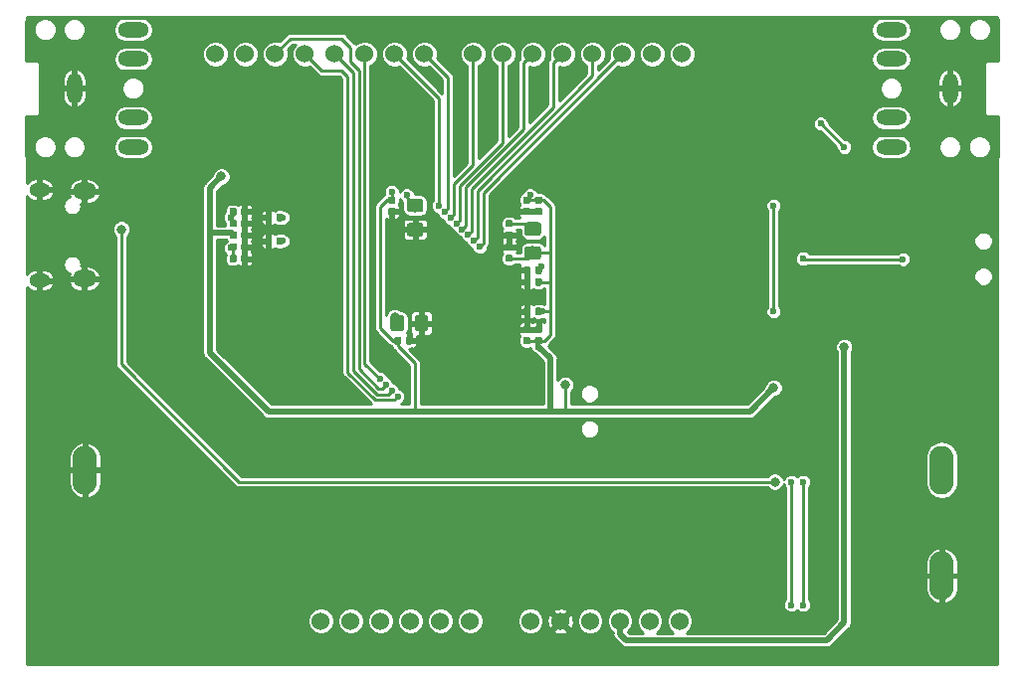
<source format=gbr>
G04 #@! TF.GenerationSoftware,KiCad,Pcbnew,(5.0.1)-3*
G04 #@! TF.CreationDate,2021-08-06T18:40:02+02:00*
G04 #@! TF.ProjectId,Guitar DSP,477569746172204453502E6B69636164,rev?*
G04 #@! TF.SameCoordinates,Original*
G04 #@! TF.FileFunction,Copper,L2,Bot,Signal*
G04 #@! TF.FilePolarity,Positive*
%FSLAX46Y46*%
G04 Gerber Fmt 4.6, Leading zero omitted, Abs format (unit mm)*
G04 Created by KiCad (PCBNEW (5.0.1)-3) date 06/08/2021 18:40:02*
%MOMM*%
%LPD*%
G01*
G04 APERTURE LIST*
G04 #@! TA.AperFunction,ComponentPad*
%ADD10C,1.524000*%
G04 #@! TD*
G04 #@! TA.AperFunction,Conductor*
%ADD11C,0.050800*%
G04 #@! TD*
G04 #@! TA.AperFunction,SMDPad,CuDef*
%ADD12C,0.590000*%
G04 #@! TD*
G04 #@! TA.AperFunction,SMDPad,CuDef*
%ADD13C,1.150000*%
G04 #@! TD*
G04 #@! TA.AperFunction,ComponentPad*
%ADD14O,2.000000X1.450000*%
G04 #@! TD*
G04 #@! TA.AperFunction,ComponentPad*
%ADD15O,1.800000X1.150000*%
G04 #@! TD*
G04 #@! TA.AperFunction,ComponentPad*
%ADD16O,1.308000X2.616000*%
G04 #@! TD*
G04 #@! TA.AperFunction,ComponentPad*
%ADD17O,2.616000X1.308000*%
G04 #@! TD*
G04 #@! TA.AperFunction,ComponentPad*
%ADD18O,2.070000X4.140000*%
G04 #@! TD*
G04 #@! TA.AperFunction,ViaPad*
%ADD19C,0.600000*%
G04 #@! TD*
G04 #@! TA.AperFunction,ViaPad*
%ADD20C,0.800000*%
G04 #@! TD*
G04 #@! TA.AperFunction,Conductor*
%ADD21C,0.250000*%
G04 #@! TD*
G04 #@! TA.AperFunction,Conductor*
%ADD22C,0.500000*%
G04 #@! TD*
G04 APERTURE END LIST*
D10*
G04 #@! TO.P,U1,1*
G04 #@! TO.N,N/C*
X96500000Y-93560000D03*
G04 #@! TO.P,U1,2*
X99040000Y-93560000D03*
G04 #@! TO.P,U1,3*
G04 #@! TO.N,SD_SCK*
X101580000Y-93560000D03*
G04 #@! TO.P,U1,4*
G04 #@! TO.N,SD_MOSI*
X104120000Y-93560000D03*
G04 #@! TO.P,U1,5*
G04 #@! TO.N,SD_MISO*
X106660000Y-93560000D03*
G04 #@! TO.P,U1,6*
G04 #@! TO.N,SD_CS*
X109200000Y-93560000D03*
G04 #@! TO.P,U1,7*
G04 #@! TO.N,LCD_D1*
X111740000Y-93560000D03*
G04 #@! TO.P,U1,8*
G04 #@! TO.N,LCD_D0*
X114280000Y-93560000D03*
G04 #@! TO.P,U1,9*
G04 #@! TO.N,LCD_D7*
X118410000Y-93560000D03*
G04 #@! TO.P,U1,10*
G04 #@! TO.N,LCD_D6*
X120950000Y-93560000D03*
G04 #@! TO.P,U1,11*
G04 #@! TO.N,LCD_D5*
X123490000Y-93560000D03*
G04 #@! TO.P,U1,12*
G04 #@! TO.N,LCD_D4*
X126030000Y-93560000D03*
G04 #@! TO.P,U1,13*
G04 #@! TO.N,LCD_D3*
X128570000Y-93560000D03*
G04 #@! TO.P,U1,14*
G04 #@! TO.N,LCD_D2*
X131110000Y-93560000D03*
G04 #@! TO.P,U1,15*
G04 #@! TO.N,N/C*
X133650000Y-93560000D03*
G04 #@! TO.P,U1,16*
X136190000Y-93560000D03*
G04 #@! TO.P,U1,17*
X105470000Y-141880000D03*
G04 #@! TO.P,U1,18*
G04 #@! TO.N,LCD_RST*
X108010000Y-141880000D03*
G04 #@! TO.P,U1,19*
G04 #@! TO.N,LCD_CS*
X110550000Y-141880000D03*
G04 #@! TO.P,U1,20*
G04 #@! TO.N,LCD_RS*
X113090000Y-141880000D03*
G04 #@! TO.P,U1,21*
G04 #@! TO.N,LCD_WR*
X115630000Y-141880000D03*
G04 #@! TO.P,U1,22*
G04 #@! TO.N,LCD_RD*
X118170000Y-141880000D03*
G04 #@! TO.P,U1,23*
G04 #@! TO.N,N/C*
X123300000Y-141880000D03*
G04 #@! TO.P,U1,24*
G04 #@! TO.N,GND*
X125840000Y-141880000D03*
G04 #@! TO.P,U1,25*
G04 #@! TO.N,N/C*
X128380000Y-141880000D03*
G04 #@! TO.P,U1,26*
G04 #@! TO.N,+5V*
X130920000Y-141880000D03*
G04 #@! TO.P,U1,27*
G04 #@! TO.N,Net-(C11-Pad1)*
X133460000Y-141880000D03*
G04 #@! TO.P,U1,28*
G04 #@! TO.N,N/C*
X136000000Y-141880000D03*
G04 #@! TD*
D11*
G04 #@! TO.N,GND*
G04 #@! TO.C,C1*
G36*
X123176958Y-115180710D02*
X123191276Y-115182834D01*
X123205317Y-115186351D01*
X123218946Y-115191228D01*
X123232031Y-115197417D01*
X123244447Y-115204858D01*
X123256073Y-115213481D01*
X123266798Y-115223202D01*
X123276519Y-115233927D01*
X123285142Y-115245553D01*
X123292583Y-115257969D01*
X123298772Y-115271054D01*
X123303649Y-115284683D01*
X123307166Y-115298724D01*
X123309290Y-115313042D01*
X123310000Y-115327500D01*
X123310000Y-115672500D01*
X123309290Y-115686958D01*
X123307166Y-115701276D01*
X123303649Y-115715317D01*
X123298772Y-115728946D01*
X123292583Y-115742031D01*
X123285142Y-115754447D01*
X123276519Y-115766073D01*
X123266798Y-115776798D01*
X123256073Y-115786519D01*
X123244447Y-115795142D01*
X123232031Y-115802583D01*
X123218946Y-115808772D01*
X123205317Y-115813649D01*
X123191276Y-115817166D01*
X123176958Y-115819290D01*
X123162500Y-115820000D01*
X122867500Y-115820000D01*
X122853042Y-115819290D01*
X122838724Y-115817166D01*
X122824683Y-115813649D01*
X122811054Y-115808772D01*
X122797969Y-115802583D01*
X122785553Y-115795142D01*
X122773927Y-115786519D01*
X122763202Y-115776798D01*
X122753481Y-115766073D01*
X122744858Y-115754447D01*
X122737417Y-115742031D01*
X122731228Y-115728946D01*
X122726351Y-115715317D01*
X122722834Y-115701276D01*
X122720710Y-115686958D01*
X122720000Y-115672500D01*
X122720000Y-115327500D01*
X122720710Y-115313042D01*
X122722834Y-115298724D01*
X122726351Y-115284683D01*
X122731228Y-115271054D01*
X122737417Y-115257969D01*
X122744858Y-115245553D01*
X122753481Y-115233927D01*
X122763202Y-115223202D01*
X122773927Y-115213481D01*
X122785553Y-115204858D01*
X122797969Y-115197417D01*
X122811054Y-115191228D01*
X122824683Y-115186351D01*
X122838724Y-115182834D01*
X122853042Y-115180710D01*
X122867500Y-115180000D01*
X123162500Y-115180000D01*
X123176958Y-115180710D01*
X123176958Y-115180710D01*
G37*
D12*
G04 #@! TD*
G04 #@! TO.P,C1,1*
G04 #@! TO.N,GND*
X123015000Y-115500000D03*
D11*
G04 #@! TO.N,+3V3*
G04 #@! TO.C,C1*
G36*
X124146958Y-115180710D02*
X124161276Y-115182834D01*
X124175317Y-115186351D01*
X124188946Y-115191228D01*
X124202031Y-115197417D01*
X124214447Y-115204858D01*
X124226073Y-115213481D01*
X124236798Y-115223202D01*
X124246519Y-115233927D01*
X124255142Y-115245553D01*
X124262583Y-115257969D01*
X124268772Y-115271054D01*
X124273649Y-115284683D01*
X124277166Y-115298724D01*
X124279290Y-115313042D01*
X124280000Y-115327500D01*
X124280000Y-115672500D01*
X124279290Y-115686958D01*
X124277166Y-115701276D01*
X124273649Y-115715317D01*
X124268772Y-115728946D01*
X124262583Y-115742031D01*
X124255142Y-115754447D01*
X124246519Y-115766073D01*
X124236798Y-115776798D01*
X124226073Y-115786519D01*
X124214447Y-115795142D01*
X124202031Y-115802583D01*
X124188946Y-115808772D01*
X124175317Y-115813649D01*
X124161276Y-115817166D01*
X124146958Y-115819290D01*
X124132500Y-115820000D01*
X123837500Y-115820000D01*
X123823042Y-115819290D01*
X123808724Y-115817166D01*
X123794683Y-115813649D01*
X123781054Y-115808772D01*
X123767969Y-115802583D01*
X123755553Y-115795142D01*
X123743927Y-115786519D01*
X123733202Y-115776798D01*
X123723481Y-115766073D01*
X123714858Y-115754447D01*
X123707417Y-115742031D01*
X123701228Y-115728946D01*
X123696351Y-115715317D01*
X123692834Y-115701276D01*
X123690710Y-115686958D01*
X123690000Y-115672500D01*
X123690000Y-115327500D01*
X123690710Y-115313042D01*
X123692834Y-115298724D01*
X123696351Y-115284683D01*
X123701228Y-115271054D01*
X123707417Y-115257969D01*
X123714858Y-115245553D01*
X123723481Y-115233927D01*
X123733202Y-115223202D01*
X123743927Y-115213481D01*
X123755553Y-115204858D01*
X123767969Y-115197417D01*
X123781054Y-115191228D01*
X123794683Y-115186351D01*
X123808724Y-115182834D01*
X123823042Y-115180710D01*
X123837500Y-115180000D01*
X124132500Y-115180000D01*
X124146958Y-115180710D01*
X124146958Y-115180710D01*
G37*
D12*
G04 #@! TD*
G04 #@! TO.P,C1,2*
G04 #@! TO.N,+3V3*
X123985000Y-115500000D03*
D11*
G04 #@! TO.N,GND*
G04 #@! TO.C,C2*
G36*
X123186958Y-116720710D02*
X123201276Y-116722834D01*
X123215317Y-116726351D01*
X123228946Y-116731228D01*
X123242031Y-116737417D01*
X123254447Y-116744858D01*
X123266073Y-116753481D01*
X123276798Y-116763202D01*
X123286519Y-116773927D01*
X123295142Y-116785553D01*
X123302583Y-116797969D01*
X123308772Y-116811054D01*
X123313649Y-116824683D01*
X123317166Y-116838724D01*
X123319290Y-116853042D01*
X123320000Y-116867500D01*
X123320000Y-117162500D01*
X123319290Y-117176958D01*
X123317166Y-117191276D01*
X123313649Y-117205317D01*
X123308772Y-117218946D01*
X123302583Y-117232031D01*
X123295142Y-117244447D01*
X123286519Y-117256073D01*
X123276798Y-117266798D01*
X123266073Y-117276519D01*
X123254447Y-117285142D01*
X123242031Y-117292583D01*
X123228946Y-117298772D01*
X123215317Y-117303649D01*
X123201276Y-117307166D01*
X123186958Y-117309290D01*
X123172500Y-117310000D01*
X122827500Y-117310000D01*
X122813042Y-117309290D01*
X122798724Y-117307166D01*
X122784683Y-117303649D01*
X122771054Y-117298772D01*
X122757969Y-117292583D01*
X122745553Y-117285142D01*
X122733927Y-117276519D01*
X122723202Y-117266798D01*
X122713481Y-117256073D01*
X122704858Y-117244447D01*
X122697417Y-117232031D01*
X122691228Y-117218946D01*
X122686351Y-117205317D01*
X122682834Y-117191276D01*
X122680710Y-117176958D01*
X122680000Y-117162500D01*
X122680000Y-116867500D01*
X122680710Y-116853042D01*
X122682834Y-116838724D01*
X122686351Y-116824683D01*
X122691228Y-116811054D01*
X122697417Y-116797969D01*
X122704858Y-116785553D01*
X122713481Y-116773927D01*
X122723202Y-116763202D01*
X122733927Y-116753481D01*
X122745553Y-116744858D01*
X122757969Y-116737417D01*
X122771054Y-116731228D01*
X122784683Y-116726351D01*
X122798724Y-116722834D01*
X122813042Y-116720710D01*
X122827500Y-116720000D01*
X123172500Y-116720000D01*
X123186958Y-116720710D01*
X123186958Y-116720710D01*
G37*
D12*
G04 #@! TD*
G04 #@! TO.P,C2,1*
G04 #@! TO.N,GND*
X123000000Y-117015000D03*
D11*
G04 #@! TO.N,+3V3*
G04 #@! TO.C,C2*
G36*
X123186958Y-117690710D02*
X123201276Y-117692834D01*
X123215317Y-117696351D01*
X123228946Y-117701228D01*
X123242031Y-117707417D01*
X123254447Y-117714858D01*
X123266073Y-117723481D01*
X123276798Y-117733202D01*
X123286519Y-117743927D01*
X123295142Y-117755553D01*
X123302583Y-117767969D01*
X123308772Y-117781054D01*
X123313649Y-117794683D01*
X123317166Y-117808724D01*
X123319290Y-117823042D01*
X123320000Y-117837500D01*
X123320000Y-118132500D01*
X123319290Y-118146958D01*
X123317166Y-118161276D01*
X123313649Y-118175317D01*
X123308772Y-118188946D01*
X123302583Y-118202031D01*
X123295142Y-118214447D01*
X123286519Y-118226073D01*
X123276798Y-118236798D01*
X123266073Y-118246519D01*
X123254447Y-118255142D01*
X123242031Y-118262583D01*
X123228946Y-118268772D01*
X123215317Y-118273649D01*
X123201276Y-118277166D01*
X123186958Y-118279290D01*
X123172500Y-118280000D01*
X122827500Y-118280000D01*
X122813042Y-118279290D01*
X122798724Y-118277166D01*
X122784683Y-118273649D01*
X122771054Y-118268772D01*
X122757969Y-118262583D01*
X122745553Y-118255142D01*
X122733927Y-118246519D01*
X122723202Y-118236798D01*
X122713481Y-118226073D01*
X122704858Y-118214447D01*
X122697417Y-118202031D01*
X122691228Y-118188946D01*
X122686351Y-118175317D01*
X122682834Y-118161276D01*
X122680710Y-118146958D01*
X122680000Y-118132500D01*
X122680000Y-117837500D01*
X122680710Y-117823042D01*
X122682834Y-117808724D01*
X122686351Y-117794683D01*
X122691228Y-117781054D01*
X122697417Y-117767969D01*
X122704858Y-117755553D01*
X122713481Y-117743927D01*
X122723202Y-117733202D01*
X122733927Y-117723481D01*
X122745553Y-117714858D01*
X122757969Y-117707417D01*
X122771054Y-117701228D01*
X122784683Y-117696351D01*
X122798724Y-117692834D01*
X122813042Y-117690710D01*
X122827500Y-117690000D01*
X123172500Y-117690000D01*
X123186958Y-117690710D01*
X123186958Y-117690710D01*
G37*
D12*
G04 #@! TD*
G04 #@! TO.P,C2,2*
G04 #@! TO.N,+3V3*
X123000000Y-117985000D03*
D11*
G04 #@! TO.N,+3V3*
G04 #@! TO.C,C3*
G36*
X121686958Y-110690710D02*
X121701276Y-110692834D01*
X121715317Y-110696351D01*
X121728946Y-110701228D01*
X121742031Y-110707417D01*
X121754447Y-110714858D01*
X121766073Y-110723481D01*
X121776798Y-110733202D01*
X121786519Y-110743927D01*
X121795142Y-110755553D01*
X121802583Y-110767969D01*
X121808772Y-110781054D01*
X121813649Y-110794683D01*
X121817166Y-110808724D01*
X121819290Y-110823042D01*
X121820000Y-110837500D01*
X121820000Y-111132500D01*
X121819290Y-111146958D01*
X121817166Y-111161276D01*
X121813649Y-111175317D01*
X121808772Y-111188946D01*
X121802583Y-111202031D01*
X121795142Y-111214447D01*
X121786519Y-111226073D01*
X121776798Y-111236798D01*
X121766073Y-111246519D01*
X121754447Y-111255142D01*
X121742031Y-111262583D01*
X121728946Y-111268772D01*
X121715317Y-111273649D01*
X121701276Y-111277166D01*
X121686958Y-111279290D01*
X121672500Y-111280000D01*
X121327500Y-111280000D01*
X121313042Y-111279290D01*
X121298724Y-111277166D01*
X121284683Y-111273649D01*
X121271054Y-111268772D01*
X121257969Y-111262583D01*
X121245553Y-111255142D01*
X121233927Y-111246519D01*
X121223202Y-111236798D01*
X121213481Y-111226073D01*
X121204858Y-111214447D01*
X121197417Y-111202031D01*
X121191228Y-111188946D01*
X121186351Y-111175317D01*
X121182834Y-111161276D01*
X121180710Y-111146958D01*
X121180000Y-111132500D01*
X121180000Y-110837500D01*
X121180710Y-110823042D01*
X121182834Y-110808724D01*
X121186351Y-110794683D01*
X121191228Y-110781054D01*
X121197417Y-110767969D01*
X121204858Y-110755553D01*
X121213481Y-110743927D01*
X121223202Y-110733202D01*
X121233927Y-110723481D01*
X121245553Y-110714858D01*
X121257969Y-110707417D01*
X121271054Y-110701228D01*
X121284683Y-110696351D01*
X121298724Y-110692834D01*
X121313042Y-110690710D01*
X121327500Y-110690000D01*
X121672500Y-110690000D01*
X121686958Y-110690710D01*
X121686958Y-110690710D01*
G37*
D12*
G04 #@! TD*
G04 #@! TO.P,C3,1*
G04 #@! TO.N,+3V3*
X121500000Y-110985000D03*
D11*
G04 #@! TO.N,GND*
G04 #@! TO.C,C3*
G36*
X121686958Y-109720710D02*
X121701276Y-109722834D01*
X121715317Y-109726351D01*
X121728946Y-109731228D01*
X121742031Y-109737417D01*
X121754447Y-109744858D01*
X121766073Y-109753481D01*
X121776798Y-109763202D01*
X121786519Y-109773927D01*
X121795142Y-109785553D01*
X121802583Y-109797969D01*
X121808772Y-109811054D01*
X121813649Y-109824683D01*
X121817166Y-109838724D01*
X121819290Y-109853042D01*
X121820000Y-109867500D01*
X121820000Y-110162500D01*
X121819290Y-110176958D01*
X121817166Y-110191276D01*
X121813649Y-110205317D01*
X121808772Y-110218946D01*
X121802583Y-110232031D01*
X121795142Y-110244447D01*
X121786519Y-110256073D01*
X121776798Y-110266798D01*
X121766073Y-110276519D01*
X121754447Y-110285142D01*
X121742031Y-110292583D01*
X121728946Y-110298772D01*
X121715317Y-110303649D01*
X121701276Y-110307166D01*
X121686958Y-110309290D01*
X121672500Y-110310000D01*
X121327500Y-110310000D01*
X121313042Y-110309290D01*
X121298724Y-110307166D01*
X121284683Y-110303649D01*
X121271054Y-110298772D01*
X121257969Y-110292583D01*
X121245553Y-110285142D01*
X121233927Y-110276519D01*
X121223202Y-110266798D01*
X121213481Y-110256073D01*
X121204858Y-110244447D01*
X121197417Y-110232031D01*
X121191228Y-110218946D01*
X121186351Y-110205317D01*
X121182834Y-110191276D01*
X121180710Y-110176958D01*
X121180000Y-110162500D01*
X121180000Y-109867500D01*
X121180710Y-109853042D01*
X121182834Y-109838724D01*
X121186351Y-109824683D01*
X121191228Y-109811054D01*
X121197417Y-109797969D01*
X121204858Y-109785553D01*
X121213481Y-109773927D01*
X121223202Y-109763202D01*
X121233927Y-109753481D01*
X121245553Y-109744858D01*
X121257969Y-109737417D01*
X121271054Y-109731228D01*
X121284683Y-109726351D01*
X121298724Y-109722834D01*
X121313042Y-109720710D01*
X121327500Y-109720000D01*
X121672500Y-109720000D01*
X121686958Y-109720710D01*
X121686958Y-109720710D01*
G37*
D12*
G04 #@! TD*
G04 #@! TO.P,C3,2*
G04 #@! TO.N,GND*
X121500000Y-110015000D03*
D11*
G04 #@! TO.N,+3V3*
G04 #@! TO.C,C4*
G36*
X124146958Y-112680710D02*
X124161276Y-112682834D01*
X124175317Y-112686351D01*
X124188946Y-112691228D01*
X124202031Y-112697417D01*
X124214447Y-112704858D01*
X124226073Y-112713481D01*
X124236798Y-112723202D01*
X124246519Y-112733927D01*
X124255142Y-112745553D01*
X124262583Y-112757969D01*
X124268772Y-112771054D01*
X124273649Y-112784683D01*
X124277166Y-112798724D01*
X124279290Y-112813042D01*
X124280000Y-112827500D01*
X124280000Y-113172500D01*
X124279290Y-113186958D01*
X124277166Y-113201276D01*
X124273649Y-113215317D01*
X124268772Y-113228946D01*
X124262583Y-113242031D01*
X124255142Y-113254447D01*
X124246519Y-113266073D01*
X124236798Y-113276798D01*
X124226073Y-113286519D01*
X124214447Y-113295142D01*
X124202031Y-113302583D01*
X124188946Y-113308772D01*
X124175317Y-113313649D01*
X124161276Y-113317166D01*
X124146958Y-113319290D01*
X124132500Y-113320000D01*
X123837500Y-113320000D01*
X123823042Y-113319290D01*
X123808724Y-113317166D01*
X123794683Y-113313649D01*
X123781054Y-113308772D01*
X123767969Y-113302583D01*
X123755553Y-113295142D01*
X123743927Y-113286519D01*
X123733202Y-113276798D01*
X123723481Y-113266073D01*
X123714858Y-113254447D01*
X123707417Y-113242031D01*
X123701228Y-113228946D01*
X123696351Y-113215317D01*
X123692834Y-113201276D01*
X123690710Y-113186958D01*
X123690000Y-113172500D01*
X123690000Y-112827500D01*
X123690710Y-112813042D01*
X123692834Y-112798724D01*
X123696351Y-112784683D01*
X123701228Y-112771054D01*
X123707417Y-112757969D01*
X123714858Y-112745553D01*
X123723481Y-112733927D01*
X123733202Y-112723202D01*
X123743927Y-112713481D01*
X123755553Y-112704858D01*
X123767969Y-112697417D01*
X123781054Y-112691228D01*
X123794683Y-112686351D01*
X123808724Y-112682834D01*
X123823042Y-112680710D01*
X123837500Y-112680000D01*
X124132500Y-112680000D01*
X124146958Y-112680710D01*
X124146958Y-112680710D01*
G37*
D12*
G04 #@! TD*
G04 #@! TO.P,C4,2*
G04 #@! TO.N,+3V3*
X123985000Y-113000000D03*
D11*
G04 #@! TO.N,GND*
G04 #@! TO.C,C4*
G36*
X123176958Y-112680710D02*
X123191276Y-112682834D01*
X123205317Y-112686351D01*
X123218946Y-112691228D01*
X123232031Y-112697417D01*
X123244447Y-112704858D01*
X123256073Y-112713481D01*
X123266798Y-112723202D01*
X123276519Y-112733927D01*
X123285142Y-112745553D01*
X123292583Y-112757969D01*
X123298772Y-112771054D01*
X123303649Y-112784683D01*
X123307166Y-112798724D01*
X123309290Y-112813042D01*
X123310000Y-112827500D01*
X123310000Y-113172500D01*
X123309290Y-113186958D01*
X123307166Y-113201276D01*
X123303649Y-113215317D01*
X123298772Y-113228946D01*
X123292583Y-113242031D01*
X123285142Y-113254447D01*
X123276519Y-113266073D01*
X123266798Y-113276798D01*
X123256073Y-113286519D01*
X123244447Y-113295142D01*
X123232031Y-113302583D01*
X123218946Y-113308772D01*
X123205317Y-113313649D01*
X123191276Y-113317166D01*
X123176958Y-113319290D01*
X123162500Y-113320000D01*
X122867500Y-113320000D01*
X122853042Y-113319290D01*
X122838724Y-113317166D01*
X122824683Y-113313649D01*
X122811054Y-113308772D01*
X122797969Y-113302583D01*
X122785553Y-113295142D01*
X122773927Y-113286519D01*
X122763202Y-113276798D01*
X122753481Y-113266073D01*
X122744858Y-113254447D01*
X122737417Y-113242031D01*
X122731228Y-113228946D01*
X122726351Y-113215317D01*
X122722834Y-113201276D01*
X122720710Y-113186958D01*
X122720000Y-113172500D01*
X122720000Y-112827500D01*
X122720710Y-112813042D01*
X122722834Y-112798724D01*
X122726351Y-112784683D01*
X122731228Y-112771054D01*
X122737417Y-112757969D01*
X122744858Y-112745553D01*
X122753481Y-112733927D01*
X122763202Y-112723202D01*
X122773927Y-112713481D01*
X122785553Y-112704858D01*
X122797969Y-112697417D01*
X122811054Y-112691228D01*
X122824683Y-112686351D01*
X122838724Y-112682834D01*
X122853042Y-112680710D01*
X122867500Y-112680000D01*
X123162500Y-112680000D01*
X123176958Y-112680710D01*
X123176958Y-112680710D01*
G37*
D12*
G04 #@! TD*
G04 #@! TO.P,C4,1*
G04 #@! TO.N,GND*
X123015000Y-113000000D03*
D11*
G04 #@! TO.N,+3V3*
G04 #@! TO.C,C5*
G36*
X112176958Y-117680710D02*
X112191276Y-117682834D01*
X112205317Y-117686351D01*
X112218946Y-117691228D01*
X112232031Y-117697417D01*
X112244447Y-117704858D01*
X112256073Y-117713481D01*
X112266798Y-117723202D01*
X112276519Y-117733927D01*
X112285142Y-117745553D01*
X112292583Y-117757969D01*
X112298772Y-117771054D01*
X112303649Y-117784683D01*
X112307166Y-117798724D01*
X112309290Y-117813042D01*
X112310000Y-117827500D01*
X112310000Y-118172500D01*
X112309290Y-118186958D01*
X112307166Y-118201276D01*
X112303649Y-118215317D01*
X112298772Y-118228946D01*
X112292583Y-118242031D01*
X112285142Y-118254447D01*
X112276519Y-118266073D01*
X112266798Y-118276798D01*
X112256073Y-118286519D01*
X112244447Y-118295142D01*
X112232031Y-118302583D01*
X112218946Y-118308772D01*
X112205317Y-118313649D01*
X112191276Y-118317166D01*
X112176958Y-118319290D01*
X112162500Y-118320000D01*
X111867500Y-118320000D01*
X111853042Y-118319290D01*
X111838724Y-118317166D01*
X111824683Y-118313649D01*
X111811054Y-118308772D01*
X111797969Y-118302583D01*
X111785553Y-118295142D01*
X111773927Y-118286519D01*
X111763202Y-118276798D01*
X111753481Y-118266073D01*
X111744858Y-118254447D01*
X111737417Y-118242031D01*
X111731228Y-118228946D01*
X111726351Y-118215317D01*
X111722834Y-118201276D01*
X111720710Y-118186958D01*
X111720000Y-118172500D01*
X111720000Y-117827500D01*
X111720710Y-117813042D01*
X111722834Y-117798724D01*
X111726351Y-117784683D01*
X111731228Y-117771054D01*
X111737417Y-117757969D01*
X111744858Y-117745553D01*
X111753481Y-117733927D01*
X111763202Y-117723202D01*
X111773927Y-117713481D01*
X111785553Y-117704858D01*
X111797969Y-117697417D01*
X111811054Y-117691228D01*
X111824683Y-117686351D01*
X111838724Y-117682834D01*
X111853042Y-117680710D01*
X111867500Y-117680000D01*
X112162500Y-117680000D01*
X112176958Y-117680710D01*
X112176958Y-117680710D01*
G37*
D12*
G04 #@! TD*
G04 #@! TO.P,C5,2*
G04 #@! TO.N,+3V3*
X112015000Y-118000000D03*
D11*
G04 #@! TO.N,GND*
G04 #@! TO.C,C5*
G36*
X113146958Y-117680710D02*
X113161276Y-117682834D01*
X113175317Y-117686351D01*
X113188946Y-117691228D01*
X113202031Y-117697417D01*
X113214447Y-117704858D01*
X113226073Y-117713481D01*
X113236798Y-117723202D01*
X113246519Y-117733927D01*
X113255142Y-117745553D01*
X113262583Y-117757969D01*
X113268772Y-117771054D01*
X113273649Y-117784683D01*
X113277166Y-117798724D01*
X113279290Y-117813042D01*
X113280000Y-117827500D01*
X113280000Y-118172500D01*
X113279290Y-118186958D01*
X113277166Y-118201276D01*
X113273649Y-118215317D01*
X113268772Y-118228946D01*
X113262583Y-118242031D01*
X113255142Y-118254447D01*
X113246519Y-118266073D01*
X113236798Y-118276798D01*
X113226073Y-118286519D01*
X113214447Y-118295142D01*
X113202031Y-118302583D01*
X113188946Y-118308772D01*
X113175317Y-118313649D01*
X113161276Y-118317166D01*
X113146958Y-118319290D01*
X113132500Y-118320000D01*
X112837500Y-118320000D01*
X112823042Y-118319290D01*
X112808724Y-118317166D01*
X112794683Y-118313649D01*
X112781054Y-118308772D01*
X112767969Y-118302583D01*
X112755553Y-118295142D01*
X112743927Y-118286519D01*
X112733202Y-118276798D01*
X112723481Y-118266073D01*
X112714858Y-118254447D01*
X112707417Y-118242031D01*
X112701228Y-118228946D01*
X112696351Y-118215317D01*
X112692834Y-118201276D01*
X112690710Y-118186958D01*
X112690000Y-118172500D01*
X112690000Y-117827500D01*
X112690710Y-117813042D01*
X112692834Y-117798724D01*
X112696351Y-117784683D01*
X112701228Y-117771054D01*
X112707417Y-117757969D01*
X112714858Y-117745553D01*
X112723481Y-117733927D01*
X112733202Y-117723202D01*
X112743927Y-117713481D01*
X112755553Y-117704858D01*
X112767969Y-117697417D01*
X112781054Y-117691228D01*
X112794683Y-117686351D01*
X112808724Y-117682834D01*
X112823042Y-117680710D01*
X112837500Y-117680000D01*
X113132500Y-117680000D01*
X113146958Y-117680710D01*
X113146958Y-117680710D01*
G37*
D12*
G04 #@! TD*
G04 #@! TO.P,C5,1*
G04 #@! TO.N,GND*
X112985000Y-118000000D03*
D11*
G04 #@! TO.N,+3.3VA*
G04 #@! TO.C,C6*
G36*
X121686958Y-107720710D02*
X121701276Y-107722834D01*
X121715317Y-107726351D01*
X121728946Y-107731228D01*
X121742031Y-107737417D01*
X121754447Y-107744858D01*
X121766073Y-107753481D01*
X121776798Y-107763202D01*
X121786519Y-107773927D01*
X121795142Y-107785553D01*
X121802583Y-107797969D01*
X121808772Y-107811054D01*
X121813649Y-107824683D01*
X121817166Y-107838724D01*
X121819290Y-107853042D01*
X121820000Y-107867500D01*
X121820000Y-108162500D01*
X121819290Y-108176958D01*
X121817166Y-108191276D01*
X121813649Y-108205317D01*
X121808772Y-108218946D01*
X121802583Y-108232031D01*
X121795142Y-108244447D01*
X121786519Y-108256073D01*
X121776798Y-108266798D01*
X121766073Y-108276519D01*
X121754447Y-108285142D01*
X121742031Y-108292583D01*
X121728946Y-108298772D01*
X121715317Y-108303649D01*
X121701276Y-108307166D01*
X121686958Y-108309290D01*
X121672500Y-108310000D01*
X121327500Y-108310000D01*
X121313042Y-108309290D01*
X121298724Y-108307166D01*
X121284683Y-108303649D01*
X121271054Y-108298772D01*
X121257969Y-108292583D01*
X121245553Y-108285142D01*
X121233927Y-108276519D01*
X121223202Y-108266798D01*
X121213481Y-108256073D01*
X121204858Y-108244447D01*
X121197417Y-108232031D01*
X121191228Y-108218946D01*
X121186351Y-108205317D01*
X121182834Y-108191276D01*
X121180710Y-108176958D01*
X121180000Y-108162500D01*
X121180000Y-107867500D01*
X121180710Y-107853042D01*
X121182834Y-107838724D01*
X121186351Y-107824683D01*
X121191228Y-107811054D01*
X121197417Y-107797969D01*
X121204858Y-107785553D01*
X121213481Y-107773927D01*
X121223202Y-107763202D01*
X121233927Y-107753481D01*
X121245553Y-107744858D01*
X121257969Y-107737417D01*
X121271054Y-107731228D01*
X121284683Y-107726351D01*
X121298724Y-107722834D01*
X121313042Y-107720710D01*
X121327500Y-107720000D01*
X121672500Y-107720000D01*
X121686958Y-107720710D01*
X121686958Y-107720710D01*
G37*
D12*
G04 #@! TD*
G04 #@! TO.P,C6,2*
G04 #@! TO.N,+3.3VA*
X121500000Y-108015000D03*
D11*
G04 #@! TO.N,GND*
G04 #@! TO.C,C6*
G36*
X121686958Y-108690710D02*
X121701276Y-108692834D01*
X121715317Y-108696351D01*
X121728946Y-108701228D01*
X121742031Y-108707417D01*
X121754447Y-108714858D01*
X121766073Y-108723481D01*
X121776798Y-108733202D01*
X121786519Y-108743927D01*
X121795142Y-108755553D01*
X121802583Y-108767969D01*
X121808772Y-108781054D01*
X121813649Y-108794683D01*
X121817166Y-108808724D01*
X121819290Y-108823042D01*
X121820000Y-108837500D01*
X121820000Y-109132500D01*
X121819290Y-109146958D01*
X121817166Y-109161276D01*
X121813649Y-109175317D01*
X121808772Y-109188946D01*
X121802583Y-109202031D01*
X121795142Y-109214447D01*
X121786519Y-109226073D01*
X121776798Y-109236798D01*
X121766073Y-109246519D01*
X121754447Y-109255142D01*
X121742031Y-109262583D01*
X121728946Y-109268772D01*
X121715317Y-109273649D01*
X121701276Y-109277166D01*
X121686958Y-109279290D01*
X121672500Y-109280000D01*
X121327500Y-109280000D01*
X121313042Y-109279290D01*
X121298724Y-109277166D01*
X121284683Y-109273649D01*
X121271054Y-109268772D01*
X121257969Y-109262583D01*
X121245553Y-109255142D01*
X121233927Y-109246519D01*
X121223202Y-109236798D01*
X121213481Y-109226073D01*
X121204858Y-109214447D01*
X121197417Y-109202031D01*
X121191228Y-109188946D01*
X121186351Y-109175317D01*
X121182834Y-109161276D01*
X121180710Y-109146958D01*
X121180000Y-109132500D01*
X121180000Y-108837500D01*
X121180710Y-108823042D01*
X121182834Y-108808724D01*
X121186351Y-108794683D01*
X121191228Y-108781054D01*
X121197417Y-108767969D01*
X121204858Y-108755553D01*
X121213481Y-108743927D01*
X121223202Y-108733202D01*
X121233927Y-108723481D01*
X121245553Y-108714858D01*
X121257969Y-108707417D01*
X121271054Y-108701228D01*
X121284683Y-108696351D01*
X121298724Y-108692834D01*
X121313042Y-108690710D01*
X121327500Y-108690000D01*
X121672500Y-108690000D01*
X121686958Y-108690710D01*
X121686958Y-108690710D01*
G37*
D12*
G04 #@! TD*
G04 #@! TO.P,C6,1*
G04 #@! TO.N,GND*
X121500000Y-108985000D03*
D11*
G04 #@! TO.N,GND*
G04 #@! TO.C,C7*
G36*
X123186958Y-106690710D02*
X123201276Y-106692834D01*
X123215317Y-106696351D01*
X123228946Y-106701228D01*
X123242031Y-106707417D01*
X123254447Y-106714858D01*
X123266073Y-106723481D01*
X123276798Y-106733202D01*
X123286519Y-106743927D01*
X123295142Y-106755553D01*
X123302583Y-106767969D01*
X123308772Y-106781054D01*
X123313649Y-106794683D01*
X123317166Y-106808724D01*
X123319290Y-106823042D01*
X123320000Y-106837500D01*
X123320000Y-107132500D01*
X123319290Y-107146958D01*
X123317166Y-107161276D01*
X123313649Y-107175317D01*
X123308772Y-107188946D01*
X123302583Y-107202031D01*
X123295142Y-107214447D01*
X123286519Y-107226073D01*
X123276798Y-107236798D01*
X123266073Y-107246519D01*
X123254447Y-107255142D01*
X123242031Y-107262583D01*
X123228946Y-107268772D01*
X123215317Y-107273649D01*
X123201276Y-107277166D01*
X123186958Y-107279290D01*
X123172500Y-107280000D01*
X122827500Y-107280000D01*
X122813042Y-107279290D01*
X122798724Y-107277166D01*
X122784683Y-107273649D01*
X122771054Y-107268772D01*
X122757969Y-107262583D01*
X122745553Y-107255142D01*
X122733927Y-107246519D01*
X122723202Y-107236798D01*
X122713481Y-107226073D01*
X122704858Y-107214447D01*
X122697417Y-107202031D01*
X122691228Y-107188946D01*
X122686351Y-107175317D01*
X122682834Y-107161276D01*
X122680710Y-107146958D01*
X122680000Y-107132500D01*
X122680000Y-106837500D01*
X122680710Y-106823042D01*
X122682834Y-106808724D01*
X122686351Y-106794683D01*
X122691228Y-106781054D01*
X122697417Y-106767969D01*
X122704858Y-106755553D01*
X122713481Y-106743927D01*
X122723202Y-106733202D01*
X122733927Y-106723481D01*
X122745553Y-106714858D01*
X122757969Y-106707417D01*
X122771054Y-106701228D01*
X122784683Y-106696351D01*
X122798724Y-106692834D01*
X122813042Y-106690710D01*
X122827500Y-106690000D01*
X123172500Y-106690000D01*
X123186958Y-106690710D01*
X123186958Y-106690710D01*
G37*
D12*
G04 #@! TD*
G04 #@! TO.P,C7,1*
G04 #@! TO.N,GND*
X123000000Y-106985000D03*
D11*
G04 #@! TO.N,+3V3*
G04 #@! TO.C,C7*
G36*
X123186958Y-105720710D02*
X123201276Y-105722834D01*
X123215317Y-105726351D01*
X123228946Y-105731228D01*
X123242031Y-105737417D01*
X123254447Y-105744858D01*
X123266073Y-105753481D01*
X123276798Y-105763202D01*
X123286519Y-105773927D01*
X123295142Y-105785553D01*
X123302583Y-105797969D01*
X123308772Y-105811054D01*
X123313649Y-105824683D01*
X123317166Y-105838724D01*
X123319290Y-105853042D01*
X123320000Y-105867500D01*
X123320000Y-106162500D01*
X123319290Y-106176958D01*
X123317166Y-106191276D01*
X123313649Y-106205317D01*
X123308772Y-106218946D01*
X123302583Y-106232031D01*
X123295142Y-106244447D01*
X123286519Y-106256073D01*
X123276798Y-106266798D01*
X123266073Y-106276519D01*
X123254447Y-106285142D01*
X123242031Y-106292583D01*
X123228946Y-106298772D01*
X123215317Y-106303649D01*
X123201276Y-106307166D01*
X123186958Y-106309290D01*
X123172500Y-106310000D01*
X122827500Y-106310000D01*
X122813042Y-106309290D01*
X122798724Y-106307166D01*
X122784683Y-106303649D01*
X122771054Y-106298772D01*
X122757969Y-106292583D01*
X122745553Y-106285142D01*
X122733927Y-106276519D01*
X122723202Y-106266798D01*
X122713481Y-106256073D01*
X122704858Y-106244447D01*
X122697417Y-106232031D01*
X122691228Y-106218946D01*
X122686351Y-106205317D01*
X122682834Y-106191276D01*
X122680710Y-106176958D01*
X122680000Y-106162500D01*
X122680000Y-105867500D01*
X122680710Y-105853042D01*
X122682834Y-105838724D01*
X122686351Y-105824683D01*
X122691228Y-105811054D01*
X122697417Y-105797969D01*
X122704858Y-105785553D01*
X122713481Y-105773927D01*
X122723202Y-105763202D01*
X122733927Y-105753481D01*
X122745553Y-105744858D01*
X122757969Y-105737417D01*
X122771054Y-105731228D01*
X122784683Y-105726351D01*
X122798724Y-105722834D01*
X122813042Y-105720710D01*
X122827500Y-105720000D01*
X123172500Y-105720000D01*
X123186958Y-105720710D01*
X123186958Y-105720710D01*
G37*
D12*
G04 #@! TD*
G04 #@! TO.P,C7,2*
G04 #@! TO.N,+3V3*
X123000000Y-106015000D03*
D11*
G04 #@! TO.N,+3V3*
G04 #@! TO.C,C8*
G36*
X111686958Y-105720710D02*
X111701276Y-105722834D01*
X111715317Y-105726351D01*
X111728946Y-105731228D01*
X111742031Y-105737417D01*
X111754447Y-105744858D01*
X111766073Y-105753481D01*
X111776798Y-105763202D01*
X111786519Y-105773927D01*
X111795142Y-105785553D01*
X111802583Y-105797969D01*
X111808772Y-105811054D01*
X111813649Y-105824683D01*
X111817166Y-105838724D01*
X111819290Y-105853042D01*
X111820000Y-105867500D01*
X111820000Y-106162500D01*
X111819290Y-106176958D01*
X111817166Y-106191276D01*
X111813649Y-106205317D01*
X111808772Y-106218946D01*
X111802583Y-106232031D01*
X111795142Y-106244447D01*
X111786519Y-106256073D01*
X111776798Y-106266798D01*
X111766073Y-106276519D01*
X111754447Y-106285142D01*
X111742031Y-106292583D01*
X111728946Y-106298772D01*
X111715317Y-106303649D01*
X111701276Y-106307166D01*
X111686958Y-106309290D01*
X111672500Y-106310000D01*
X111327500Y-106310000D01*
X111313042Y-106309290D01*
X111298724Y-106307166D01*
X111284683Y-106303649D01*
X111271054Y-106298772D01*
X111257969Y-106292583D01*
X111245553Y-106285142D01*
X111233927Y-106276519D01*
X111223202Y-106266798D01*
X111213481Y-106256073D01*
X111204858Y-106244447D01*
X111197417Y-106232031D01*
X111191228Y-106218946D01*
X111186351Y-106205317D01*
X111182834Y-106191276D01*
X111180710Y-106176958D01*
X111180000Y-106162500D01*
X111180000Y-105867500D01*
X111180710Y-105853042D01*
X111182834Y-105838724D01*
X111186351Y-105824683D01*
X111191228Y-105811054D01*
X111197417Y-105797969D01*
X111204858Y-105785553D01*
X111213481Y-105773927D01*
X111223202Y-105763202D01*
X111233927Y-105753481D01*
X111245553Y-105744858D01*
X111257969Y-105737417D01*
X111271054Y-105731228D01*
X111284683Y-105726351D01*
X111298724Y-105722834D01*
X111313042Y-105720710D01*
X111327500Y-105720000D01*
X111672500Y-105720000D01*
X111686958Y-105720710D01*
X111686958Y-105720710D01*
G37*
D12*
G04 #@! TD*
G04 #@! TO.P,C8,2*
G04 #@! TO.N,+3V3*
X111500000Y-106015000D03*
D11*
G04 #@! TO.N,GND*
G04 #@! TO.C,C8*
G36*
X111686958Y-106690710D02*
X111701276Y-106692834D01*
X111715317Y-106696351D01*
X111728946Y-106701228D01*
X111742031Y-106707417D01*
X111754447Y-106714858D01*
X111766073Y-106723481D01*
X111776798Y-106733202D01*
X111786519Y-106743927D01*
X111795142Y-106755553D01*
X111802583Y-106767969D01*
X111808772Y-106781054D01*
X111813649Y-106794683D01*
X111817166Y-106808724D01*
X111819290Y-106823042D01*
X111820000Y-106837500D01*
X111820000Y-107132500D01*
X111819290Y-107146958D01*
X111817166Y-107161276D01*
X111813649Y-107175317D01*
X111808772Y-107188946D01*
X111802583Y-107202031D01*
X111795142Y-107214447D01*
X111786519Y-107226073D01*
X111776798Y-107236798D01*
X111766073Y-107246519D01*
X111754447Y-107255142D01*
X111742031Y-107262583D01*
X111728946Y-107268772D01*
X111715317Y-107273649D01*
X111701276Y-107277166D01*
X111686958Y-107279290D01*
X111672500Y-107280000D01*
X111327500Y-107280000D01*
X111313042Y-107279290D01*
X111298724Y-107277166D01*
X111284683Y-107273649D01*
X111271054Y-107268772D01*
X111257969Y-107262583D01*
X111245553Y-107255142D01*
X111233927Y-107246519D01*
X111223202Y-107236798D01*
X111213481Y-107226073D01*
X111204858Y-107214447D01*
X111197417Y-107202031D01*
X111191228Y-107188946D01*
X111186351Y-107175317D01*
X111182834Y-107161276D01*
X111180710Y-107146958D01*
X111180000Y-107132500D01*
X111180000Y-106837500D01*
X111180710Y-106823042D01*
X111182834Y-106808724D01*
X111186351Y-106794683D01*
X111191228Y-106781054D01*
X111197417Y-106767969D01*
X111204858Y-106755553D01*
X111213481Y-106743927D01*
X111223202Y-106733202D01*
X111233927Y-106723481D01*
X111245553Y-106714858D01*
X111257969Y-106707417D01*
X111271054Y-106701228D01*
X111284683Y-106696351D01*
X111298724Y-106692834D01*
X111313042Y-106690710D01*
X111327500Y-106690000D01*
X111672500Y-106690000D01*
X111686958Y-106690710D01*
X111686958Y-106690710D01*
G37*
D12*
G04 #@! TD*
G04 #@! TO.P,C8,1*
G04 #@! TO.N,GND*
X111500000Y-106985000D03*
D11*
G04 #@! TO.N,+3V3*
G04 #@! TO.C,C9*
G36*
X124186958Y-117690710D02*
X124201276Y-117692834D01*
X124215317Y-117696351D01*
X124228946Y-117701228D01*
X124242031Y-117707417D01*
X124254447Y-117714858D01*
X124266073Y-117723481D01*
X124276798Y-117733202D01*
X124286519Y-117743927D01*
X124295142Y-117755553D01*
X124302583Y-117767969D01*
X124308772Y-117781054D01*
X124313649Y-117794683D01*
X124317166Y-117808724D01*
X124319290Y-117823042D01*
X124320000Y-117837500D01*
X124320000Y-118132500D01*
X124319290Y-118146958D01*
X124317166Y-118161276D01*
X124313649Y-118175317D01*
X124308772Y-118188946D01*
X124302583Y-118202031D01*
X124295142Y-118214447D01*
X124286519Y-118226073D01*
X124276798Y-118236798D01*
X124266073Y-118246519D01*
X124254447Y-118255142D01*
X124242031Y-118262583D01*
X124228946Y-118268772D01*
X124215317Y-118273649D01*
X124201276Y-118277166D01*
X124186958Y-118279290D01*
X124172500Y-118280000D01*
X123827500Y-118280000D01*
X123813042Y-118279290D01*
X123798724Y-118277166D01*
X123784683Y-118273649D01*
X123771054Y-118268772D01*
X123757969Y-118262583D01*
X123745553Y-118255142D01*
X123733927Y-118246519D01*
X123723202Y-118236798D01*
X123713481Y-118226073D01*
X123704858Y-118214447D01*
X123697417Y-118202031D01*
X123691228Y-118188946D01*
X123686351Y-118175317D01*
X123682834Y-118161276D01*
X123680710Y-118146958D01*
X123680000Y-118132500D01*
X123680000Y-117837500D01*
X123680710Y-117823042D01*
X123682834Y-117808724D01*
X123686351Y-117794683D01*
X123691228Y-117781054D01*
X123697417Y-117767969D01*
X123704858Y-117755553D01*
X123713481Y-117743927D01*
X123723202Y-117733202D01*
X123733927Y-117723481D01*
X123745553Y-117714858D01*
X123757969Y-117707417D01*
X123771054Y-117701228D01*
X123784683Y-117696351D01*
X123798724Y-117692834D01*
X123813042Y-117690710D01*
X123827500Y-117690000D01*
X124172500Y-117690000D01*
X124186958Y-117690710D01*
X124186958Y-117690710D01*
G37*
D12*
G04 #@! TD*
G04 #@! TO.P,C9,2*
G04 #@! TO.N,+3V3*
X124000000Y-117985000D03*
D11*
G04 #@! TO.N,GND*
G04 #@! TO.C,C9*
G36*
X124186958Y-116720710D02*
X124201276Y-116722834D01*
X124215317Y-116726351D01*
X124228946Y-116731228D01*
X124242031Y-116737417D01*
X124254447Y-116744858D01*
X124266073Y-116753481D01*
X124276798Y-116763202D01*
X124286519Y-116773927D01*
X124295142Y-116785553D01*
X124302583Y-116797969D01*
X124308772Y-116811054D01*
X124313649Y-116824683D01*
X124317166Y-116838724D01*
X124319290Y-116853042D01*
X124320000Y-116867500D01*
X124320000Y-117162500D01*
X124319290Y-117176958D01*
X124317166Y-117191276D01*
X124313649Y-117205317D01*
X124308772Y-117218946D01*
X124302583Y-117232031D01*
X124295142Y-117244447D01*
X124286519Y-117256073D01*
X124276798Y-117266798D01*
X124266073Y-117276519D01*
X124254447Y-117285142D01*
X124242031Y-117292583D01*
X124228946Y-117298772D01*
X124215317Y-117303649D01*
X124201276Y-117307166D01*
X124186958Y-117309290D01*
X124172500Y-117310000D01*
X123827500Y-117310000D01*
X123813042Y-117309290D01*
X123798724Y-117307166D01*
X123784683Y-117303649D01*
X123771054Y-117298772D01*
X123757969Y-117292583D01*
X123745553Y-117285142D01*
X123733927Y-117276519D01*
X123723202Y-117266798D01*
X123713481Y-117256073D01*
X123704858Y-117244447D01*
X123697417Y-117232031D01*
X123691228Y-117218946D01*
X123686351Y-117205317D01*
X123682834Y-117191276D01*
X123680710Y-117176958D01*
X123680000Y-117162500D01*
X123680000Y-116867500D01*
X123680710Y-116853042D01*
X123682834Y-116838724D01*
X123686351Y-116824683D01*
X123691228Y-116811054D01*
X123697417Y-116797969D01*
X123704858Y-116785553D01*
X123713481Y-116773927D01*
X123723202Y-116763202D01*
X123733927Y-116753481D01*
X123745553Y-116744858D01*
X123757969Y-116737417D01*
X123771054Y-116731228D01*
X123784683Y-116726351D01*
X123798724Y-116722834D01*
X123813042Y-116720710D01*
X123827500Y-116720000D01*
X124172500Y-116720000D01*
X124186958Y-116720710D01*
X124186958Y-116720710D01*
G37*
D12*
G04 #@! TD*
G04 #@! TO.P,C9,1*
G04 #@! TO.N,GND*
X124000000Y-117015000D03*
D11*
G04 #@! TO.N,+3V3*
G04 #@! TO.C,C10*
G36*
X124186958Y-105720710D02*
X124201276Y-105722834D01*
X124215317Y-105726351D01*
X124228946Y-105731228D01*
X124242031Y-105737417D01*
X124254447Y-105744858D01*
X124266073Y-105753481D01*
X124276798Y-105763202D01*
X124286519Y-105773927D01*
X124295142Y-105785553D01*
X124302583Y-105797969D01*
X124308772Y-105811054D01*
X124313649Y-105824683D01*
X124317166Y-105838724D01*
X124319290Y-105853042D01*
X124320000Y-105867500D01*
X124320000Y-106162500D01*
X124319290Y-106176958D01*
X124317166Y-106191276D01*
X124313649Y-106205317D01*
X124308772Y-106218946D01*
X124302583Y-106232031D01*
X124295142Y-106244447D01*
X124286519Y-106256073D01*
X124276798Y-106266798D01*
X124266073Y-106276519D01*
X124254447Y-106285142D01*
X124242031Y-106292583D01*
X124228946Y-106298772D01*
X124215317Y-106303649D01*
X124201276Y-106307166D01*
X124186958Y-106309290D01*
X124172500Y-106310000D01*
X123827500Y-106310000D01*
X123813042Y-106309290D01*
X123798724Y-106307166D01*
X123784683Y-106303649D01*
X123771054Y-106298772D01*
X123757969Y-106292583D01*
X123745553Y-106285142D01*
X123733927Y-106276519D01*
X123723202Y-106266798D01*
X123713481Y-106256073D01*
X123704858Y-106244447D01*
X123697417Y-106232031D01*
X123691228Y-106218946D01*
X123686351Y-106205317D01*
X123682834Y-106191276D01*
X123680710Y-106176958D01*
X123680000Y-106162500D01*
X123680000Y-105867500D01*
X123680710Y-105853042D01*
X123682834Y-105838724D01*
X123686351Y-105824683D01*
X123691228Y-105811054D01*
X123697417Y-105797969D01*
X123704858Y-105785553D01*
X123713481Y-105773927D01*
X123723202Y-105763202D01*
X123733927Y-105753481D01*
X123745553Y-105744858D01*
X123757969Y-105737417D01*
X123771054Y-105731228D01*
X123784683Y-105726351D01*
X123798724Y-105722834D01*
X123813042Y-105720710D01*
X123827500Y-105720000D01*
X124172500Y-105720000D01*
X124186958Y-105720710D01*
X124186958Y-105720710D01*
G37*
D12*
G04 #@! TD*
G04 #@! TO.P,C10,2*
G04 #@! TO.N,+3V3*
X124000000Y-106015000D03*
D11*
G04 #@! TO.N,GND*
G04 #@! TO.C,C10*
G36*
X124186958Y-106690710D02*
X124201276Y-106692834D01*
X124215317Y-106696351D01*
X124228946Y-106701228D01*
X124242031Y-106707417D01*
X124254447Y-106714858D01*
X124266073Y-106723481D01*
X124276798Y-106733202D01*
X124286519Y-106743927D01*
X124295142Y-106755553D01*
X124302583Y-106767969D01*
X124308772Y-106781054D01*
X124313649Y-106794683D01*
X124317166Y-106808724D01*
X124319290Y-106823042D01*
X124320000Y-106837500D01*
X124320000Y-107132500D01*
X124319290Y-107146958D01*
X124317166Y-107161276D01*
X124313649Y-107175317D01*
X124308772Y-107188946D01*
X124302583Y-107202031D01*
X124295142Y-107214447D01*
X124286519Y-107226073D01*
X124276798Y-107236798D01*
X124266073Y-107246519D01*
X124254447Y-107255142D01*
X124242031Y-107262583D01*
X124228946Y-107268772D01*
X124215317Y-107273649D01*
X124201276Y-107277166D01*
X124186958Y-107279290D01*
X124172500Y-107280000D01*
X123827500Y-107280000D01*
X123813042Y-107279290D01*
X123798724Y-107277166D01*
X123784683Y-107273649D01*
X123771054Y-107268772D01*
X123757969Y-107262583D01*
X123745553Y-107255142D01*
X123733927Y-107246519D01*
X123723202Y-107236798D01*
X123713481Y-107226073D01*
X123704858Y-107214447D01*
X123697417Y-107202031D01*
X123691228Y-107188946D01*
X123686351Y-107175317D01*
X123682834Y-107161276D01*
X123680710Y-107146958D01*
X123680000Y-107132500D01*
X123680000Y-106837500D01*
X123680710Y-106823042D01*
X123682834Y-106808724D01*
X123686351Y-106794683D01*
X123691228Y-106781054D01*
X123697417Y-106767969D01*
X123704858Y-106755553D01*
X123713481Y-106743927D01*
X123723202Y-106733202D01*
X123733927Y-106723481D01*
X123745553Y-106714858D01*
X123757969Y-106707417D01*
X123771054Y-106701228D01*
X123784683Y-106696351D01*
X123798724Y-106692834D01*
X123813042Y-106690710D01*
X123827500Y-106690000D01*
X124172500Y-106690000D01*
X124186958Y-106690710D01*
X124186958Y-106690710D01*
G37*
D12*
G04 #@! TD*
G04 #@! TO.P,C10,1*
G04 #@! TO.N,GND*
X124000000Y-106985000D03*
D11*
G04 #@! TO.N,GND*
G04 #@! TO.C,C12*
G36*
X113974505Y-107951204D02*
X113998773Y-107954804D01*
X114022572Y-107960765D01*
X114045671Y-107969030D01*
X114067850Y-107979520D01*
X114088893Y-107992132D01*
X114108599Y-108006747D01*
X114126777Y-108023223D01*
X114143253Y-108041401D01*
X114157868Y-108061107D01*
X114170480Y-108082150D01*
X114180970Y-108104329D01*
X114189235Y-108127428D01*
X114195196Y-108151227D01*
X114198796Y-108175495D01*
X114200000Y-108199999D01*
X114200000Y-108850001D01*
X114198796Y-108874505D01*
X114195196Y-108898773D01*
X114189235Y-108922572D01*
X114180970Y-108945671D01*
X114170480Y-108967850D01*
X114157868Y-108988893D01*
X114143253Y-109008599D01*
X114126777Y-109026777D01*
X114108599Y-109043253D01*
X114088893Y-109057868D01*
X114067850Y-109070480D01*
X114045671Y-109080970D01*
X114022572Y-109089235D01*
X113998773Y-109095196D01*
X113974505Y-109098796D01*
X113950001Y-109100000D01*
X113049999Y-109100000D01*
X113025495Y-109098796D01*
X113001227Y-109095196D01*
X112977428Y-109089235D01*
X112954329Y-109080970D01*
X112932150Y-109070480D01*
X112911107Y-109057868D01*
X112891401Y-109043253D01*
X112873223Y-109026777D01*
X112856747Y-109008599D01*
X112842132Y-108988893D01*
X112829520Y-108967850D01*
X112819030Y-108945671D01*
X112810765Y-108922572D01*
X112804804Y-108898773D01*
X112801204Y-108874505D01*
X112800000Y-108850001D01*
X112800000Y-108199999D01*
X112801204Y-108175495D01*
X112804804Y-108151227D01*
X112810765Y-108127428D01*
X112819030Y-108104329D01*
X112829520Y-108082150D01*
X112842132Y-108061107D01*
X112856747Y-108041401D01*
X112873223Y-108023223D01*
X112891401Y-108006747D01*
X112911107Y-107992132D01*
X112932150Y-107979520D01*
X112954329Y-107969030D01*
X112977428Y-107960765D01*
X113001227Y-107954804D01*
X113025495Y-107951204D01*
X113049999Y-107950000D01*
X113950001Y-107950000D01*
X113974505Y-107951204D01*
X113974505Y-107951204D01*
G37*
D13*
G04 #@! TD*
G04 #@! TO.P,C12,2*
G04 #@! TO.N,GND*
X113500000Y-108525000D03*
D11*
G04 #@! TO.N,Net-(C12-Pad1)*
G04 #@! TO.C,C12*
G36*
X113974505Y-105901204D02*
X113998773Y-105904804D01*
X114022572Y-105910765D01*
X114045671Y-105919030D01*
X114067850Y-105929520D01*
X114088893Y-105942132D01*
X114108599Y-105956747D01*
X114126777Y-105973223D01*
X114143253Y-105991401D01*
X114157868Y-106011107D01*
X114170480Y-106032150D01*
X114180970Y-106054329D01*
X114189235Y-106077428D01*
X114195196Y-106101227D01*
X114198796Y-106125495D01*
X114200000Y-106149999D01*
X114200000Y-106800001D01*
X114198796Y-106824505D01*
X114195196Y-106848773D01*
X114189235Y-106872572D01*
X114180970Y-106895671D01*
X114170480Y-106917850D01*
X114157868Y-106938893D01*
X114143253Y-106958599D01*
X114126777Y-106976777D01*
X114108599Y-106993253D01*
X114088893Y-107007868D01*
X114067850Y-107020480D01*
X114045671Y-107030970D01*
X114022572Y-107039235D01*
X113998773Y-107045196D01*
X113974505Y-107048796D01*
X113950001Y-107050000D01*
X113049999Y-107050000D01*
X113025495Y-107048796D01*
X113001227Y-107045196D01*
X112977428Y-107039235D01*
X112954329Y-107030970D01*
X112932150Y-107020480D01*
X112911107Y-107007868D01*
X112891401Y-106993253D01*
X112873223Y-106976777D01*
X112856747Y-106958599D01*
X112842132Y-106938893D01*
X112829520Y-106917850D01*
X112819030Y-106895671D01*
X112810765Y-106872572D01*
X112804804Y-106848773D01*
X112801204Y-106824505D01*
X112800000Y-106800001D01*
X112800000Y-106149999D01*
X112801204Y-106125495D01*
X112804804Y-106101227D01*
X112810765Y-106077428D01*
X112819030Y-106054329D01*
X112829520Y-106032150D01*
X112842132Y-106011107D01*
X112856747Y-105991401D01*
X112873223Y-105973223D01*
X112891401Y-105956747D01*
X112911107Y-105942132D01*
X112932150Y-105929520D01*
X112954329Y-105919030D01*
X112977428Y-105910765D01*
X113001227Y-105904804D01*
X113025495Y-105901204D01*
X113049999Y-105900000D01*
X113950001Y-105900000D01*
X113974505Y-105901204D01*
X113974505Y-105901204D01*
G37*
D13*
G04 #@! TD*
G04 #@! TO.P,C12,1*
G04 #@! TO.N,Net-(C12-Pad1)*
X113500000Y-106475000D03*
D11*
G04 #@! TO.N,Net-(C15-Pad1)*
G04 #@! TO.C,C15*
G36*
X124146958Y-111680710D02*
X124161276Y-111682834D01*
X124175317Y-111686351D01*
X124188946Y-111691228D01*
X124202031Y-111697417D01*
X124214447Y-111704858D01*
X124226073Y-111713481D01*
X124236798Y-111723202D01*
X124246519Y-111733927D01*
X124255142Y-111745553D01*
X124262583Y-111757969D01*
X124268772Y-111771054D01*
X124273649Y-111784683D01*
X124277166Y-111798724D01*
X124279290Y-111813042D01*
X124280000Y-111827500D01*
X124280000Y-112172500D01*
X124279290Y-112186958D01*
X124277166Y-112201276D01*
X124273649Y-112215317D01*
X124268772Y-112228946D01*
X124262583Y-112242031D01*
X124255142Y-112254447D01*
X124246519Y-112266073D01*
X124236798Y-112276798D01*
X124226073Y-112286519D01*
X124214447Y-112295142D01*
X124202031Y-112302583D01*
X124188946Y-112308772D01*
X124175317Y-112313649D01*
X124161276Y-112317166D01*
X124146958Y-112319290D01*
X124132500Y-112320000D01*
X123837500Y-112320000D01*
X123823042Y-112319290D01*
X123808724Y-112317166D01*
X123794683Y-112313649D01*
X123781054Y-112308772D01*
X123767969Y-112302583D01*
X123755553Y-112295142D01*
X123743927Y-112286519D01*
X123733202Y-112276798D01*
X123723481Y-112266073D01*
X123714858Y-112254447D01*
X123707417Y-112242031D01*
X123701228Y-112228946D01*
X123696351Y-112215317D01*
X123692834Y-112201276D01*
X123690710Y-112186958D01*
X123690000Y-112172500D01*
X123690000Y-111827500D01*
X123690710Y-111813042D01*
X123692834Y-111798724D01*
X123696351Y-111784683D01*
X123701228Y-111771054D01*
X123707417Y-111757969D01*
X123714858Y-111745553D01*
X123723481Y-111733927D01*
X123733202Y-111723202D01*
X123743927Y-111713481D01*
X123755553Y-111704858D01*
X123767969Y-111697417D01*
X123781054Y-111691228D01*
X123794683Y-111686351D01*
X123808724Y-111682834D01*
X123823042Y-111680710D01*
X123837500Y-111680000D01*
X124132500Y-111680000D01*
X124146958Y-111680710D01*
X124146958Y-111680710D01*
G37*
D12*
G04 #@! TD*
G04 #@! TO.P,C15,1*
G04 #@! TO.N,Net-(C15-Pad1)*
X123985000Y-112000000D03*
D11*
G04 #@! TO.N,GND*
G04 #@! TO.C,C15*
G36*
X123176958Y-111680710D02*
X123191276Y-111682834D01*
X123205317Y-111686351D01*
X123218946Y-111691228D01*
X123232031Y-111697417D01*
X123244447Y-111704858D01*
X123256073Y-111713481D01*
X123266798Y-111723202D01*
X123276519Y-111733927D01*
X123285142Y-111745553D01*
X123292583Y-111757969D01*
X123298772Y-111771054D01*
X123303649Y-111784683D01*
X123307166Y-111798724D01*
X123309290Y-111813042D01*
X123310000Y-111827500D01*
X123310000Y-112172500D01*
X123309290Y-112186958D01*
X123307166Y-112201276D01*
X123303649Y-112215317D01*
X123298772Y-112228946D01*
X123292583Y-112242031D01*
X123285142Y-112254447D01*
X123276519Y-112266073D01*
X123266798Y-112276798D01*
X123256073Y-112286519D01*
X123244447Y-112295142D01*
X123232031Y-112302583D01*
X123218946Y-112308772D01*
X123205317Y-112313649D01*
X123191276Y-112317166D01*
X123176958Y-112319290D01*
X123162500Y-112320000D01*
X122867500Y-112320000D01*
X122853042Y-112319290D01*
X122838724Y-112317166D01*
X122824683Y-112313649D01*
X122811054Y-112308772D01*
X122797969Y-112302583D01*
X122785553Y-112295142D01*
X122773927Y-112286519D01*
X122763202Y-112276798D01*
X122753481Y-112266073D01*
X122744858Y-112254447D01*
X122737417Y-112242031D01*
X122731228Y-112228946D01*
X122726351Y-112215317D01*
X122722834Y-112201276D01*
X122720710Y-112186958D01*
X122720000Y-112172500D01*
X122720000Y-111827500D01*
X122720710Y-111813042D01*
X122722834Y-111798724D01*
X122726351Y-111784683D01*
X122731228Y-111771054D01*
X122737417Y-111757969D01*
X122744858Y-111745553D01*
X122753481Y-111733927D01*
X122763202Y-111723202D01*
X122773927Y-111713481D01*
X122785553Y-111704858D01*
X122797969Y-111697417D01*
X122811054Y-111691228D01*
X122824683Y-111686351D01*
X122838724Y-111682834D01*
X122853042Y-111680710D01*
X122867500Y-111680000D01*
X123162500Y-111680000D01*
X123176958Y-111680710D01*
X123176958Y-111680710D01*
G37*
D12*
G04 #@! TD*
G04 #@! TO.P,C15,2*
G04 #@! TO.N,GND*
X123015000Y-112000000D03*
D11*
G04 #@! TO.N,Net-(C16-Pad1)*
G04 #@! TO.C,C16*
G36*
X112324505Y-115801204D02*
X112348773Y-115804804D01*
X112372572Y-115810765D01*
X112395671Y-115819030D01*
X112417850Y-115829520D01*
X112438893Y-115842132D01*
X112458599Y-115856747D01*
X112476777Y-115873223D01*
X112493253Y-115891401D01*
X112507868Y-115911107D01*
X112520480Y-115932150D01*
X112530970Y-115954329D01*
X112539235Y-115977428D01*
X112545196Y-116001227D01*
X112548796Y-116025495D01*
X112550000Y-116049999D01*
X112550000Y-116950001D01*
X112548796Y-116974505D01*
X112545196Y-116998773D01*
X112539235Y-117022572D01*
X112530970Y-117045671D01*
X112520480Y-117067850D01*
X112507868Y-117088893D01*
X112493253Y-117108599D01*
X112476777Y-117126777D01*
X112458599Y-117143253D01*
X112438893Y-117157868D01*
X112417850Y-117170480D01*
X112395671Y-117180970D01*
X112372572Y-117189235D01*
X112348773Y-117195196D01*
X112324505Y-117198796D01*
X112300001Y-117200000D01*
X111649999Y-117200000D01*
X111625495Y-117198796D01*
X111601227Y-117195196D01*
X111577428Y-117189235D01*
X111554329Y-117180970D01*
X111532150Y-117170480D01*
X111511107Y-117157868D01*
X111491401Y-117143253D01*
X111473223Y-117126777D01*
X111456747Y-117108599D01*
X111442132Y-117088893D01*
X111429520Y-117067850D01*
X111419030Y-117045671D01*
X111410765Y-117022572D01*
X111404804Y-116998773D01*
X111401204Y-116974505D01*
X111400000Y-116950001D01*
X111400000Y-116049999D01*
X111401204Y-116025495D01*
X111404804Y-116001227D01*
X111410765Y-115977428D01*
X111419030Y-115954329D01*
X111429520Y-115932150D01*
X111442132Y-115911107D01*
X111456747Y-115891401D01*
X111473223Y-115873223D01*
X111491401Y-115856747D01*
X111511107Y-115842132D01*
X111532150Y-115829520D01*
X111554329Y-115819030D01*
X111577428Y-115810765D01*
X111601227Y-115804804D01*
X111625495Y-115801204D01*
X111649999Y-115800000D01*
X112300001Y-115800000D01*
X112324505Y-115801204D01*
X112324505Y-115801204D01*
G37*
D13*
G04 #@! TD*
G04 #@! TO.P,C16,1*
G04 #@! TO.N,Net-(C16-Pad1)*
X111975000Y-116500000D03*
D11*
G04 #@! TO.N,GND*
G04 #@! TO.C,C16*
G36*
X114374505Y-115801204D02*
X114398773Y-115804804D01*
X114422572Y-115810765D01*
X114445671Y-115819030D01*
X114467850Y-115829520D01*
X114488893Y-115842132D01*
X114508599Y-115856747D01*
X114526777Y-115873223D01*
X114543253Y-115891401D01*
X114557868Y-115911107D01*
X114570480Y-115932150D01*
X114580970Y-115954329D01*
X114589235Y-115977428D01*
X114595196Y-116001227D01*
X114598796Y-116025495D01*
X114600000Y-116049999D01*
X114600000Y-116950001D01*
X114598796Y-116974505D01*
X114595196Y-116998773D01*
X114589235Y-117022572D01*
X114580970Y-117045671D01*
X114570480Y-117067850D01*
X114557868Y-117088893D01*
X114543253Y-117108599D01*
X114526777Y-117126777D01*
X114508599Y-117143253D01*
X114488893Y-117157868D01*
X114467850Y-117170480D01*
X114445671Y-117180970D01*
X114422572Y-117189235D01*
X114398773Y-117195196D01*
X114374505Y-117198796D01*
X114350001Y-117200000D01*
X113699999Y-117200000D01*
X113675495Y-117198796D01*
X113651227Y-117195196D01*
X113627428Y-117189235D01*
X113604329Y-117180970D01*
X113582150Y-117170480D01*
X113561107Y-117157868D01*
X113541401Y-117143253D01*
X113523223Y-117126777D01*
X113506747Y-117108599D01*
X113492132Y-117088893D01*
X113479520Y-117067850D01*
X113469030Y-117045671D01*
X113460765Y-117022572D01*
X113454804Y-116998773D01*
X113451204Y-116974505D01*
X113450000Y-116950001D01*
X113450000Y-116049999D01*
X113451204Y-116025495D01*
X113454804Y-116001227D01*
X113460765Y-115977428D01*
X113469030Y-115954329D01*
X113479520Y-115932150D01*
X113492132Y-115911107D01*
X113506747Y-115891401D01*
X113523223Y-115873223D01*
X113541401Y-115856747D01*
X113561107Y-115842132D01*
X113582150Y-115829520D01*
X113604329Y-115819030D01*
X113627428Y-115810765D01*
X113651227Y-115804804D01*
X113675495Y-115801204D01*
X113699999Y-115800000D01*
X114350001Y-115800000D01*
X114374505Y-115801204D01*
X114374505Y-115801204D01*
G37*
D13*
G04 #@! TD*
G04 #@! TO.P,C16,2*
G04 #@! TO.N,GND*
X114025000Y-116500000D03*
D11*
G04 #@! TO.N,GND*
G04 #@! TO.C,C29*
G36*
X99146958Y-110680710D02*
X99161276Y-110682834D01*
X99175317Y-110686351D01*
X99188946Y-110691228D01*
X99202031Y-110697417D01*
X99214447Y-110704858D01*
X99226073Y-110713481D01*
X99236798Y-110723202D01*
X99246519Y-110733927D01*
X99255142Y-110745553D01*
X99262583Y-110757969D01*
X99268772Y-110771054D01*
X99273649Y-110784683D01*
X99277166Y-110798724D01*
X99279290Y-110813042D01*
X99280000Y-110827500D01*
X99280000Y-111172500D01*
X99279290Y-111186958D01*
X99277166Y-111201276D01*
X99273649Y-111215317D01*
X99268772Y-111228946D01*
X99262583Y-111242031D01*
X99255142Y-111254447D01*
X99246519Y-111266073D01*
X99236798Y-111276798D01*
X99226073Y-111286519D01*
X99214447Y-111295142D01*
X99202031Y-111302583D01*
X99188946Y-111308772D01*
X99175317Y-111313649D01*
X99161276Y-111317166D01*
X99146958Y-111319290D01*
X99132500Y-111320000D01*
X98837500Y-111320000D01*
X98823042Y-111319290D01*
X98808724Y-111317166D01*
X98794683Y-111313649D01*
X98781054Y-111308772D01*
X98767969Y-111302583D01*
X98755553Y-111295142D01*
X98743927Y-111286519D01*
X98733202Y-111276798D01*
X98723481Y-111266073D01*
X98714858Y-111254447D01*
X98707417Y-111242031D01*
X98701228Y-111228946D01*
X98696351Y-111215317D01*
X98692834Y-111201276D01*
X98690710Y-111186958D01*
X98690000Y-111172500D01*
X98690000Y-110827500D01*
X98690710Y-110813042D01*
X98692834Y-110798724D01*
X98696351Y-110784683D01*
X98701228Y-110771054D01*
X98707417Y-110757969D01*
X98714858Y-110745553D01*
X98723481Y-110733927D01*
X98733202Y-110723202D01*
X98743927Y-110713481D01*
X98755553Y-110704858D01*
X98767969Y-110697417D01*
X98781054Y-110691228D01*
X98794683Y-110686351D01*
X98808724Y-110682834D01*
X98823042Y-110680710D01*
X98837500Y-110680000D01*
X99132500Y-110680000D01*
X99146958Y-110680710D01*
X99146958Y-110680710D01*
G37*
D12*
G04 #@! TD*
G04 #@! TO.P,C29,2*
G04 #@! TO.N,GND*
X98985000Y-111000000D03*
D11*
G04 #@! TO.N,Net-(C29-Pad1)*
G04 #@! TO.C,C29*
G36*
X98176958Y-110680710D02*
X98191276Y-110682834D01*
X98205317Y-110686351D01*
X98218946Y-110691228D01*
X98232031Y-110697417D01*
X98244447Y-110704858D01*
X98256073Y-110713481D01*
X98266798Y-110723202D01*
X98276519Y-110733927D01*
X98285142Y-110745553D01*
X98292583Y-110757969D01*
X98298772Y-110771054D01*
X98303649Y-110784683D01*
X98307166Y-110798724D01*
X98309290Y-110813042D01*
X98310000Y-110827500D01*
X98310000Y-111172500D01*
X98309290Y-111186958D01*
X98307166Y-111201276D01*
X98303649Y-111215317D01*
X98298772Y-111228946D01*
X98292583Y-111242031D01*
X98285142Y-111254447D01*
X98276519Y-111266073D01*
X98266798Y-111276798D01*
X98256073Y-111286519D01*
X98244447Y-111295142D01*
X98232031Y-111302583D01*
X98218946Y-111308772D01*
X98205317Y-111313649D01*
X98191276Y-111317166D01*
X98176958Y-111319290D01*
X98162500Y-111320000D01*
X97867500Y-111320000D01*
X97853042Y-111319290D01*
X97838724Y-111317166D01*
X97824683Y-111313649D01*
X97811054Y-111308772D01*
X97797969Y-111302583D01*
X97785553Y-111295142D01*
X97773927Y-111286519D01*
X97763202Y-111276798D01*
X97753481Y-111266073D01*
X97744858Y-111254447D01*
X97737417Y-111242031D01*
X97731228Y-111228946D01*
X97726351Y-111215317D01*
X97722834Y-111201276D01*
X97720710Y-111186958D01*
X97720000Y-111172500D01*
X97720000Y-110827500D01*
X97720710Y-110813042D01*
X97722834Y-110798724D01*
X97726351Y-110784683D01*
X97731228Y-110771054D01*
X97737417Y-110757969D01*
X97744858Y-110745553D01*
X97753481Y-110733927D01*
X97763202Y-110723202D01*
X97773927Y-110713481D01*
X97785553Y-110704858D01*
X97797969Y-110697417D01*
X97811054Y-110691228D01*
X97824683Y-110686351D01*
X97838724Y-110682834D01*
X97853042Y-110680710D01*
X97867500Y-110680000D01*
X98162500Y-110680000D01*
X98176958Y-110680710D01*
X98176958Y-110680710D01*
G37*
D12*
G04 #@! TD*
G04 #@! TO.P,C29,1*
G04 #@! TO.N,Net-(C29-Pad1)*
X98015000Y-111000000D03*
D11*
G04 #@! TO.N,GND*
G04 #@! TO.C,C30*
G36*
X99146958Y-106680710D02*
X99161276Y-106682834D01*
X99175317Y-106686351D01*
X99188946Y-106691228D01*
X99202031Y-106697417D01*
X99214447Y-106704858D01*
X99226073Y-106713481D01*
X99236798Y-106723202D01*
X99246519Y-106733927D01*
X99255142Y-106745553D01*
X99262583Y-106757969D01*
X99268772Y-106771054D01*
X99273649Y-106784683D01*
X99277166Y-106798724D01*
X99279290Y-106813042D01*
X99280000Y-106827500D01*
X99280000Y-107172500D01*
X99279290Y-107186958D01*
X99277166Y-107201276D01*
X99273649Y-107215317D01*
X99268772Y-107228946D01*
X99262583Y-107242031D01*
X99255142Y-107254447D01*
X99246519Y-107266073D01*
X99236798Y-107276798D01*
X99226073Y-107286519D01*
X99214447Y-107295142D01*
X99202031Y-107302583D01*
X99188946Y-107308772D01*
X99175317Y-107313649D01*
X99161276Y-107317166D01*
X99146958Y-107319290D01*
X99132500Y-107320000D01*
X98837500Y-107320000D01*
X98823042Y-107319290D01*
X98808724Y-107317166D01*
X98794683Y-107313649D01*
X98781054Y-107308772D01*
X98767969Y-107302583D01*
X98755553Y-107295142D01*
X98743927Y-107286519D01*
X98733202Y-107276798D01*
X98723481Y-107266073D01*
X98714858Y-107254447D01*
X98707417Y-107242031D01*
X98701228Y-107228946D01*
X98696351Y-107215317D01*
X98692834Y-107201276D01*
X98690710Y-107186958D01*
X98690000Y-107172500D01*
X98690000Y-106827500D01*
X98690710Y-106813042D01*
X98692834Y-106798724D01*
X98696351Y-106784683D01*
X98701228Y-106771054D01*
X98707417Y-106757969D01*
X98714858Y-106745553D01*
X98723481Y-106733927D01*
X98733202Y-106723202D01*
X98743927Y-106713481D01*
X98755553Y-106704858D01*
X98767969Y-106697417D01*
X98781054Y-106691228D01*
X98794683Y-106686351D01*
X98808724Y-106682834D01*
X98823042Y-106680710D01*
X98837500Y-106680000D01*
X99132500Y-106680000D01*
X99146958Y-106680710D01*
X99146958Y-106680710D01*
G37*
D12*
G04 #@! TD*
G04 #@! TO.P,C30,1*
G04 #@! TO.N,GND*
X98985000Y-107000000D03*
D11*
G04 #@! TO.N,Net-(C30-Pad2)*
G04 #@! TO.C,C30*
G36*
X98176958Y-106680710D02*
X98191276Y-106682834D01*
X98205317Y-106686351D01*
X98218946Y-106691228D01*
X98232031Y-106697417D01*
X98244447Y-106704858D01*
X98256073Y-106713481D01*
X98266798Y-106723202D01*
X98276519Y-106733927D01*
X98285142Y-106745553D01*
X98292583Y-106757969D01*
X98298772Y-106771054D01*
X98303649Y-106784683D01*
X98307166Y-106798724D01*
X98309290Y-106813042D01*
X98310000Y-106827500D01*
X98310000Y-107172500D01*
X98309290Y-107186958D01*
X98307166Y-107201276D01*
X98303649Y-107215317D01*
X98298772Y-107228946D01*
X98292583Y-107242031D01*
X98285142Y-107254447D01*
X98276519Y-107266073D01*
X98266798Y-107276798D01*
X98256073Y-107286519D01*
X98244447Y-107295142D01*
X98232031Y-107302583D01*
X98218946Y-107308772D01*
X98205317Y-107313649D01*
X98191276Y-107317166D01*
X98176958Y-107319290D01*
X98162500Y-107320000D01*
X97867500Y-107320000D01*
X97853042Y-107319290D01*
X97838724Y-107317166D01*
X97824683Y-107313649D01*
X97811054Y-107308772D01*
X97797969Y-107302583D01*
X97785553Y-107295142D01*
X97773927Y-107286519D01*
X97763202Y-107276798D01*
X97753481Y-107266073D01*
X97744858Y-107254447D01*
X97737417Y-107242031D01*
X97731228Y-107228946D01*
X97726351Y-107215317D01*
X97722834Y-107201276D01*
X97720710Y-107186958D01*
X97720000Y-107172500D01*
X97720000Y-106827500D01*
X97720710Y-106813042D01*
X97722834Y-106798724D01*
X97726351Y-106784683D01*
X97731228Y-106771054D01*
X97737417Y-106757969D01*
X97744858Y-106745553D01*
X97753481Y-106733927D01*
X97763202Y-106723202D01*
X97773927Y-106713481D01*
X97785553Y-106704858D01*
X97797969Y-106697417D01*
X97811054Y-106691228D01*
X97824683Y-106686351D01*
X97838724Y-106682834D01*
X97853042Y-106680710D01*
X97867500Y-106680000D01*
X98162500Y-106680000D01*
X98176958Y-106680710D01*
X98176958Y-106680710D01*
G37*
D12*
G04 #@! TD*
G04 #@! TO.P,C30,2*
G04 #@! TO.N,Net-(C30-Pad2)*
X98015000Y-107000000D03*
D11*
G04 #@! TO.N,GND*
G04 #@! TO.C,C32*
G36*
X99146958Y-109680710D02*
X99161276Y-109682834D01*
X99175317Y-109686351D01*
X99188946Y-109691228D01*
X99202031Y-109697417D01*
X99214447Y-109704858D01*
X99226073Y-109713481D01*
X99236798Y-109723202D01*
X99246519Y-109733927D01*
X99255142Y-109745553D01*
X99262583Y-109757969D01*
X99268772Y-109771054D01*
X99273649Y-109784683D01*
X99277166Y-109798724D01*
X99279290Y-109813042D01*
X99280000Y-109827500D01*
X99280000Y-110172500D01*
X99279290Y-110186958D01*
X99277166Y-110201276D01*
X99273649Y-110215317D01*
X99268772Y-110228946D01*
X99262583Y-110242031D01*
X99255142Y-110254447D01*
X99246519Y-110266073D01*
X99236798Y-110276798D01*
X99226073Y-110286519D01*
X99214447Y-110295142D01*
X99202031Y-110302583D01*
X99188946Y-110308772D01*
X99175317Y-110313649D01*
X99161276Y-110317166D01*
X99146958Y-110319290D01*
X99132500Y-110320000D01*
X98837500Y-110320000D01*
X98823042Y-110319290D01*
X98808724Y-110317166D01*
X98794683Y-110313649D01*
X98781054Y-110308772D01*
X98767969Y-110302583D01*
X98755553Y-110295142D01*
X98743927Y-110286519D01*
X98733202Y-110276798D01*
X98723481Y-110266073D01*
X98714858Y-110254447D01*
X98707417Y-110242031D01*
X98701228Y-110228946D01*
X98696351Y-110215317D01*
X98692834Y-110201276D01*
X98690710Y-110186958D01*
X98690000Y-110172500D01*
X98690000Y-109827500D01*
X98690710Y-109813042D01*
X98692834Y-109798724D01*
X98696351Y-109784683D01*
X98701228Y-109771054D01*
X98707417Y-109757969D01*
X98714858Y-109745553D01*
X98723481Y-109733927D01*
X98733202Y-109723202D01*
X98743927Y-109713481D01*
X98755553Y-109704858D01*
X98767969Y-109697417D01*
X98781054Y-109691228D01*
X98794683Y-109686351D01*
X98808724Y-109682834D01*
X98823042Y-109680710D01*
X98837500Y-109680000D01*
X99132500Y-109680000D01*
X99146958Y-109680710D01*
X99146958Y-109680710D01*
G37*
D12*
G04 #@! TD*
G04 #@! TO.P,C32,2*
G04 #@! TO.N,GND*
X98985000Y-110000000D03*
D11*
G04 #@! TO.N,Net-(C29-Pad1)*
G04 #@! TO.C,C32*
G36*
X98176958Y-109680710D02*
X98191276Y-109682834D01*
X98205317Y-109686351D01*
X98218946Y-109691228D01*
X98232031Y-109697417D01*
X98244447Y-109704858D01*
X98256073Y-109713481D01*
X98266798Y-109723202D01*
X98276519Y-109733927D01*
X98285142Y-109745553D01*
X98292583Y-109757969D01*
X98298772Y-109771054D01*
X98303649Y-109784683D01*
X98307166Y-109798724D01*
X98309290Y-109813042D01*
X98310000Y-109827500D01*
X98310000Y-110172500D01*
X98309290Y-110186958D01*
X98307166Y-110201276D01*
X98303649Y-110215317D01*
X98298772Y-110228946D01*
X98292583Y-110242031D01*
X98285142Y-110254447D01*
X98276519Y-110266073D01*
X98266798Y-110276798D01*
X98256073Y-110286519D01*
X98244447Y-110295142D01*
X98232031Y-110302583D01*
X98218946Y-110308772D01*
X98205317Y-110313649D01*
X98191276Y-110317166D01*
X98176958Y-110319290D01*
X98162500Y-110320000D01*
X97867500Y-110320000D01*
X97853042Y-110319290D01*
X97838724Y-110317166D01*
X97824683Y-110313649D01*
X97811054Y-110308772D01*
X97797969Y-110302583D01*
X97785553Y-110295142D01*
X97773927Y-110286519D01*
X97763202Y-110276798D01*
X97753481Y-110266073D01*
X97744858Y-110254447D01*
X97737417Y-110242031D01*
X97731228Y-110228946D01*
X97726351Y-110215317D01*
X97722834Y-110201276D01*
X97720710Y-110186958D01*
X97720000Y-110172500D01*
X97720000Y-109827500D01*
X97720710Y-109813042D01*
X97722834Y-109798724D01*
X97726351Y-109784683D01*
X97731228Y-109771054D01*
X97737417Y-109757969D01*
X97744858Y-109745553D01*
X97753481Y-109733927D01*
X97763202Y-109723202D01*
X97773927Y-109713481D01*
X97785553Y-109704858D01*
X97797969Y-109697417D01*
X97811054Y-109691228D01*
X97824683Y-109686351D01*
X97838724Y-109682834D01*
X97853042Y-109680710D01*
X97867500Y-109680000D01*
X98162500Y-109680000D01*
X98176958Y-109680710D01*
X98176958Y-109680710D01*
G37*
D12*
G04 #@! TD*
G04 #@! TO.P,C32,1*
G04 #@! TO.N,Net-(C29-Pad1)*
X98015000Y-110000000D03*
D11*
G04 #@! TO.N,GND*
G04 #@! TO.C,C33*
G36*
X99146958Y-107680710D02*
X99161276Y-107682834D01*
X99175317Y-107686351D01*
X99188946Y-107691228D01*
X99202031Y-107697417D01*
X99214447Y-107704858D01*
X99226073Y-107713481D01*
X99236798Y-107723202D01*
X99246519Y-107733927D01*
X99255142Y-107745553D01*
X99262583Y-107757969D01*
X99268772Y-107771054D01*
X99273649Y-107784683D01*
X99277166Y-107798724D01*
X99279290Y-107813042D01*
X99280000Y-107827500D01*
X99280000Y-108172500D01*
X99279290Y-108186958D01*
X99277166Y-108201276D01*
X99273649Y-108215317D01*
X99268772Y-108228946D01*
X99262583Y-108242031D01*
X99255142Y-108254447D01*
X99246519Y-108266073D01*
X99236798Y-108276798D01*
X99226073Y-108286519D01*
X99214447Y-108295142D01*
X99202031Y-108302583D01*
X99188946Y-108308772D01*
X99175317Y-108313649D01*
X99161276Y-108317166D01*
X99146958Y-108319290D01*
X99132500Y-108320000D01*
X98837500Y-108320000D01*
X98823042Y-108319290D01*
X98808724Y-108317166D01*
X98794683Y-108313649D01*
X98781054Y-108308772D01*
X98767969Y-108302583D01*
X98755553Y-108295142D01*
X98743927Y-108286519D01*
X98733202Y-108276798D01*
X98723481Y-108266073D01*
X98714858Y-108254447D01*
X98707417Y-108242031D01*
X98701228Y-108228946D01*
X98696351Y-108215317D01*
X98692834Y-108201276D01*
X98690710Y-108186958D01*
X98690000Y-108172500D01*
X98690000Y-107827500D01*
X98690710Y-107813042D01*
X98692834Y-107798724D01*
X98696351Y-107784683D01*
X98701228Y-107771054D01*
X98707417Y-107757969D01*
X98714858Y-107745553D01*
X98723481Y-107733927D01*
X98733202Y-107723202D01*
X98743927Y-107713481D01*
X98755553Y-107704858D01*
X98767969Y-107697417D01*
X98781054Y-107691228D01*
X98794683Y-107686351D01*
X98808724Y-107682834D01*
X98823042Y-107680710D01*
X98837500Y-107680000D01*
X99132500Y-107680000D01*
X99146958Y-107680710D01*
X99146958Y-107680710D01*
G37*
D12*
G04 #@! TD*
G04 #@! TO.P,C33,1*
G04 #@! TO.N,GND*
X98985000Y-108000000D03*
D11*
G04 #@! TO.N,Net-(C30-Pad2)*
G04 #@! TO.C,C33*
G36*
X98176958Y-107680710D02*
X98191276Y-107682834D01*
X98205317Y-107686351D01*
X98218946Y-107691228D01*
X98232031Y-107697417D01*
X98244447Y-107704858D01*
X98256073Y-107713481D01*
X98266798Y-107723202D01*
X98276519Y-107733927D01*
X98285142Y-107745553D01*
X98292583Y-107757969D01*
X98298772Y-107771054D01*
X98303649Y-107784683D01*
X98307166Y-107798724D01*
X98309290Y-107813042D01*
X98310000Y-107827500D01*
X98310000Y-108172500D01*
X98309290Y-108186958D01*
X98307166Y-108201276D01*
X98303649Y-108215317D01*
X98298772Y-108228946D01*
X98292583Y-108242031D01*
X98285142Y-108254447D01*
X98276519Y-108266073D01*
X98266798Y-108276798D01*
X98256073Y-108286519D01*
X98244447Y-108295142D01*
X98232031Y-108302583D01*
X98218946Y-108308772D01*
X98205317Y-108313649D01*
X98191276Y-108317166D01*
X98176958Y-108319290D01*
X98162500Y-108320000D01*
X97867500Y-108320000D01*
X97853042Y-108319290D01*
X97838724Y-108317166D01*
X97824683Y-108313649D01*
X97811054Y-108308772D01*
X97797969Y-108302583D01*
X97785553Y-108295142D01*
X97773927Y-108286519D01*
X97763202Y-108276798D01*
X97753481Y-108266073D01*
X97744858Y-108254447D01*
X97737417Y-108242031D01*
X97731228Y-108228946D01*
X97726351Y-108215317D01*
X97722834Y-108201276D01*
X97720710Y-108186958D01*
X97720000Y-108172500D01*
X97720000Y-107827500D01*
X97720710Y-107813042D01*
X97722834Y-107798724D01*
X97726351Y-107784683D01*
X97731228Y-107771054D01*
X97737417Y-107757969D01*
X97744858Y-107745553D01*
X97753481Y-107733927D01*
X97763202Y-107723202D01*
X97773927Y-107713481D01*
X97785553Y-107704858D01*
X97797969Y-107697417D01*
X97811054Y-107691228D01*
X97824683Y-107686351D01*
X97838724Y-107682834D01*
X97853042Y-107680710D01*
X97867500Y-107680000D01*
X98162500Y-107680000D01*
X98176958Y-107680710D01*
X98176958Y-107680710D01*
G37*
D12*
G04 #@! TD*
G04 #@! TO.P,C33,2*
G04 #@! TO.N,Net-(C30-Pad2)*
X98015000Y-108000000D03*
D11*
G04 #@! TO.N,GND*
G04 #@! TO.C,C34*
G36*
X99146958Y-108680710D02*
X99161276Y-108682834D01*
X99175317Y-108686351D01*
X99188946Y-108691228D01*
X99202031Y-108697417D01*
X99214447Y-108704858D01*
X99226073Y-108713481D01*
X99236798Y-108723202D01*
X99246519Y-108733927D01*
X99255142Y-108745553D01*
X99262583Y-108757969D01*
X99268772Y-108771054D01*
X99273649Y-108784683D01*
X99277166Y-108798724D01*
X99279290Y-108813042D01*
X99280000Y-108827500D01*
X99280000Y-109172500D01*
X99279290Y-109186958D01*
X99277166Y-109201276D01*
X99273649Y-109215317D01*
X99268772Y-109228946D01*
X99262583Y-109242031D01*
X99255142Y-109254447D01*
X99246519Y-109266073D01*
X99236798Y-109276798D01*
X99226073Y-109286519D01*
X99214447Y-109295142D01*
X99202031Y-109302583D01*
X99188946Y-109308772D01*
X99175317Y-109313649D01*
X99161276Y-109317166D01*
X99146958Y-109319290D01*
X99132500Y-109320000D01*
X98837500Y-109320000D01*
X98823042Y-109319290D01*
X98808724Y-109317166D01*
X98794683Y-109313649D01*
X98781054Y-109308772D01*
X98767969Y-109302583D01*
X98755553Y-109295142D01*
X98743927Y-109286519D01*
X98733202Y-109276798D01*
X98723481Y-109266073D01*
X98714858Y-109254447D01*
X98707417Y-109242031D01*
X98701228Y-109228946D01*
X98696351Y-109215317D01*
X98692834Y-109201276D01*
X98690710Y-109186958D01*
X98690000Y-109172500D01*
X98690000Y-108827500D01*
X98690710Y-108813042D01*
X98692834Y-108798724D01*
X98696351Y-108784683D01*
X98701228Y-108771054D01*
X98707417Y-108757969D01*
X98714858Y-108745553D01*
X98723481Y-108733927D01*
X98733202Y-108723202D01*
X98743927Y-108713481D01*
X98755553Y-108704858D01*
X98767969Y-108697417D01*
X98781054Y-108691228D01*
X98794683Y-108686351D01*
X98808724Y-108682834D01*
X98823042Y-108680710D01*
X98837500Y-108680000D01*
X99132500Y-108680000D01*
X99146958Y-108680710D01*
X99146958Y-108680710D01*
G37*
D12*
G04 #@! TD*
G04 #@! TO.P,C34,2*
G04 #@! TO.N,GND*
X98985000Y-109000000D03*
D11*
G04 #@! TO.N,+3V3*
G04 #@! TO.C,C34*
G36*
X98176958Y-108680710D02*
X98191276Y-108682834D01*
X98205317Y-108686351D01*
X98218946Y-108691228D01*
X98232031Y-108697417D01*
X98244447Y-108704858D01*
X98256073Y-108713481D01*
X98266798Y-108723202D01*
X98276519Y-108733927D01*
X98285142Y-108745553D01*
X98292583Y-108757969D01*
X98298772Y-108771054D01*
X98303649Y-108784683D01*
X98307166Y-108798724D01*
X98309290Y-108813042D01*
X98310000Y-108827500D01*
X98310000Y-109172500D01*
X98309290Y-109186958D01*
X98307166Y-109201276D01*
X98303649Y-109215317D01*
X98298772Y-109228946D01*
X98292583Y-109242031D01*
X98285142Y-109254447D01*
X98276519Y-109266073D01*
X98266798Y-109276798D01*
X98256073Y-109286519D01*
X98244447Y-109295142D01*
X98232031Y-109302583D01*
X98218946Y-109308772D01*
X98205317Y-109313649D01*
X98191276Y-109317166D01*
X98176958Y-109319290D01*
X98162500Y-109320000D01*
X97867500Y-109320000D01*
X97853042Y-109319290D01*
X97838724Y-109317166D01*
X97824683Y-109313649D01*
X97811054Y-109308772D01*
X97797969Y-109302583D01*
X97785553Y-109295142D01*
X97773927Y-109286519D01*
X97763202Y-109276798D01*
X97753481Y-109266073D01*
X97744858Y-109254447D01*
X97737417Y-109242031D01*
X97731228Y-109228946D01*
X97726351Y-109215317D01*
X97722834Y-109201276D01*
X97720710Y-109186958D01*
X97720000Y-109172500D01*
X97720000Y-108827500D01*
X97720710Y-108813042D01*
X97722834Y-108798724D01*
X97726351Y-108784683D01*
X97731228Y-108771054D01*
X97737417Y-108757969D01*
X97744858Y-108745553D01*
X97753481Y-108733927D01*
X97763202Y-108723202D01*
X97773927Y-108713481D01*
X97785553Y-108704858D01*
X97797969Y-108697417D01*
X97811054Y-108691228D01*
X97824683Y-108686351D01*
X97838724Y-108682834D01*
X97853042Y-108680710D01*
X97867500Y-108680000D01*
X98162500Y-108680000D01*
X98176958Y-108680710D01*
X98176958Y-108680710D01*
G37*
D12*
G04 #@! TD*
G04 #@! TO.P,C34,1*
G04 #@! TO.N,+3V3*
X98015000Y-109000000D03*
D11*
G04 #@! TO.N,+3V3*
G04 #@! TO.C,C37*
G36*
X102146958Y-107180710D02*
X102161276Y-107182834D01*
X102175317Y-107186351D01*
X102188946Y-107191228D01*
X102202031Y-107197417D01*
X102214447Y-107204858D01*
X102226073Y-107213481D01*
X102236798Y-107223202D01*
X102246519Y-107233927D01*
X102255142Y-107245553D01*
X102262583Y-107257969D01*
X102268772Y-107271054D01*
X102273649Y-107284683D01*
X102277166Y-107298724D01*
X102279290Y-107313042D01*
X102280000Y-107327500D01*
X102280000Y-107672500D01*
X102279290Y-107686958D01*
X102277166Y-107701276D01*
X102273649Y-107715317D01*
X102268772Y-107728946D01*
X102262583Y-107742031D01*
X102255142Y-107754447D01*
X102246519Y-107766073D01*
X102236798Y-107776798D01*
X102226073Y-107786519D01*
X102214447Y-107795142D01*
X102202031Y-107802583D01*
X102188946Y-107808772D01*
X102175317Y-107813649D01*
X102161276Y-107817166D01*
X102146958Y-107819290D01*
X102132500Y-107820000D01*
X101837500Y-107820000D01*
X101823042Y-107819290D01*
X101808724Y-107817166D01*
X101794683Y-107813649D01*
X101781054Y-107808772D01*
X101767969Y-107802583D01*
X101755553Y-107795142D01*
X101743927Y-107786519D01*
X101733202Y-107776798D01*
X101723481Y-107766073D01*
X101714858Y-107754447D01*
X101707417Y-107742031D01*
X101701228Y-107728946D01*
X101696351Y-107715317D01*
X101692834Y-107701276D01*
X101690710Y-107686958D01*
X101690000Y-107672500D01*
X101690000Y-107327500D01*
X101690710Y-107313042D01*
X101692834Y-107298724D01*
X101696351Y-107284683D01*
X101701228Y-107271054D01*
X101707417Y-107257969D01*
X101714858Y-107245553D01*
X101723481Y-107233927D01*
X101733202Y-107223202D01*
X101743927Y-107213481D01*
X101755553Y-107204858D01*
X101767969Y-107197417D01*
X101781054Y-107191228D01*
X101794683Y-107186351D01*
X101808724Y-107182834D01*
X101823042Y-107180710D01*
X101837500Y-107180000D01*
X102132500Y-107180000D01*
X102146958Y-107180710D01*
X102146958Y-107180710D01*
G37*
D12*
G04 #@! TD*
G04 #@! TO.P,C37,1*
G04 #@! TO.N,+3V3*
X101985000Y-107500000D03*
D11*
G04 #@! TO.N,GND*
G04 #@! TO.C,C37*
G36*
X101176958Y-107180710D02*
X101191276Y-107182834D01*
X101205317Y-107186351D01*
X101218946Y-107191228D01*
X101232031Y-107197417D01*
X101244447Y-107204858D01*
X101256073Y-107213481D01*
X101266798Y-107223202D01*
X101276519Y-107233927D01*
X101285142Y-107245553D01*
X101292583Y-107257969D01*
X101298772Y-107271054D01*
X101303649Y-107284683D01*
X101307166Y-107298724D01*
X101309290Y-107313042D01*
X101310000Y-107327500D01*
X101310000Y-107672500D01*
X101309290Y-107686958D01*
X101307166Y-107701276D01*
X101303649Y-107715317D01*
X101298772Y-107728946D01*
X101292583Y-107742031D01*
X101285142Y-107754447D01*
X101276519Y-107766073D01*
X101266798Y-107776798D01*
X101256073Y-107786519D01*
X101244447Y-107795142D01*
X101232031Y-107802583D01*
X101218946Y-107808772D01*
X101205317Y-107813649D01*
X101191276Y-107817166D01*
X101176958Y-107819290D01*
X101162500Y-107820000D01*
X100867500Y-107820000D01*
X100853042Y-107819290D01*
X100838724Y-107817166D01*
X100824683Y-107813649D01*
X100811054Y-107808772D01*
X100797969Y-107802583D01*
X100785553Y-107795142D01*
X100773927Y-107786519D01*
X100763202Y-107776798D01*
X100753481Y-107766073D01*
X100744858Y-107754447D01*
X100737417Y-107742031D01*
X100731228Y-107728946D01*
X100726351Y-107715317D01*
X100722834Y-107701276D01*
X100720710Y-107686958D01*
X100720000Y-107672500D01*
X100720000Y-107327500D01*
X100720710Y-107313042D01*
X100722834Y-107298724D01*
X100726351Y-107284683D01*
X100731228Y-107271054D01*
X100737417Y-107257969D01*
X100744858Y-107245553D01*
X100753481Y-107233927D01*
X100763202Y-107223202D01*
X100773927Y-107213481D01*
X100785553Y-107204858D01*
X100797969Y-107197417D01*
X100811054Y-107191228D01*
X100824683Y-107186351D01*
X100838724Y-107182834D01*
X100853042Y-107180710D01*
X100867500Y-107180000D01*
X101162500Y-107180000D01*
X101176958Y-107180710D01*
X101176958Y-107180710D01*
G37*
D12*
G04 #@! TD*
G04 #@! TO.P,C37,2*
G04 #@! TO.N,GND*
X101015000Y-107500000D03*
D11*
G04 #@! TO.N,GND*
G04 #@! TO.C,C38*
G36*
X101176958Y-109180710D02*
X101191276Y-109182834D01*
X101205317Y-109186351D01*
X101218946Y-109191228D01*
X101232031Y-109197417D01*
X101244447Y-109204858D01*
X101256073Y-109213481D01*
X101266798Y-109223202D01*
X101276519Y-109233927D01*
X101285142Y-109245553D01*
X101292583Y-109257969D01*
X101298772Y-109271054D01*
X101303649Y-109284683D01*
X101307166Y-109298724D01*
X101309290Y-109313042D01*
X101310000Y-109327500D01*
X101310000Y-109672500D01*
X101309290Y-109686958D01*
X101307166Y-109701276D01*
X101303649Y-109715317D01*
X101298772Y-109728946D01*
X101292583Y-109742031D01*
X101285142Y-109754447D01*
X101276519Y-109766073D01*
X101266798Y-109776798D01*
X101256073Y-109786519D01*
X101244447Y-109795142D01*
X101232031Y-109802583D01*
X101218946Y-109808772D01*
X101205317Y-109813649D01*
X101191276Y-109817166D01*
X101176958Y-109819290D01*
X101162500Y-109820000D01*
X100867500Y-109820000D01*
X100853042Y-109819290D01*
X100838724Y-109817166D01*
X100824683Y-109813649D01*
X100811054Y-109808772D01*
X100797969Y-109802583D01*
X100785553Y-109795142D01*
X100773927Y-109786519D01*
X100763202Y-109776798D01*
X100753481Y-109766073D01*
X100744858Y-109754447D01*
X100737417Y-109742031D01*
X100731228Y-109728946D01*
X100726351Y-109715317D01*
X100722834Y-109701276D01*
X100720710Y-109686958D01*
X100720000Y-109672500D01*
X100720000Y-109327500D01*
X100720710Y-109313042D01*
X100722834Y-109298724D01*
X100726351Y-109284683D01*
X100731228Y-109271054D01*
X100737417Y-109257969D01*
X100744858Y-109245553D01*
X100753481Y-109233927D01*
X100763202Y-109223202D01*
X100773927Y-109213481D01*
X100785553Y-109204858D01*
X100797969Y-109197417D01*
X100811054Y-109191228D01*
X100824683Y-109186351D01*
X100838724Y-109182834D01*
X100853042Y-109180710D01*
X100867500Y-109180000D01*
X101162500Y-109180000D01*
X101176958Y-109180710D01*
X101176958Y-109180710D01*
G37*
D12*
G04 #@! TD*
G04 #@! TO.P,C38,2*
G04 #@! TO.N,GND*
X101015000Y-109500000D03*
D11*
G04 #@! TO.N,+3V3*
G04 #@! TO.C,C38*
G36*
X102146958Y-109180710D02*
X102161276Y-109182834D01*
X102175317Y-109186351D01*
X102188946Y-109191228D01*
X102202031Y-109197417D01*
X102214447Y-109204858D01*
X102226073Y-109213481D01*
X102236798Y-109223202D01*
X102246519Y-109233927D01*
X102255142Y-109245553D01*
X102262583Y-109257969D01*
X102268772Y-109271054D01*
X102273649Y-109284683D01*
X102277166Y-109298724D01*
X102279290Y-109313042D01*
X102280000Y-109327500D01*
X102280000Y-109672500D01*
X102279290Y-109686958D01*
X102277166Y-109701276D01*
X102273649Y-109715317D01*
X102268772Y-109728946D01*
X102262583Y-109742031D01*
X102255142Y-109754447D01*
X102246519Y-109766073D01*
X102236798Y-109776798D01*
X102226073Y-109786519D01*
X102214447Y-109795142D01*
X102202031Y-109802583D01*
X102188946Y-109808772D01*
X102175317Y-109813649D01*
X102161276Y-109817166D01*
X102146958Y-109819290D01*
X102132500Y-109820000D01*
X101837500Y-109820000D01*
X101823042Y-109819290D01*
X101808724Y-109817166D01*
X101794683Y-109813649D01*
X101781054Y-109808772D01*
X101767969Y-109802583D01*
X101755553Y-109795142D01*
X101743927Y-109786519D01*
X101733202Y-109776798D01*
X101723481Y-109766073D01*
X101714858Y-109754447D01*
X101707417Y-109742031D01*
X101701228Y-109728946D01*
X101696351Y-109715317D01*
X101692834Y-109701276D01*
X101690710Y-109686958D01*
X101690000Y-109672500D01*
X101690000Y-109327500D01*
X101690710Y-109313042D01*
X101692834Y-109298724D01*
X101696351Y-109284683D01*
X101701228Y-109271054D01*
X101707417Y-109257969D01*
X101714858Y-109245553D01*
X101723481Y-109233927D01*
X101733202Y-109223202D01*
X101743927Y-109213481D01*
X101755553Y-109204858D01*
X101767969Y-109197417D01*
X101781054Y-109191228D01*
X101794683Y-109186351D01*
X101808724Y-109182834D01*
X101823042Y-109180710D01*
X101837500Y-109180000D01*
X102132500Y-109180000D01*
X102146958Y-109180710D01*
X102146958Y-109180710D01*
G37*
D12*
G04 #@! TD*
G04 #@! TO.P,C38,1*
G04 #@! TO.N,+3V3*
X101985000Y-109500000D03*
D14*
G04 #@! TO.P,J2,6*
G04 #@! TO.N,GND*
X85350000Y-105275000D03*
X85350000Y-112725000D03*
D15*
X81550000Y-105125000D03*
X81550000Y-112875000D03*
G04 #@! TD*
D16*
G04 #@! TO.P,J3,1*
G04 #@! TO.N,GND*
X84500000Y-96500000D03*
D17*
G04 #@! TO.P,J3,2*
G04 #@! TO.N,L_IN*
X89500000Y-101500000D03*
G04 #@! TO.P,J3,10*
G04 #@! TO.N,N/C*
X89500000Y-99000000D03*
G04 #@! TO.P,J3,11*
X89500000Y-94000000D03*
G04 #@! TO.P,J3,3*
G04 #@! TO.N,R_IN*
X89500000Y-91500000D03*
G04 #@! TD*
G04 #@! TO.P,J4,3*
G04 #@! TO.N,R_OUT*
X154000000Y-101500000D03*
G04 #@! TO.P,J4,11*
G04 #@! TO.N,N/C*
X154000000Y-99000000D03*
G04 #@! TO.P,J4,10*
X154000000Y-94000000D03*
G04 #@! TO.P,J4,2*
G04 #@! TO.N,L_OUT*
X154000000Y-91500000D03*
D16*
G04 #@! TO.P,J4,1*
G04 #@! TO.N,GND*
X159000000Y-96500000D03*
G04 #@! TD*
D11*
G04 #@! TO.N,+3V3*
G04 #@! TO.C,L1*
G36*
X123974505Y-109951204D02*
X123998773Y-109954804D01*
X124022572Y-109960765D01*
X124045671Y-109969030D01*
X124067850Y-109979520D01*
X124088893Y-109992132D01*
X124108599Y-110006747D01*
X124126777Y-110023223D01*
X124143253Y-110041401D01*
X124157868Y-110061107D01*
X124170480Y-110082150D01*
X124180970Y-110104329D01*
X124189235Y-110127428D01*
X124195196Y-110151227D01*
X124198796Y-110175495D01*
X124200000Y-110199999D01*
X124200000Y-110850001D01*
X124198796Y-110874505D01*
X124195196Y-110898773D01*
X124189235Y-110922572D01*
X124180970Y-110945671D01*
X124170480Y-110967850D01*
X124157868Y-110988893D01*
X124143253Y-111008599D01*
X124126777Y-111026777D01*
X124108599Y-111043253D01*
X124088893Y-111057868D01*
X124067850Y-111070480D01*
X124045671Y-111080970D01*
X124022572Y-111089235D01*
X123998773Y-111095196D01*
X123974505Y-111098796D01*
X123950001Y-111100000D01*
X123049999Y-111100000D01*
X123025495Y-111098796D01*
X123001227Y-111095196D01*
X122977428Y-111089235D01*
X122954329Y-111080970D01*
X122932150Y-111070480D01*
X122911107Y-111057868D01*
X122891401Y-111043253D01*
X122873223Y-111026777D01*
X122856747Y-111008599D01*
X122842132Y-110988893D01*
X122829520Y-110967850D01*
X122819030Y-110945671D01*
X122810765Y-110922572D01*
X122804804Y-110898773D01*
X122801204Y-110874505D01*
X122800000Y-110850001D01*
X122800000Y-110199999D01*
X122801204Y-110175495D01*
X122804804Y-110151227D01*
X122810765Y-110127428D01*
X122819030Y-110104329D01*
X122829520Y-110082150D01*
X122842132Y-110061107D01*
X122856747Y-110041401D01*
X122873223Y-110023223D01*
X122891401Y-110006747D01*
X122911107Y-109992132D01*
X122932150Y-109979520D01*
X122954329Y-109969030D01*
X122977428Y-109960765D01*
X123001227Y-109954804D01*
X123025495Y-109951204D01*
X123049999Y-109950000D01*
X123950001Y-109950000D01*
X123974505Y-109951204D01*
X123974505Y-109951204D01*
G37*
D13*
G04 #@! TD*
G04 #@! TO.P,L1,1*
G04 #@! TO.N,+3V3*
X123500000Y-110525000D03*
D11*
G04 #@! TO.N,+3.3VA*
G04 #@! TO.C,L1*
G36*
X123974505Y-107901204D02*
X123998773Y-107904804D01*
X124022572Y-107910765D01*
X124045671Y-107919030D01*
X124067850Y-107929520D01*
X124088893Y-107942132D01*
X124108599Y-107956747D01*
X124126777Y-107973223D01*
X124143253Y-107991401D01*
X124157868Y-108011107D01*
X124170480Y-108032150D01*
X124180970Y-108054329D01*
X124189235Y-108077428D01*
X124195196Y-108101227D01*
X124198796Y-108125495D01*
X124200000Y-108149999D01*
X124200000Y-108800001D01*
X124198796Y-108824505D01*
X124195196Y-108848773D01*
X124189235Y-108872572D01*
X124180970Y-108895671D01*
X124170480Y-108917850D01*
X124157868Y-108938893D01*
X124143253Y-108958599D01*
X124126777Y-108976777D01*
X124108599Y-108993253D01*
X124088893Y-109007868D01*
X124067850Y-109020480D01*
X124045671Y-109030970D01*
X124022572Y-109039235D01*
X123998773Y-109045196D01*
X123974505Y-109048796D01*
X123950001Y-109050000D01*
X123049999Y-109050000D01*
X123025495Y-109048796D01*
X123001227Y-109045196D01*
X122977428Y-109039235D01*
X122954329Y-109030970D01*
X122932150Y-109020480D01*
X122911107Y-109007868D01*
X122891401Y-108993253D01*
X122873223Y-108976777D01*
X122856747Y-108958599D01*
X122842132Y-108938893D01*
X122829520Y-108917850D01*
X122819030Y-108895671D01*
X122810765Y-108872572D01*
X122804804Y-108848773D01*
X122801204Y-108824505D01*
X122800000Y-108800001D01*
X122800000Y-108149999D01*
X122801204Y-108125495D01*
X122804804Y-108101227D01*
X122810765Y-108077428D01*
X122819030Y-108054329D01*
X122829520Y-108032150D01*
X122842132Y-108011107D01*
X122856747Y-107991401D01*
X122873223Y-107973223D01*
X122891401Y-107956747D01*
X122911107Y-107942132D01*
X122932150Y-107929520D01*
X122954329Y-107919030D01*
X122977428Y-107910765D01*
X123001227Y-107904804D01*
X123025495Y-107901204D01*
X123049999Y-107900000D01*
X123950001Y-107900000D01*
X123974505Y-107901204D01*
X123974505Y-107901204D01*
G37*
D13*
G04 #@! TD*
G04 #@! TO.P,L1,2*
G04 #@! TO.N,+3.3VA*
X123500000Y-108475000D03*
D18*
G04 #@! TO.P,BT1,+*
G04 #@! TO.N,Net-(BT1-Pad+)*
X158300000Y-129000000D03*
G04 #@! TO.P,BT1,-*
G04 #@! TO.N,GND*
X85400000Y-129000000D03*
G04 #@! TD*
G04 #@! TO.P,REF\002A\002A,1*
G04 #@! TO.N,GND*
X158300000Y-138000000D03*
G04 #@! TD*
D19*
G04 #@! TO.N,GND*
X153500000Y-112000000D03*
X150000000Y-112000000D03*
X104750000Y-107500000D03*
X95000000Y-103500000D03*
X104000000Y-100000000D03*
X100000000Y-96500000D03*
X96500000Y-98500000D03*
X103500000Y-98500000D03*
X106500000Y-101500000D03*
X120500000Y-109500000D03*
X122000000Y-107000000D03*
X123000000Y-114250000D03*
X122000000Y-117000000D03*
X113500000Y-115000000D03*
X113500000Y-110000000D03*
X119000000Y-115250000D03*
X112250000Y-102500000D03*
X123500000Y-121750000D03*
X124750000Y-126250000D03*
X107000000Y-117500000D03*
X101250000Y-108500000D03*
X101250000Y-110500000D03*
X99750000Y-110250000D03*
X99000000Y-105250000D03*
X100500000Y-102000000D03*
X106750000Y-105000000D03*
D20*
X146000000Y-144500000D03*
X142000000Y-144500000D03*
X138000000Y-144500000D03*
X133500000Y-136000000D03*
X139000000Y-128000000D03*
X138500000Y-132000000D03*
X141500000Y-131500000D03*
X146000000Y-126500000D03*
D19*
X116500000Y-122500000D03*
X117000000Y-125500000D03*
X121500000Y-125500000D03*
X117000000Y-129000000D03*
X121500000Y-129000000D03*
X121500000Y-131500000D03*
X117000000Y-131500000D03*
X112000000Y-127500000D03*
X106500000Y-127500000D03*
X101500000Y-127500000D03*
X96500000Y-124500000D03*
X94000000Y-121500000D03*
X91000000Y-116500000D03*
X92500000Y-112500000D03*
X92000000Y-108000000D03*
X98000000Y-117500000D03*
X100500000Y-121000000D03*
X104500000Y-122500000D03*
X98000000Y-114000000D03*
X101500000Y-114000000D03*
X105500000Y-114000000D03*
X113000000Y-112500000D03*
X120000000Y-117500000D03*
X120500000Y-113500000D03*
X128000000Y-116500000D03*
X132500000Y-122500000D03*
X135500000Y-122500000D03*
X139000000Y-122500000D03*
X133000000Y-126000000D03*
X136500000Y-126000000D03*
X141500000Y-119500000D03*
X157000000Y-105000000D03*
X161000000Y-105000000D03*
X162000000Y-117500000D03*
X159500000Y-117000000D03*
X151000000Y-114500000D03*
X153000000Y-114500000D03*
X151500000Y-134500000D03*
X153000000Y-134500000D03*
X154500000Y-134500000D03*
X151500000Y-141500000D03*
X153000000Y-141500000D03*
X154500000Y-141500000D03*
X156000000Y-140000000D03*
X156000000Y-138000000D03*
X156000000Y-136000000D03*
X141500000Y-135000000D03*
X141500000Y-140500000D03*
X139000000Y-140500000D03*
X139000000Y-136000000D03*
X122000000Y-137500000D03*
X116000000Y-137000000D03*
X111500000Y-131500000D03*
X106000000Y-131500000D03*
X101000000Y-131500000D03*
X94000000Y-129000000D03*
X90500000Y-126000000D03*
X87000000Y-123000000D03*
X86000000Y-118000000D03*
X89500000Y-105000000D03*
X110500000Y-97000000D03*
X110000000Y-100500000D03*
X113000000Y-99500000D03*
X94500000Y-91500000D03*
X100500000Y-91500000D03*
X110000000Y-91500000D03*
X115000000Y-91500000D03*
X120500000Y-91500000D03*
X127000000Y-91500000D03*
X133500000Y-91500000D03*
X139500000Y-91500000D03*
X150000000Y-91000000D03*
X149500000Y-109000000D03*
X146500000Y-117500000D03*
X148000000Y-138500000D03*
X143500000Y-138500000D03*
X133000000Y-145000000D03*
X126500000Y-131500000D03*
X132500000Y-131500000D03*
X132500000Y-128500000D03*
X126500000Y-129000000D03*
X110500000Y-103500000D03*
X110500000Y-119500000D03*
X126000000Y-119000000D03*
X106500000Y-96500000D03*
X96000000Y-96500000D03*
X93500000Y-96500000D03*
X104000000Y-117500000D03*
X128000000Y-109000000D03*
X156000000Y-118500000D03*
X161000000Y-144500000D03*
X161500000Y-134500000D03*
X161500000Y-129500000D03*
X157000000Y-144500000D03*
X152500000Y-144500000D03*
X84000000Y-144000000D03*
X89500000Y-144000000D03*
X95000000Y-144000000D03*
X100000000Y-144000000D03*
X120500000Y-144500000D03*
X84000000Y-139000000D03*
X84500000Y-134500000D03*
X128000000Y-136000000D03*
X102500000Y-136500000D03*
X136000000Y-116000000D03*
X144500000Y-101000000D03*
X139500000Y-96500000D03*
X138000000Y-98500000D03*
X135500000Y-101000000D03*
X140500000Y-101500000D03*
X133500000Y-105500000D03*
X137500000Y-105500000D03*
X143000000Y-106000000D03*
X143000000Y-110000000D03*
X143000000Y-112000000D03*
X145000000Y-112000000D03*
X145000000Y-110000000D03*
X128000000Y-105000000D03*
X149500000Y-104500000D03*
X147500000Y-96500000D03*
X133500000Y-98000000D03*
X125500000Y-102500000D03*
X128000000Y-98500000D03*
X130500000Y-98500000D03*
X130500000Y-102500000D03*
X137500000Y-109500000D03*
X83500000Y-109500000D03*
X87000000Y-111500000D03*
X147000000Y-101000000D03*
X151000000Y-98000000D03*
G04 #@! TO.N,+3V3*
X144000000Y-115500000D03*
D20*
X126250000Y-121750000D03*
X144000000Y-122000000D03*
D19*
X112015000Y-118000000D03*
X123300000Y-105600000D03*
X124300000Y-115500000D03*
X124000000Y-118500000D03*
X111500000Y-105300000D03*
X102200000Y-109500000D03*
X102200000Y-107500000D03*
X97800000Y-108800000D03*
D20*
X97000000Y-104000000D03*
D19*
X143985000Y-106500000D03*
G04 #@! TO.N,+3.3VA*
X124000000Y-108200000D03*
G04 #@! TO.N,Net-(C12-Pad1)*
X112800000Y-105600000D03*
G04 #@! TO.N,Net-(C15-Pad1)*
X124200000Y-111700000D03*
D20*
G04 #@! TO.N,Net-(C16-Pad1)*
X111750000Y-116000000D03*
D19*
G04 #@! TO.N,BAT_SW*
X154975000Y-111050000D03*
X146500000Y-111000000D03*
D20*
G04 #@! TO.N,USB_5V*
X88500000Y-108500000D03*
X144095000Y-130000000D03*
G04 #@! TO.N,+5V*
X150000000Y-118512500D03*
D19*
G04 #@! TO.N,Net-(C29-Pad1)*
X97800000Y-110100000D03*
G04 #@! TO.N,Net-(C30-Pad2)*
X97800000Y-107500000D03*
G04 #@! TO.N,R_OUT*
X150000000Y-101500000D03*
X148000000Y-99500000D03*
G04 #@! TO.N,Net-(IC1-Pad7)*
X145500000Y-140500000D03*
X145500000Y-130000000D03*
G04 #@! TO.N,Net-(IC1-Pad6)*
X146500000Y-140500000D03*
X146500000Y-130000000D03*
G04 #@! TO.N,SD_SCK*
X111000000Y-121750000D03*
G04 #@! TO.N,SD_MOSI*
X112000000Y-122750000D03*
G04 #@! TO.N,SD_MISO*
X111500000Y-122250000D03*
G04 #@! TO.N,SD_CS*
X110500000Y-121250000D03*
G04 #@! TO.N,LCD_D1*
X115500000Y-106500000D03*
G04 #@! TO.N,LCD_D0*
X116000000Y-107000000D03*
G04 #@! TO.N,LCD_D7*
X116500000Y-107500000D03*
G04 #@! TO.N,LCD_D6*
X117000000Y-108000000D03*
G04 #@! TO.N,LCD_D5*
X117500000Y-108500000D03*
G04 #@! TO.N,LCD_D4*
X118000000Y-109000000D03*
G04 #@! TO.N,LCD_D3*
X118500000Y-109500000D03*
G04 #@! TO.N,LCD_D2*
X119000000Y-110000000D03*
G04 #@! TD*
D21*
G04 #@! TO.N,+3V3*
X98000000Y-109000000D02*
X97800000Y-108800000D01*
X98015000Y-109000000D02*
X98000000Y-109000000D01*
X101985000Y-107500000D02*
X102200000Y-107500000D01*
X102200000Y-109500000D02*
X101985000Y-109500000D01*
X123000000Y-106015000D02*
X124000000Y-106015000D01*
X123300000Y-105715000D02*
X123000000Y-106015000D01*
X123300000Y-105600000D02*
X123300000Y-105715000D01*
X123040000Y-110985000D02*
X121500000Y-110985000D01*
X123500000Y-110525000D02*
X123040000Y-110985000D01*
X111500000Y-106015000D02*
X111500000Y-105300000D01*
X123000000Y-117985000D02*
X124000000Y-117985000D01*
X124000000Y-118500000D02*
X124000000Y-117985000D01*
X123985000Y-115500000D02*
X124300000Y-115500000D01*
D22*
X144000000Y-122000000D02*
X142000000Y-124000000D01*
X101000000Y-124000000D02*
X96000000Y-119000000D01*
X96000000Y-119000000D02*
X96000000Y-113000000D01*
X96000000Y-105000000D02*
X97000000Y-104000000D01*
X96200000Y-108800000D02*
X96000000Y-109000000D01*
X97800000Y-108800000D02*
X96200000Y-108800000D01*
X96000000Y-113000000D02*
X96000000Y-109000000D01*
X96000000Y-109000000D02*
X96000000Y-105000000D01*
D21*
X124420000Y-117985000D02*
X124000000Y-117985000D01*
X124515000Y-117985000D02*
X124420000Y-117985000D01*
X125000000Y-117500000D02*
X124515000Y-117985000D01*
X124420000Y-106015000D02*
X125000000Y-106595000D01*
X124000000Y-106015000D02*
X124420000Y-106015000D01*
X124300000Y-115500000D02*
X125000000Y-115500000D01*
X125000000Y-115500000D02*
X125000000Y-117500000D01*
X123985000Y-113000000D02*
X125000000Y-113000000D01*
X125000000Y-113000000D02*
X125000000Y-115500000D01*
X123500000Y-110525000D02*
X125000000Y-110525000D01*
X125000000Y-106595000D02*
X125000000Y-110525000D01*
X125000000Y-110525000D02*
X125000000Y-113000000D01*
D22*
X125000000Y-119500000D02*
X125000000Y-124000000D01*
X124000000Y-118500000D02*
X125000000Y-119500000D01*
D21*
X126250000Y-121750000D02*
X126250000Y-124000000D01*
D22*
X142000000Y-124000000D02*
X126250000Y-124000000D01*
X126250000Y-124000000D02*
X125000000Y-124000000D01*
D21*
X113500000Y-119905000D02*
X113500000Y-124000000D01*
X112015000Y-118420000D02*
X113500000Y-119905000D01*
X112015000Y-118000000D02*
X112015000Y-118420000D01*
D22*
X125000000Y-124000000D02*
X113500000Y-124000000D01*
X113500000Y-124000000D02*
X101000000Y-124000000D01*
D21*
X111080000Y-106015000D02*
X110500000Y-106595000D01*
X111500000Y-106015000D02*
X111080000Y-106015000D01*
X111620000Y-118000000D02*
X112015000Y-118000000D01*
X110500000Y-116880000D02*
X111620000Y-118000000D01*
X110500000Y-106595000D02*
X110500000Y-116880000D01*
X143985000Y-115485000D02*
X144000000Y-115500000D01*
X143985000Y-106500000D02*
X143985000Y-115485000D01*
G04 #@! TO.N,+3.3VA*
X123040000Y-108015000D02*
X123500000Y-108475000D01*
X121500000Y-108015000D02*
X123040000Y-108015000D01*
G04 #@! TO.N,Net-(C12-Pad1)*
X112800000Y-105775000D02*
X113500000Y-106475000D01*
X112800000Y-105600000D02*
X112800000Y-105775000D01*
G04 #@! TO.N,Net-(C15-Pad1)*
X123985000Y-111915000D02*
X124200000Y-111700000D01*
X123985000Y-112000000D02*
X123985000Y-111915000D01*
G04 #@! TO.N,Net-(C16-Pad1)*
X111975000Y-116500000D02*
X112000000Y-116000000D01*
X112000000Y-116000000D02*
X111900000Y-116500000D01*
G04 #@! TO.N,BAT_SW*
X146550000Y-111050000D02*
X146500000Y-111000000D01*
X154975000Y-111050000D02*
X146550000Y-111050000D01*
G04 #@! TO.N,USB_5V*
X144095000Y-130000000D02*
X98500000Y-130000000D01*
X88500000Y-120000000D02*
X88500000Y-110500000D01*
X98500000Y-130000000D02*
X88500000Y-120000000D01*
X88500000Y-110500000D02*
X88500000Y-108500000D01*
D22*
G04 #@! TO.N,+5V*
X150000000Y-142000000D02*
X150000000Y-118512500D01*
X148500000Y-143500000D02*
X150000000Y-142000000D01*
X131462370Y-143500000D02*
X148500000Y-143500000D01*
X130920000Y-142957630D02*
X131462370Y-143500000D01*
X130920000Y-141880000D02*
X130920000Y-142957630D01*
D21*
G04 #@! TO.N,Net-(C29-Pad1)*
X97900000Y-110000000D02*
X97800000Y-110100000D01*
X98015000Y-110000000D02*
X97900000Y-110000000D01*
X98015000Y-110315000D02*
X97800000Y-110100000D01*
X98015000Y-111000000D02*
X98015000Y-110315000D01*
G04 #@! TO.N,Net-(C30-Pad2)*
X98015000Y-107715000D02*
X97800000Y-107500000D01*
X98015000Y-108000000D02*
X98015000Y-107715000D01*
X98015000Y-107285000D02*
X97800000Y-107500000D01*
X98015000Y-107000000D02*
X98015000Y-107285000D01*
G04 #@! TO.N,R_OUT*
X150000000Y-101500000D02*
X148000000Y-99500000D01*
G04 #@! TO.N,Net-(IC1-Pad7)*
X145500000Y-130000000D02*
X145500000Y-140500000D01*
G04 #@! TO.N,Net-(IC1-Pad6)*
X146500000Y-140500000D02*
X146500000Y-130000000D01*
G04 #@! TO.N,SD_SCK*
X107250000Y-92250000D02*
X102890000Y-92250000D01*
X108000000Y-93000000D02*
X107250000Y-92250000D01*
X110700001Y-122049999D02*
X110374997Y-122049999D01*
X111000000Y-121750000D02*
X110700001Y-122049999D01*
X110374997Y-122049999D02*
X108750000Y-120425002D01*
X102890000Y-92250000D02*
X101580000Y-93560000D01*
X108750000Y-120425002D02*
X108750000Y-95000000D01*
X108750000Y-95000000D02*
X108000000Y-94250000D01*
X108000000Y-94250000D02*
X108000000Y-93000000D01*
G04 #@! TO.N,SD_MOSI*
X105560000Y-95000000D02*
X104120000Y-93560000D01*
X111700001Y-123049999D02*
X110102177Y-123049999D01*
X112000000Y-122750000D02*
X111700001Y-123049999D01*
X110102177Y-123049999D02*
X107750000Y-120697822D01*
X107750000Y-120697822D02*
X107750000Y-95500000D01*
X107750000Y-95500000D02*
X107250000Y-95000000D01*
X107250000Y-95000000D02*
X105560000Y-95000000D01*
G04 #@! TO.N,SD_MISO*
X108250000Y-95150000D02*
X106660000Y-93560000D01*
X108250000Y-120561412D02*
X108250000Y-95150000D01*
X110238587Y-122549999D02*
X108250000Y-120561412D01*
X111500000Y-122250000D02*
X111200001Y-122549999D01*
X111200001Y-122549999D02*
X110238587Y-122549999D01*
G04 #@! TO.N,SD_CS*
X109200000Y-119950000D02*
X109200000Y-93560000D01*
X110500000Y-121250000D02*
X109200000Y-119950000D01*
G04 #@! TO.N,LCD_D1*
X115500000Y-97320000D02*
X111740000Y-93560000D01*
X115500000Y-106500000D02*
X115500000Y-97320000D01*
G04 #@! TO.N,LCD_D0*
X116299999Y-95579999D02*
X114280000Y-93560000D01*
X116000000Y-107000000D02*
X116299999Y-106700001D01*
X116299999Y-106700001D02*
X116299999Y-95579999D01*
G04 #@! TO.N,LCD_D7*
X118410000Y-93560000D02*
X118410000Y-103044360D01*
X116799999Y-107200001D02*
X116500000Y-107500000D01*
X116799999Y-104654361D02*
X116799999Y-107200001D01*
X118410000Y-103044360D02*
X116799999Y-104654361D01*
G04 #@! TO.N,LCD_D6*
X120950000Y-93560000D02*
X120950000Y-101140770D01*
X117299999Y-107700001D02*
X117000000Y-108000000D01*
X117299999Y-104790771D02*
X117299999Y-107700001D01*
X120950000Y-101140770D02*
X117299999Y-104790771D01*
G04 #@! TO.N,LCD_D5*
X122728001Y-94321999D02*
X122728001Y-99999179D01*
X123490000Y-93560000D02*
X122728001Y-94321999D01*
X117799999Y-108200001D02*
X117500000Y-108500000D01*
X117799999Y-104927181D02*
X117799999Y-108200001D01*
X122728001Y-99999179D02*
X117799999Y-104927181D01*
G04 #@! TO.N,LCD_D4*
X125268001Y-94321999D02*
X125268001Y-98095589D01*
X126030000Y-93560000D02*
X125268001Y-94321999D01*
X118299999Y-108700001D02*
X118000000Y-109000000D01*
X118299999Y-105063591D02*
X118299999Y-108700001D01*
X125268001Y-98095589D02*
X118299999Y-105063591D01*
G04 #@! TO.N,LCD_D3*
X118799999Y-109200001D02*
X118500000Y-109500000D01*
X118799999Y-105200001D02*
X118799999Y-109200001D01*
X128570000Y-93560000D02*
X128570000Y-95430000D01*
X128570000Y-95430000D02*
X118799999Y-105200001D01*
G04 #@! TO.N,LCD_D2*
X130348001Y-94321999D02*
X131110000Y-93560000D01*
X119299999Y-105370001D02*
X130348001Y-94321999D01*
X119299999Y-109700001D02*
X119299999Y-105370001D01*
X119000000Y-110000000D02*
X119299999Y-109700001D01*
G04 #@! TD*
G04 #@! TO.N,GND*
G36*
X163050001Y-90544321D02*
X163076110Y-90675581D01*
X163124951Y-90748677D01*
X163124950Y-94124950D01*
X162336936Y-94124950D01*
X162300000Y-94117603D01*
X162263064Y-94124950D01*
X162153663Y-94146711D01*
X162029604Y-94229604D01*
X161946711Y-94353663D01*
X161917603Y-94500000D01*
X161924951Y-94536941D01*
X161924950Y-98463064D01*
X161917603Y-98500000D01*
X161946711Y-98646337D01*
X162029604Y-98770396D01*
X162153663Y-98853289D01*
X162300000Y-98882397D01*
X162336936Y-98875050D01*
X163124951Y-98875050D01*
X163124950Y-102251324D01*
X163076109Y-102324420D01*
X163050000Y-102455680D01*
X163050001Y-145550000D01*
X80450000Y-145550000D01*
X80450000Y-141653837D01*
X104333000Y-141653837D01*
X104333000Y-142106163D01*
X104506098Y-142524059D01*
X104825941Y-142843902D01*
X105243837Y-143017000D01*
X105696163Y-143017000D01*
X106114059Y-142843902D01*
X106433902Y-142524059D01*
X106607000Y-142106163D01*
X106607000Y-141653837D01*
X106873000Y-141653837D01*
X106873000Y-142106163D01*
X107046098Y-142524059D01*
X107365941Y-142843902D01*
X107783837Y-143017000D01*
X108236163Y-143017000D01*
X108654059Y-142843902D01*
X108973902Y-142524059D01*
X109147000Y-142106163D01*
X109147000Y-141653837D01*
X109413000Y-141653837D01*
X109413000Y-142106163D01*
X109586098Y-142524059D01*
X109905941Y-142843902D01*
X110323837Y-143017000D01*
X110776163Y-143017000D01*
X111194059Y-142843902D01*
X111513902Y-142524059D01*
X111687000Y-142106163D01*
X111687000Y-141653837D01*
X111953000Y-141653837D01*
X111953000Y-142106163D01*
X112126098Y-142524059D01*
X112445941Y-142843902D01*
X112863837Y-143017000D01*
X113316163Y-143017000D01*
X113734059Y-142843902D01*
X114053902Y-142524059D01*
X114227000Y-142106163D01*
X114227000Y-141653837D01*
X114493000Y-141653837D01*
X114493000Y-142106163D01*
X114666098Y-142524059D01*
X114985941Y-142843902D01*
X115403837Y-143017000D01*
X115856163Y-143017000D01*
X116274059Y-142843902D01*
X116593902Y-142524059D01*
X116767000Y-142106163D01*
X116767000Y-141653837D01*
X117033000Y-141653837D01*
X117033000Y-142106163D01*
X117206098Y-142524059D01*
X117525941Y-142843902D01*
X117943837Y-143017000D01*
X118396163Y-143017000D01*
X118814059Y-142843902D01*
X119133902Y-142524059D01*
X119307000Y-142106163D01*
X119307000Y-141653837D01*
X122163000Y-141653837D01*
X122163000Y-142106163D01*
X122336098Y-142524059D01*
X122655941Y-142843902D01*
X123073837Y-143017000D01*
X123526163Y-143017000D01*
X123944059Y-142843902D01*
X124071335Y-142716626D01*
X125180151Y-142716626D01*
X125263695Y-142885878D01*
X125692497Y-143029852D01*
X126143754Y-142998772D01*
X126416305Y-142885878D01*
X126499849Y-142716626D01*
X125840000Y-142056777D01*
X125180151Y-142716626D01*
X124071335Y-142716626D01*
X124263902Y-142524059D01*
X124437000Y-142106163D01*
X124437000Y-141732497D01*
X124690148Y-141732497D01*
X124721228Y-142183754D01*
X124834122Y-142456305D01*
X125003374Y-142539849D01*
X125663223Y-141880000D01*
X126016777Y-141880000D01*
X126676626Y-142539849D01*
X126845878Y-142456305D01*
X126989852Y-142027503D01*
X126964117Y-141653837D01*
X127243000Y-141653837D01*
X127243000Y-142106163D01*
X127416098Y-142524059D01*
X127735941Y-142843902D01*
X128153837Y-143017000D01*
X128606163Y-143017000D01*
X129024059Y-142843902D01*
X129343902Y-142524059D01*
X129517000Y-142106163D01*
X129517000Y-141653837D01*
X129783000Y-141653837D01*
X129783000Y-142106163D01*
X129956098Y-142524059D01*
X130275941Y-142843902D01*
X130295001Y-142851797D01*
X130295001Y-142896071D01*
X130282756Y-142957630D01*
X130331263Y-143201492D01*
X130331264Y-143201493D01*
X130469401Y-143408230D01*
X130521588Y-143443100D01*
X130976899Y-143898412D01*
X131011770Y-143950600D01*
X131218507Y-144088737D01*
X131462369Y-144137244D01*
X131523924Y-144125000D01*
X148438445Y-144125000D01*
X148500000Y-144137244D01*
X148561555Y-144125000D01*
X148743863Y-144088737D01*
X148950600Y-143950600D01*
X148985472Y-143898410D01*
X150398416Y-142485468D01*
X150450600Y-142450600D01*
X150588737Y-142243863D01*
X150625000Y-142061555D01*
X150625000Y-142061554D01*
X150637244Y-142000001D01*
X150625000Y-141938447D01*
X150625000Y-138125000D01*
X156890000Y-138125000D01*
X156890000Y-139160000D01*
X157045165Y-139690069D01*
X157391368Y-140120409D01*
X157875902Y-140385506D01*
X157956835Y-140402603D01*
X158175000Y-140345301D01*
X158175000Y-138125000D01*
X158425000Y-138125000D01*
X158425000Y-140345301D01*
X158643165Y-140402603D01*
X158724098Y-140385506D01*
X159208632Y-140120409D01*
X159554835Y-139690069D01*
X159710000Y-139160000D01*
X159710000Y-138125000D01*
X158425000Y-138125000D01*
X158175000Y-138125000D01*
X156890000Y-138125000D01*
X150625000Y-138125000D01*
X150625000Y-136840000D01*
X156890000Y-136840000D01*
X156890000Y-137875000D01*
X158175000Y-137875000D01*
X158175000Y-135654699D01*
X158425000Y-135654699D01*
X158425000Y-137875000D01*
X159710000Y-137875000D01*
X159710000Y-136840000D01*
X159554835Y-136309931D01*
X159208632Y-135879591D01*
X158724098Y-135614494D01*
X158643165Y-135597397D01*
X158425000Y-135654699D01*
X158175000Y-135654699D01*
X157956835Y-135597397D01*
X157875902Y-135614494D01*
X157391368Y-135879591D01*
X157045165Y-136309931D01*
X156890000Y-136840000D01*
X150625000Y-136840000D01*
X150625000Y-130173869D01*
X156890000Y-130173869D01*
X156971810Y-130585154D01*
X157283447Y-131051552D01*
X157749845Y-131363190D01*
X158300000Y-131472623D01*
X158850154Y-131363190D01*
X159316552Y-131051553D01*
X159628190Y-130585155D01*
X159710000Y-130173870D01*
X159710000Y-127826130D01*
X159628190Y-127414845D01*
X159316553Y-126948447D01*
X158850155Y-126636810D01*
X158300000Y-126527377D01*
X157749846Y-126636810D01*
X157283448Y-126948447D01*
X156971811Y-127414845D01*
X156890001Y-127826130D01*
X156890000Y-130173869D01*
X150625000Y-130173869D01*
X150625000Y-118983515D01*
X150657013Y-118951502D01*
X150775000Y-118666657D01*
X150775000Y-118358343D01*
X150657013Y-118073498D01*
X150439002Y-117855487D01*
X150154157Y-117737500D01*
X149845843Y-117737500D01*
X149560998Y-117855487D01*
X149342987Y-118073498D01*
X149225000Y-118358343D01*
X149225000Y-118666657D01*
X149342987Y-118951502D01*
X149375001Y-118983516D01*
X149375000Y-141741116D01*
X148241118Y-142875000D01*
X136568982Y-142875000D01*
X136644059Y-142843902D01*
X136963902Y-142524059D01*
X137137000Y-142106163D01*
X137137000Y-141653837D01*
X136963902Y-141235941D01*
X136644059Y-140916098D01*
X136226163Y-140743000D01*
X135773837Y-140743000D01*
X135355941Y-140916098D01*
X135036098Y-141235941D01*
X134863000Y-141653837D01*
X134863000Y-142106163D01*
X135036098Y-142524059D01*
X135355941Y-142843902D01*
X135431018Y-142875000D01*
X134028982Y-142875000D01*
X134104059Y-142843902D01*
X134423902Y-142524059D01*
X134597000Y-142106163D01*
X134597000Y-141653837D01*
X134423902Y-141235941D01*
X134104059Y-140916098D01*
X133686163Y-140743000D01*
X133233837Y-140743000D01*
X132815941Y-140916098D01*
X132496098Y-141235941D01*
X132323000Y-141653837D01*
X132323000Y-142106163D01*
X132496098Y-142524059D01*
X132815941Y-142843902D01*
X132891018Y-142875000D01*
X131721253Y-142875000D01*
X131627107Y-142780854D01*
X131883902Y-142524059D01*
X132057000Y-142106163D01*
X132057000Y-141653837D01*
X131883902Y-141235941D01*
X131564059Y-140916098D01*
X131146163Y-140743000D01*
X130693837Y-140743000D01*
X130275941Y-140916098D01*
X129956098Y-141235941D01*
X129783000Y-141653837D01*
X129517000Y-141653837D01*
X129343902Y-141235941D01*
X129024059Y-140916098D01*
X128606163Y-140743000D01*
X128153837Y-140743000D01*
X127735941Y-140916098D01*
X127416098Y-141235941D01*
X127243000Y-141653837D01*
X126964117Y-141653837D01*
X126958772Y-141576246D01*
X126845878Y-141303695D01*
X126676626Y-141220151D01*
X126016777Y-141880000D01*
X125663223Y-141880000D01*
X125003374Y-141220151D01*
X124834122Y-141303695D01*
X124690148Y-141732497D01*
X124437000Y-141732497D01*
X124437000Y-141653837D01*
X124263902Y-141235941D01*
X124071335Y-141043374D01*
X125180151Y-141043374D01*
X125840000Y-141703223D01*
X126499849Y-141043374D01*
X126416305Y-140874122D01*
X125987503Y-140730148D01*
X125536246Y-140761228D01*
X125263695Y-140874122D01*
X125180151Y-141043374D01*
X124071335Y-141043374D01*
X123944059Y-140916098D01*
X123526163Y-140743000D01*
X123073837Y-140743000D01*
X122655941Y-140916098D01*
X122336098Y-141235941D01*
X122163000Y-141653837D01*
X119307000Y-141653837D01*
X119133902Y-141235941D01*
X118814059Y-140916098D01*
X118396163Y-140743000D01*
X117943837Y-140743000D01*
X117525941Y-140916098D01*
X117206098Y-141235941D01*
X117033000Y-141653837D01*
X116767000Y-141653837D01*
X116593902Y-141235941D01*
X116274059Y-140916098D01*
X115856163Y-140743000D01*
X115403837Y-140743000D01*
X114985941Y-140916098D01*
X114666098Y-141235941D01*
X114493000Y-141653837D01*
X114227000Y-141653837D01*
X114053902Y-141235941D01*
X113734059Y-140916098D01*
X113316163Y-140743000D01*
X112863837Y-140743000D01*
X112445941Y-140916098D01*
X112126098Y-141235941D01*
X111953000Y-141653837D01*
X111687000Y-141653837D01*
X111513902Y-141235941D01*
X111194059Y-140916098D01*
X110776163Y-140743000D01*
X110323837Y-140743000D01*
X109905941Y-140916098D01*
X109586098Y-141235941D01*
X109413000Y-141653837D01*
X109147000Y-141653837D01*
X108973902Y-141235941D01*
X108654059Y-140916098D01*
X108236163Y-140743000D01*
X107783837Y-140743000D01*
X107365941Y-140916098D01*
X107046098Y-141235941D01*
X106873000Y-141653837D01*
X106607000Y-141653837D01*
X106433902Y-141235941D01*
X106114059Y-140916098D01*
X105696163Y-140743000D01*
X105243837Y-140743000D01*
X104825941Y-140916098D01*
X104506098Y-141235941D01*
X104333000Y-141653837D01*
X80450000Y-141653837D01*
X80450000Y-129125000D01*
X83990000Y-129125000D01*
X83990000Y-130160000D01*
X84145165Y-130690069D01*
X84491368Y-131120409D01*
X84975902Y-131385506D01*
X85056835Y-131402603D01*
X85275000Y-131345301D01*
X85275000Y-129125000D01*
X85525000Y-129125000D01*
X85525000Y-131345301D01*
X85743165Y-131402603D01*
X85824098Y-131385506D01*
X86308632Y-131120409D01*
X86654835Y-130690069D01*
X86810000Y-130160000D01*
X86810000Y-129125000D01*
X85525000Y-129125000D01*
X85275000Y-129125000D01*
X83990000Y-129125000D01*
X80450000Y-129125000D01*
X80450000Y-127840000D01*
X83990000Y-127840000D01*
X83990000Y-128875000D01*
X85275000Y-128875000D01*
X85275000Y-126654699D01*
X85525000Y-126654699D01*
X85525000Y-128875000D01*
X86810000Y-128875000D01*
X86810000Y-127840000D01*
X86654835Y-127309931D01*
X86308632Y-126879591D01*
X85824098Y-126614494D01*
X85743165Y-126597397D01*
X85525000Y-126654699D01*
X85275000Y-126654699D01*
X85056835Y-126597397D01*
X84975902Y-126614494D01*
X84491368Y-126879591D01*
X84145165Y-127309931D01*
X83990000Y-127840000D01*
X80450000Y-127840000D01*
X80450000Y-113427489D01*
X80464860Y-113458363D01*
X80745966Y-113704850D01*
X81100000Y-113825000D01*
X81425000Y-113825000D01*
X81425000Y-113000000D01*
X81675000Y-113000000D01*
X81675000Y-113825000D01*
X82000000Y-113825000D01*
X82354034Y-113704850D01*
X82635140Y-113458363D01*
X82785591Y-113145782D01*
X82730540Y-113019424D01*
X84015134Y-113019424D01*
X84208794Y-113414429D01*
X84538563Y-113693432D01*
X84950000Y-113825000D01*
X85225000Y-113825000D01*
X85225000Y-112850000D01*
X85475000Y-112850000D01*
X85475000Y-113825000D01*
X85750000Y-113825000D01*
X86161437Y-113693432D01*
X86491206Y-113414429D01*
X86684866Y-113019424D01*
X86623456Y-112850000D01*
X85475000Y-112850000D01*
X85225000Y-112850000D01*
X84076544Y-112850000D01*
X84015134Y-113019424D01*
X82730540Y-113019424D01*
X82722077Y-113000000D01*
X81675000Y-113000000D01*
X81425000Y-113000000D01*
X81405000Y-113000000D01*
X81405000Y-112750000D01*
X81425000Y-112750000D01*
X81425000Y-111925000D01*
X81675000Y-111925000D01*
X81675000Y-112750000D01*
X82722077Y-112750000D01*
X82785591Y-112604218D01*
X82635140Y-112291637D01*
X82354034Y-112045150D01*
X82000000Y-111925000D01*
X81675000Y-111925000D01*
X81425000Y-111925000D01*
X81100000Y-111925000D01*
X80745966Y-112045150D01*
X80464860Y-112291637D01*
X80450000Y-112322511D01*
X80450000Y-111500000D01*
X83509817Y-111500000D01*
X83569966Y-111802390D01*
X83741256Y-112058744D01*
X83997610Y-112230034D01*
X84103161Y-112251029D01*
X84015134Y-112430576D01*
X84076544Y-112600000D01*
X85225000Y-112600000D01*
X85225000Y-111625000D01*
X85475000Y-111625000D01*
X85475000Y-112600000D01*
X86623456Y-112600000D01*
X86684866Y-112430576D01*
X86491206Y-112035571D01*
X86161437Y-111756568D01*
X85750000Y-111625000D01*
X85475000Y-111625000D01*
X85225000Y-111625000D01*
X85065319Y-111625000D01*
X85090183Y-111500000D01*
X85030034Y-111197610D01*
X84858744Y-110941256D01*
X84602390Y-110769966D01*
X84376330Y-110725000D01*
X84223670Y-110725000D01*
X83997610Y-110769966D01*
X83741256Y-110941256D01*
X83569966Y-111197610D01*
X83509817Y-111500000D01*
X80450000Y-111500000D01*
X80450000Y-108345843D01*
X87725000Y-108345843D01*
X87725000Y-108654157D01*
X87842987Y-108939002D01*
X88000001Y-109096016D01*
X88000000Y-110549242D01*
X88000001Y-110549247D01*
X88000000Y-119950759D01*
X87990205Y-120000000D01*
X88000000Y-120049241D01*
X88000000Y-120049242D01*
X88029011Y-120195089D01*
X88139520Y-120360480D01*
X88181271Y-120388377D01*
X98111625Y-130318732D01*
X98139520Y-130360480D01*
X98257038Y-130439002D01*
X98304910Y-130470989D01*
X98500000Y-130509795D01*
X98549243Y-130500000D01*
X143498985Y-130500000D01*
X143655998Y-130657013D01*
X143940843Y-130775000D01*
X144249157Y-130775000D01*
X144534002Y-130657013D01*
X144752013Y-130439002D01*
X144851620Y-130198531D01*
X144927763Y-130382357D01*
X145000000Y-130454594D01*
X145000001Y-140045405D01*
X144927763Y-140117643D01*
X144825000Y-140365734D01*
X144825000Y-140634266D01*
X144927763Y-140882357D01*
X145117643Y-141072237D01*
X145365734Y-141175000D01*
X145634266Y-141175000D01*
X145882357Y-141072237D01*
X146000000Y-140954594D01*
X146117643Y-141072237D01*
X146365734Y-141175000D01*
X146634266Y-141175000D01*
X146882357Y-141072237D01*
X147072237Y-140882357D01*
X147175000Y-140634266D01*
X147175000Y-140365734D01*
X147072237Y-140117643D01*
X147000000Y-140045406D01*
X147000000Y-130454594D01*
X147072237Y-130382357D01*
X147175000Y-130134266D01*
X147175000Y-129865734D01*
X147072237Y-129617643D01*
X146882357Y-129427763D01*
X146634266Y-129325000D01*
X146365734Y-129325000D01*
X146117643Y-129427763D01*
X146000000Y-129545406D01*
X145882357Y-129427763D01*
X145634266Y-129325000D01*
X145365734Y-129325000D01*
X145117643Y-129427763D01*
X144927763Y-129617643D01*
X144851620Y-129801469D01*
X144752013Y-129560998D01*
X144534002Y-129342987D01*
X144249157Y-129225000D01*
X143940843Y-129225000D01*
X143655998Y-129342987D01*
X143498985Y-129500000D01*
X98707107Y-129500000D01*
X94543004Y-125335897D01*
X127505000Y-125335897D01*
X127505000Y-125664103D01*
X127630599Y-125967325D01*
X127862675Y-126199401D01*
X128165897Y-126325000D01*
X128494103Y-126325000D01*
X128797325Y-126199401D01*
X129029401Y-125967325D01*
X129155000Y-125664103D01*
X129155000Y-125335897D01*
X129029401Y-125032675D01*
X128797325Y-124800599D01*
X128494103Y-124675000D01*
X128165897Y-124675000D01*
X127862675Y-124800599D01*
X127630599Y-125032675D01*
X127505000Y-125335897D01*
X94543004Y-125335897D01*
X89000000Y-119792894D01*
X89000000Y-109096015D01*
X89157013Y-108939002D01*
X89275000Y-108654157D01*
X89275000Y-108345843D01*
X89157013Y-108060998D01*
X88939002Y-107842987D01*
X88654157Y-107725000D01*
X88345843Y-107725000D01*
X88060998Y-107842987D01*
X87842987Y-108060998D01*
X87725000Y-108345843D01*
X80450000Y-108345843D01*
X80450000Y-106500000D01*
X83509817Y-106500000D01*
X83569966Y-106802390D01*
X83741256Y-107058744D01*
X83997610Y-107230034D01*
X84223670Y-107275000D01*
X84376330Y-107275000D01*
X84602390Y-107230034D01*
X84858744Y-107058744D01*
X85030034Y-106802390D01*
X85090183Y-106500000D01*
X85065319Y-106375000D01*
X85225000Y-106375000D01*
X85225000Y-105400000D01*
X85475000Y-105400000D01*
X85475000Y-106375000D01*
X85750000Y-106375000D01*
X86161437Y-106243432D01*
X86491206Y-105964429D01*
X86684866Y-105569424D01*
X86623456Y-105400000D01*
X85475000Y-105400000D01*
X85225000Y-105400000D01*
X84076544Y-105400000D01*
X84015134Y-105569424D01*
X84103161Y-105748971D01*
X83997610Y-105769966D01*
X83741256Y-105941256D01*
X83569966Y-106197610D01*
X83509817Y-106500000D01*
X80450000Y-106500000D01*
X80450000Y-105677489D01*
X80464860Y-105708363D01*
X80745966Y-105954850D01*
X81100000Y-106075000D01*
X81425000Y-106075000D01*
X81425000Y-105250000D01*
X81675000Y-105250000D01*
X81675000Y-106075000D01*
X82000000Y-106075000D01*
X82354034Y-105954850D01*
X82635140Y-105708363D01*
X82785591Y-105395782D01*
X82722077Y-105250000D01*
X81675000Y-105250000D01*
X81425000Y-105250000D01*
X81405000Y-105250000D01*
X81405000Y-105000000D01*
X81425000Y-105000000D01*
X81425000Y-104175000D01*
X81675000Y-104175000D01*
X81675000Y-105000000D01*
X82722077Y-105000000D01*
X82730539Y-104980576D01*
X84015134Y-104980576D01*
X84076544Y-105150000D01*
X85225000Y-105150000D01*
X85225000Y-104175000D01*
X85475000Y-104175000D01*
X85475000Y-105150000D01*
X86623456Y-105150000D01*
X86677825Y-105000000D01*
X95362756Y-105000000D01*
X95375001Y-105061560D01*
X95375000Y-108938445D01*
X95362756Y-109000000D01*
X95375001Y-109061560D01*
X95375000Y-113061554D01*
X95375001Y-113061559D01*
X95375000Y-118938445D01*
X95362756Y-119000000D01*
X95375000Y-119061554D01*
X95411263Y-119243862D01*
X95549400Y-119450600D01*
X95601590Y-119485473D01*
X100514529Y-124398412D01*
X100549400Y-124450600D01*
X100756137Y-124588737D01*
X101000000Y-124637244D01*
X101061555Y-124625000D01*
X124938445Y-124625000D01*
X125000000Y-124637244D01*
X125061555Y-124625000D01*
X141938445Y-124625000D01*
X142000000Y-124637244D01*
X142061555Y-124625000D01*
X142243863Y-124588737D01*
X142450600Y-124450600D01*
X142485472Y-124398410D01*
X144108883Y-122775000D01*
X144154157Y-122775000D01*
X144439002Y-122657013D01*
X144657013Y-122439002D01*
X144775000Y-122154157D01*
X144775000Y-121845843D01*
X144657013Y-121560998D01*
X144439002Y-121342987D01*
X144154157Y-121225000D01*
X143845843Y-121225000D01*
X143560998Y-121342987D01*
X143342987Y-121560998D01*
X143225000Y-121845843D01*
X143225000Y-121891117D01*
X141741118Y-123375000D01*
X126750000Y-123375000D01*
X126750000Y-122346015D01*
X126760118Y-122335897D01*
X127505000Y-122335897D01*
X127505000Y-122664103D01*
X127630599Y-122967325D01*
X127862675Y-123199401D01*
X128165897Y-123325000D01*
X128494103Y-123325000D01*
X128797325Y-123199401D01*
X129029401Y-122967325D01*
X129155000Y-122664103D01*
X129155000Y-122335897D01*
X129029401Y-122032675D01*
X128797325Y-121800599D01*
X128494103Y-121675000D01*
X128165897Y-121675000D01*
X127862675Y-121800599D01*
X127630599Y-122032675D01*
X127505000Y-122335897D01*
X126760118Y-122335897D01*
X126907013Y-122189002D01*
X127025000Y-121904157D01*
X127025000Y-121595843D01*
X126907013Y-121310998D01*
X126689002Y-121092987D01*
X126404157Y-120975000D01*
X126095843Y-120975000D01*
X125810998Y-121092987D01*
X125625000Y-121278985D01*
X125625000Y-119561555D01*
X125637244Y-119500000D01*
X125588737Y-119256137D01*
X125485468Y-119101584D01*
X125450600Y-119049400D01*
X125398416Y-119014532D01*
X124787889Y-118404006D01*
X124875480Y-118345480D01*
X124903376Y-118303730D01*
X125318732Y-117888375D01*
X125360480Y-117860480D01*
X125470989Y-117695090D01*
X125484352Y-117627910D01*
X125509796Y-117500000D01*
X125500000Y-117450754D01*
X125500000Y-115549243D01*
X125509795Y-115500000D01*
X125500000Y-115450757D01*
X125500000Y-113049243D01*
X125509795Y-113000000D01*
X125500000Y-112950757D01*
X125500000Y-110574243D01*
X125509795Y-110525000D01*
X125500000Y-110475757D01*
X125500000Y-106644243D01*
X125509795Y-106595000D01*
X125498290Y-106537158D01*
X125470989Y-106399910D01*
X125448154Y-106365734D01*
X143310000Y-106365734D01*
X143310000Y-106634266D01*
X143412763Y-106882357D01*
X143485000Y-106954594D01*
X143485001Y-115060405D01*
X143427763Y-115117643D01*
X143325000Y-115365734D01*
X143325000Y-115634266D01*
X143427763Y-115882357D01*
X143617643Y-116072237D01*
X143865734Y-116175000D01*
X144134266Y-116175000D01*
X144382357Y-116072237D01*
X144572237Y-115882357D01*
X144675000Y-115634266D01*
X144675000Y-115365734D01*
X144572237Y-115117643D01*
X144485000Y-115030406D01*
X144485000Y-112335897D01*
X161005000Y-112335897D01*
X161005000Y-112664103D01*
X161130599Y-112967325D01*
X161362675Y-113199401D01*
X161665897Y-113325000D01*
X161994103Y-113325000D01*
X162297325Y-113199401D01*
X162529401Y-112967325D01*
X162655000Y-112664103D01*
X162655000Y-112335897D01*
X162529401Y-112032675D01*
X162297325Y-111800599D01*
X161994103Y-111675000D01*
X161665897Y-111675000D01*
X161362675Y-111800599D01*
X161130599Y-112032675D01*
X161005000Y-112335897D01*
X144485000Y-112335897D01*
X144485000Y-110865734D01*
X145825000Y-110865734D01*
X145825000Y-111134266D01*
X145927763Y-111382357D01*
X146117643Y-111572237D01*
X146365734Y-111675000D01*
X146634266Y-111675000D01*
X146882357Y-111572237D01*
X146904594Y-111550000D01*
X154520406Y-111550000D01*
X154592643Y-111622237D01*
X154840734Y-111725000D01*
X155109266Y-111725000D01*
X155357357Y-111622237D01*
X155547237Y-111432357D01*
X155650000Y-111184266D01*
X155650000Y-110915734D01*
X155547237Y-110667643D01*
X155357357Y-110477763D01*
X155109266Y-110375000D01*
X154840734Y-110375000D01*
X154592643Y-110477763D01*
X154520406Y-110550000D01*
X147004594Y-110550000D01*
X146882357Y-110427763D01*
X146634266Y-110325000D01*
X146365734Y-110325000D01*
X146117643Y-110427763D01*
X145927763Y-110617643D01*
X145825000Y-110865734D01*
X144485000Y-110865734D01*
X144485000Y-109335897D01*
X161005000Y-109335897D01*
X161005000Y-109664103D01*
X161130599Y-109967325D01*
X161362675Y-110199401D01*
X161665897Y-110325000D01*
X161994103Y-110325000D01*
X162297325Y-110199401D01*
X162529401Y-109967325D01*
X162655000Y-109664103D01*
X162655000Y-109335897D01*
X162529401Y-109032675D01*
X162297325Y-108800599D01*
X161994103Y-108675000D01*
X161665897Y-108675000D01*
X161362675Y-108800599D01*
X161130599Y-109032675D01*
X161005000Y-109335897D01*
X144485000Y-109335897D01*
X144485000Y-106954594D01*
X144557237Y-106882357D01*
X144660000Y-106634266D01*
X144660000Y-106365734D01*
X144557237Y-106117643D01*
X144367357Y-105927763D01*
X144119266Y-105825000D01*
X143850734Y-105825000D01*
X143602643Y-105927763D01*
X143412763Y-106117643D01*
X143310000Y-106365734D01*
X125448154Y-106365734D01*
X125360480Y-106234520D01*
X125318733Y-106206626D01*
X124808376Y-105696270D01*
X124780480Y-105654520D01*
X124615090Y-105544011D01*
X124576176Y-105536270D01*
X124547158Y-105492842D01*
X124375263Y-105377986D01*
X124172500Y-105337654D01*
X123921947Y-105337654D01*
X123872237Y-105217643D01*
X123682357Y-105027763D01*
X123434266Y-104925000D01*
X123165734Y-104925000D01*
X122917643Y-105027763D01*
X122727763Y-105217643D01*
X122664634Y-105370050D01*
X122624737Y-105377986D01*
X122452842Y-105492842D01*
X122337986Y-105664737D01*
X122297654Y-105867500D01*
X122297654Y-106162500D01*
X122337986Y-106365263D01*
X122392628Y-106447041D01*
X122362090Y-106477580D01*
X122305000Y-106615408D01*
X122305000Y-106766250D01*
X122398750Y-106860000D01*
X122875000Y-106860000D01*
X122875000Y-106840000D01*
X123125000Y-106840000D01*
X123125000Y-106860000D01*
X123875000Y-106860000D01*
X123875000Y-106840000D01*
X124125000Y-106840000D01*
X124125000Y-106860000D01*
X124145000Y-106860000D01*
X124145000Y-107110000D01*
X124125000Y-107110000D01*
X124125000Y-107130000D01*
X123875000Y-107130000D01*
X123875000Y-107110000D01*
X123125000Y-107110000D01*
X123125000Y-107130000D01*
X122875000Y-107130000D01*
X122875000Y-107110000D01*
X122398750Y-107110000D01*
X122305000Y-107203750D01*
X122305000Y-107354592D01*
X122362090Y-107492420D01*
X122384670Y-107515000D01*
X122061963Y-107515000D01*
X122047158Y-107492842D01*
X121875263Y-107377986D01*
X121672500Y-107337654D01*
X121327500Y-107337654D01*
X121124737Y-107377986D01*
X120952842Y-107492842D01*
X120837986Y-107664737D01*
X120797654Y-107867500D01*
X120797654Y-108162500D01*
X120837986Y-108365263D01*
X120892628Y-108447041D01*
X120862090Y-108477580D01*
X120805000Y-108615408D01*
X120805000Y-108766250D01*
X120898750Y-108860000D01*
X121375000Y-108860000D01*
X121375000Y-108840000D01*
X121625000Y-108840000D01*
X121625000Y-108860000D01*
X122101250Y-108860000D01*
X122195000Y-108766250D01*
X122195000Y-108615408D01*
X122153410Y-108515000D01*
X122417654Y-108515000D01*
X122417654Y-108800001D01*
X122465788Y-109041989D01*
X122602864Y-109247136D01*
X122808011Y-109384212D01*
X123049999Y-109432346D01*
X123950001Y-109432346D01*
X124191989Y-109384212D01*
X124397136Y-109247136D01*
X124500001Y-109093189D01*
X124500001Y-109906811D01*
X124397136Y-109752864D01*
X124191989Y-109615788D01*
X123950001Y-109567654D01*
X123049999Y-109567654D01*
X122808011Y-109615788D01*
X122602864Y-109752864D01*
X122465788Y-109958011D01*
X122417654Y-110199999D01*
X122417654Y-110485000D01*
X122153410Y-110485000D01*
X122195000Y-110384592D01*
X122195000Y-110233750D01*
X122101250Y-110140000D01*
X121625000Y-110140000D01*
X121625000Y-110160000D01*
X121375000Y-110160000D01*
X121375000Y-110140000D01*
X120898750Y-110140000D01*
X120805000Y-110233750D01*
X120805000Y-110384592D01*
X120862090Y-110522420D01*
X120892628Y-110552959D01*
X120837986Y-110634737D01*
X120797654Y-110837500D01*
X120797654Y-111132500D01*
X120837986Y-111335263D01*
X120952842Y-111507158D01*
X121124737Y-111622014D01*
X121327500Y-111662346D01*
X121672500Y-111662346D01*
X121875263Y-111622014D01*
X122047158Y-111507158D01*
X122061963Y-111485000D01*
X122394874Y-111485000D01*
X122345000Y-111605408D01*
X122345000Y-111781250D01*
X122438750Y-111875000D01*
X122890000Y-111875000D01*
X122890000Y-111855000D01*
X123140000Y-111855000D01*
X123140000Y-111875000D01*
X123160000Y-111875000D01*
X123160000Y-112125000D01*
X123140000Y-112125000D01*
X123140000Y-112875000D01*
X123160000Y-112875000D01*
X123160000Y-113125000D01*
X123140000Y-113125000D01*
X123140000Y-113601250D01*
X123233750Y-113695000D01*
X123384592Y-113695000D01*
X123522420Y-113637910D01*
X123552959Y-113607372D01*
X123634737Y-113662014D01*
X123837500Y-113702346D01*
X124132500Y-113702346D01*
X124335263Y-113662014D01*
X124500000Y-113551941D01*
X124500001Y-114852228D01*
X124434266Y-114825000D01*
X124269978Y-114825000D01*
X124132500Y-114797654D01*
X123837500Y-114797654D01*
X123634737Y-114837986D01*
X123552959Y-114892628D01*
X123522420Y-114862090D01*
X123384592Y-114805000D01*
X123233750Y-114805000D01*
X123140000Y-114898750D01*
X123140000Y-115375000D01*
X123160000Y-115375000D01*
X123160000Y-115625000D01*
X123140000Y-115625000D01*
X123140000Y-116101250D01*
X123233750Y-116195000D01*
X123384592Y-116195000D01*
X123522420Y-116137910D01*
X123552959Y-116107372D01*
X123634737Y-116162014D01*
X123837500Y-116202346D01*
X124132500Y-116202346D01*
X124269978Y-116175000D01*
X124434266Y-116175000D01*
X124500000Y-116147772D01*
X124500000Y-116388661D01*
X124394592Y-116345000D01*
X124218750Y-116345000D01*
X124125000Y-116438750D01*
X124125000Y-116890000D01*
X124145000Y-116890000D01*
X124145000Y-117140000D01*
X124125000Y-117140000D01*
X124125000Y-117160000D01*
X123875000Y-117160000D01*
X123875000Y-117140000D01*
X123125000Y-117140000D01*
X123125000Y-117160000D01*
X122875000Y-117160000D01*
X122875000Y-117140000D01*
X122398750Y-117140000D01*
X122305000Y-117233750D01*
X122305000Y-117384592D01*
X122362090Y-117522420D01*
X122392628Y-117552959D01*
X122337986Y-117634737D01*
X122297654Y-117837500D01*
X122297654Y-118132500D01*
X122337986Y-118335263D01*
X122452842Y-118507158D01*
X122624737Y-118622014D01*
X122827500Y-118662346D01*
X123172500Y-118662346D01*
X123325000Y-118632012D01*
X123325000Y-118634266D01*
X123427763Y-118882357D01*
X123617643Y-119072237D01*
X123738356Y-119122238D01*
X124375000Y-119758884D01*
X124375001Y-123375000D01*
X114000000Y-123375000D01*
X114000000Y-119954240D01*
X114009795Y-119904999D01*
X114000000Y-119855757D01*
X113970989Y-119709910D01*
X113860480Y-119544520D01*
X113818733Y-119516626D01*
X112997106Y-118695000D01*
X113110002Y-118695000D01*
X113110002Y-118601252D01*
X113203750Y-118695000D01*
X113354592Y-118695000D01*
X113492420Y-118637910D01*
X113597910Y-118532421D01*
X113655000Y-118394592D01*
X113655000Y-118218750D01*
X113561250Y-118125000D01*
X113110000Y-118125000D01*
X113110000Y-118145000D01*
X112860000Y-118145000D01*
X112860000Y-118125000D01*
X112840000Y-118125000D01*
X112840000Y-117875000D01*
X112860000Y-117875000D01*
X112860000Y-117398750D01*
X112791697Y-117330447D01*
X112884212Y-117191989D01*
X112932346Y-116950001D01*
X112932346Y-116718750D01*
X113075000Y-116718750D01*
X113075000Y-117274592D01*
X113121616Y-117387134D01*
X113110000Y-117398750D01*
X113110000Y-117875000D01*
X113561250Y-117875000D01*
X113655000Y-117781250D01*
X113655000Y-117605408D01*
X113642405Y-117575000D01*
X113806250Y-117575000D01*
X113900000Y-117481250D01*
X113900000Y-116625000D01*
X114150000Y-116625000D01*
X114150000Y-117481250D01*
X114243750Y-117575000D01*
X114674592Y-117575000D01*
X114812420Y-117517910D01*
X114917910Y-117412421D01*
X114975000Y-117274592D01*
X114975000Y-116718750D01*
X114901658Y-116645408D01*
X122305000Y-116645408D01*
X122305000Y-116796250D01*
X122398750Y-116890000D01*
X122875000Y-116890000D01*
X122875000Y-116438750D01*
X123125000Y-116438750D01*
X123125000Y-116890000D01*
X123875000Y-116890000D01*
X123875000Y-116438750D01*
X123781250Y-116345000D01*
X123605408Y-116345000D01*
X123500000Y-116388661D01*
X123394592Y-116345000D01*
X123218750Y-116345000D01*
X123125000Y-116438750D01*
X122875000Y-116438750D01*
X122781250Y-116345000D01*
X122605408Y-116345000D01*
X122467579Y-116402090D01*
X122362090Y-116507580D01*
X122305000Y-116645408D01*
X114901658Y-116645408D01*
X114881250Y-116625000D01*
X114150000Y-116625000D01*
X113900000Y-116625000D01*
X113168750Y-116625000D01*
X113075000Y-116718750D01*
X112932346Y-116718750D01*
X112932346Y-116049999D01*
X112884212Y-115808011D01*
X112829018Y-115725408D01*
X113075000Y-115725408D01*
X113075000Y-116281250D01*
X113168750Y-116375000D01*
X113900000Y-116375000D01*
X113900000Y-115518750D01*
X114150000Y-115518750D01*
X114150000Y-116375000D01*
X114881250Y-116375000D01*
X114975000Y-116281250D01*
X114975000Y-115725408D01*
X114972243Y-115718750D01*
X122345000Y-115718750D01*
X122345000Y-115894592D01*
X122402090Y-116032421D01*
X122507580Y-116137910D01*
X122645408Y-116195000D01*
X122796250Y-116195000D01*
X122890000Y-116101250D01*
X122890000Y-115625000D01*
X122438750Y-115625000D01*
X122345000Y-115718750D01*
X114972243Y-115718750D01*
X114917910Y-115587579D01*
X114812420Y-115482090D01*
X114674592Y-115425000D01*
X114243750Y-115425000D01*
X114150000Y-115518750D01*
X113900000Y-115518750D01*
X113806250Y-115425000D01*
X113375408Y-115425000D01*
X113237580Y-115482090D01*
X113132090Y-115587579D01*
X113075000Y-115725408D01*
X112829018Y-115725408D01*
X112747136Y-115602864D01*
X112541989Y-115465788D01*
X112300001Y-115417654D01*
X112263669Y-115417654D01*
X112189002Y-115342987D01*
X111904157Y-115225000D01*
X111595843Y-115225000D01*
X111310998Y-115342987D01*
X111092987Y-115560998D01*
X111000000Y-115785488D01*
X111000000Y-115105408D01*
X122345000Y-115105408D01*
X122345000Y-115281250D01*
X122438750Y-115375000D01*
X122890000Y-115375000D01*
X122890000Y-114898750D01*
X122796250Y-114805000D01*
X122645408Y-114805000D01*
X122507580Y-114862090D01*
X122402090Y-114967579D01*
X122345000Y-115105408D01*
X111000000Y-115105408D01*
X111000000Y-113218750D01*
X122345000Y-113218750D01*
X122345000Y-113394592D01*
X122402090Y-113532421D01*
X122507580Y-113637910D01*
X122645408Y-113695000D01*
X122796250Y-113695000D01*
X122890000Y-113601250D01*
X122890000Y-113125000D01*
X122438750Y-113125000D01*
X122345000Y-113218750D01*
X111000000Y-113218750D01*
X111000000Y-112218750D01*
X122345000Y-112218750D01*
X122345000Y-112394592D01*
X122388661Y-112500000D01*
X122345000Y-112605408D01*
X122345000Y-112781250D01*
X122438750Y-112875000D01*
X122890000Y-112875000D01*
X122890000Y-112125000D01*
X122438750Y-112125000D01*
X122345000Y-112218750D01*
X111000000Y-112218750D01*
X111000000Y-108743750D01*
X112425000Y-108743750D01*
X112425000Y-109174592D01*
X112482090Y-109312420D01*
X112587579Y-109417910D01*
X112725408Y-109475000D01*
X113281250Y-109475000D01*
X113375000Y-109381250D01*
X113375000Y-108650000D01*
X113625000Y-108650000D01*
X113625000Y-109381250D01*
X113718750Y-109475000D01*
X114274592Y-109475000D01*
X114412421Y-109417910D01*
X114517910Y-109312420D01*
X114575000Y-109174592D01*
X114575000Y-108743750D01*
X114481250Y-108650000D01*
X113625000Y-108650000D01*
X113375000Y-108650000D01*
X112518750Y-108650000D01*
X112425000Y-108743750D01*
X111000000Y-108743750D01*
X111000000Y-107875408D01*
X112425000Y-107875408D01*
X112425000Y-108306250D01*
X112518750Y-108400000D01*
X113375000Y-108400000D01*
X113375000Y-107668750D01*
X113625000Y-107668750D01*
X113625000Y-108400000D01*
X114481250Y-108400000D01*
X114575000Y-108306250D01*
X114575000Y-107875408D01*
X114517910Y-107737580D01*
X114412421Y-107632090D01*
X114274592Y-107575000D01*
X113718750Y-107575000D01*
X113625000Y-107668750D01*
X113375000Y-107668750D01*
X113281250Y-107575000D01*
X112725408Y-107575000D01*
X112587579Y-107632090D01*
X112482090Y-107737580D01*
X112425000Y-107875408D01*
X111000000Y-107875408D01*
X111000000Y-107611339D01*
X111105408Y-107655000D01*
X111281250Y-107655000D01*
X111375000Y-107561250D01*
X111375000Y-107110000D01*
X111625000Y-107110000D01*
X111625000Y-107561250D01*
X111718750Y-107655000D01*
X111894592Y-107655000D01*
X112032421Y-107597910D01*
X112137910Y-107492420D01*
X112195000Y-107354592D01*
X112195000Y-107203750D01*
X112101250Y-107110000D01*
X111625000Y-107110000D01*
X111375000Y-107110000D01*
X111355000Y-107110000D01*
X111355000Y-106860000D01*
X111375000Y-106860000D01*
X111375000Y-106840000D01*
X111625000Y-106840000D01*
X111625000Y-106860000D01*
X112101250Y-106860000D01*
X112195000Y-106766250D01*
X112195000Y-106615408D01*
X112137910Y-106477580D01*
X112107372Y-106447041D01*
X112162014Y-106365263D01*
X112202346Y-106162500D01*
X112202346Y-105920995D01*
X112227763Y-105982357D01*
X112417643Y-106172237D01*
X112417654Y-106172242D01*
X112417654Y-106800001D01*
X112465788Y-107041989D01*
X112602864Y-107247136D01*
X112808011Y-107384212D01*
X113049999Y-107432346D01*
X113950001Y-107432346D01*
X114191989Y-107384212D01*
X114397136Y-107247136D01*
X114534212Y-107041989D01*
X114582346Y-106800001D01*
X114582346Y-106149999D01*
X114534212Y-105908011D01*
X114397136Y-105702864D01*
X114191989Y-105565788D01*
X113950001Y-105517654D01*
X113475000Y-105517654D01*
X113475000Y-105465734D01*
X113372237Y-105217643D01*
X113182357Y-105027763D01*
X112934266Y-104925000D01*
X112665734Y-104925000D01*
X112417643Y-105027763D01*
X112227763Y-105217643D01*
X112175000Y-105345024D01*
X112175000Y-105165734D01*
X112072237Y-104917643D01*
X111882357Y-104727763D01*
X111634266Y-104625000D01*
X111365734Y-104625000D01*
X111117643Y-104727763D01*
X110927763Y-104917643D01*
X110825000Y-105165734D01*
X110825000Y-105434266D01*
X110873591Y-105551574D01*
X110719520Y-105654520D01*
X110691626Y-105696267D01*
X110181270Y-106206624D01*
X110139520Y-106234520D01*
X110029011Y-106399911D01*
X110009102Y-106500000D01*
X109990205Y-106595000D01*
X110000000Y-106644241D01*
X110000001Y-116830754D01*
X109990205Y-116880000D01*
X110014096Y-117000103D01*
X110029012Y-117075090D01*
X110139521Y-117240480D01*
X110181268Y-117268374D01*
X111231625Y-118318732D01*
X111259520Y-118360480D01*
X111424910Y-118470989D01*
X111444559Y-118474898D01*
X111492842Y-118547158D01*
X111536271Y-118576176D01*
X111544012Y-118615090D01*
X111654521Y-118780480D01*
X111696268Y-118808374D01*
X113000000Y-120112107D01*
X113000001Y-123375000D01*
X112254976Y-123375000D01*
X112382357Y-123322237D01*
X112572237Y-123132357D01*
X112675000Y-122884266D01*
X112675000Y-122615734D01*
X112572237Y-122367643D01*
X112382357Y-122177763D01*
X112163069Y-122086931D01*
X112072237Y-121867643D01*
X111882357Y-121677763D01*
X111663069Y-121586931D01*
X111572237Y-121367643D01*
X111382357Y-121177763D01*
X111163069Y-121086931D01*
X111072237Y-120867643D01*
X110882357Y-120677763D01*
X110634266Y-120575000D01*
X110532107Y-120575000D01*
X109700000Y-119742894D01*
X109700000Y-94583573D01*
X109844059Y-94523902D01*
X110163902Y-94204059D01*
X110337000Y-93786163D01*
X110337000Y-93333837D01*
X110603000Y-93333837D01*
X110603000Y-93786163D01*
X110776098Y-94204059D01*
X111095941Y-94523902D01*
X111513837Y-94697000D01*
X111966163Y-94697000D01*
X112110222Y-94637329D01*
X115000001Y-97527108D01*
X115000000Y-106045406D01*
X114927763Y-106117643D01*
X114825000Y-106365734D01*
X114825000Y-106634266D01*
X114927763Y-106882357D01*
X115117643Y-107072237D01*
X115336931Y-107163069D01*
X115427763Y-107382357D01*
X115617643Y-107572237D01*
X115836931Y-107663069D01*
X115927763Y-107882357D01*
X116117643Y-108072237D01*
X116336931Y-108163069D01*
X116427763Y-108382357D01*
X116617643Y-108572237D01*
X116836931Y-108663069D01*
X116927763Y-108882357D01*
X117117643Y-109072237D01*
X117336931Y-109163069D01*
X117427763Y-109382357D01*
X117617643Y-109572237D01*
X117836931Y-109663069D01*
X117927763Y-109882357D01*
X118117643Y-110072237D01*
X118336931Y-110163069D01*
X118427763Y-110382357D01*
X118617643Y-110572237D01*
X118865734Y-110675000D01*
X119134266Y-110675000D01*
X119382357Y-110572237D01*
X119572237Y-110382357D01*
X119675000Y-110134266D01*
X119675000Y-110038749D01*
X119770988Y-109895091D01*
X119799999Y-109749244D01*
X119799999Y-109749243D01*
X119809794Y-109700001D01*
X119799999Y-109650758D01*
X119799999Y-109203750D01*
X120805000Y-109203750D01*
X120805000Y-109354592D01*
X120862090Y-109492420D01*
X120869670Y-109500000D01*
X120862090Y-109507580D01*
X120805000Y-109645408D01*
X120805000Y-109796250D01*
X120898750Y-109890000D01*
X121375000Y-109890000D01*
X121375000Y-109110000D01*
X121625000Y-109110000D01*
X121625000Y-109890000D01*
X122101250Y-109890000D01*
X122195000Y-109796250D01*
X122195000Y-109645408D01*
X122137910Y-109507580D01*
X122130330Y-109500000D01*
X122137910Y-109492420D01*
X122195000Y-109354592D01*
X122195000Y-109203750D01*
X122101250Y-109110000D01*
X121625000Y-109110000D01*
X121375000Y-109110000D01*
X120898750Y-109110000D01*
X120805000Y-109203750D01*
X119799999Y-109203750D01*
X119799999Y-105577107D01*
X126011372Y-99365734D01*
X147325000Y-99365734D01*
X147325000Y-99634266D01*
X147427763Y-99882357D01*
X147617643Y-100072237D01*
X147865734Y-100175000D01*
X147967894Y-100175000D01*
X149325000Y-101532107D01*
X149325000Y-101634266D01*
X149427763Y-101882357D01*
X149617643Y-102072237D01*
X149865734Y-102175000D01*
X150134266Y-102175000D01*
X150382357Y-102072237D01*
X150572237Y-101882357D01*
X150675000Y-101634266D01*
X150675000Y-101500000D01*
X152296841Y-101500000D01*
X152376703Y-101901496D01*
X152604133Y-102241867D01*
X152944504Y-102469297D01*
X153244653Y-102529000D01*
X154755347Y-102529000D01*
X155055496Y-102469297D01*
X155395867Y-102241867D01*
X155623297Y-101901496D01*
X155703159Y-101500000D01*
X155664583Y-101306061D01*
X158025000Y-101306061D01*
X158025000Y-101693939D01*
X158173435Y-102052293D01*
X158447707Y-102326565D01*
X158806061Y-102475000D01*
X159193939Y-102475000D01*
X159552293Y-102326565D01*
X159826565Y-102052293D01*
X159975000Y-101693939D01*
X159975000Y-101306061D01*
X160525000Y-101306061D01*
X160525000Y-101693939D01*
X160673435Y-102052293D01*
X160947707Y-102326565D01*
X161306061Y-102475000D01*
X161693939Y-102475000D01*
X162052293Y-102326565D01*
X162326565Y-102052293D01*
X162475000Y-101693939D01*
X162475000Y-101306061D01*
X162326565Y-100947707D01*
X162052293Y-100673435D01*
X161693939Y-100525000D01*
X161306061Y-100525000D01*
X160947707Y-100673435D01*
X160673435Y-100947707D01*
X160525000Y-101306061D01*
X159975000Y-101306061D01*
X159826565Y-100947707D01*
X159552293Y-100673435D01*
X159193939Y-100525000D01*
X158806061Y-100525000D01*
X158447707Y-100673435D01*
X158173435Y-100947707D01*
X158025000Y-101306061D01*
X155664583Y-101306061D01*
X155623297Y-101098504D01*
X155395867Y-100758133D01*
X155055496Y-100530703D01*
X154755347Y-100471000D01*
X153244653Y-100471000D01*
X152944504Y-100530703D01*
X152604133Y-100758133D01*
X152376703Y-101098504D01*
X152296841Y-101500000D01*
X150675000Y-101500000D01*
X150675000Y-101365734D01*
X150572237Y-101117643D01*
X150382357Y-100927763D01*
X150134266Y-100825000D01*
X150032107Y-100825000D01*
X148675000Y-99467894D01*
X148675000Y-99365734D01*
X148572237Y-99117643D01*
X148454594Y-99000000D01*
X152296841Y-99000000D01*
X152376703Y-99401496D01*
X152604133Y-99741867D01*
X152944504Y-99969297D01*
X153244653Y-100029000D01*
X154755347Y-100029000D01*
X155055496Y-99969297D01*
X155395867Y-99741867D01*
X155623297Y-99401496D01*
X155703159Y-99000000D01*
X155623297Y-98598504D01*
X155395867Y-98258133D01*
X155055496Y-98030703D01*
X154755347Y-97971000D01*
X153244653Y-97971000D01*
X152944504Y-98030703D01*
X152604133Y-98258133D01*
X152376703Y-98598504D01*
X152296841Y-99000000D01*
X148454594Y-99000000D01*
X148382357Y-98927763D01*
X148134266Y-98825000D01*
X147865734Y-98825000D01*
X147617643Y-98927763D01*
X147427763Y-99117643D01*
X147325000Y-99365734D01*
X126011372Y-99365734D01*
X129071045Y-96306061D01*
X153025000Y-96306061D01*
X153025000Y-96693939D01*
X153173435Y-97052293D01*
X153447707Y-97326565D01*
X153806061Y-97475000D01*
X154193939Y-97475000D01*
X154552293Y-97326565D01*
X154826565Y-97052293D01*
X154975000Y-96693939D01*
X154975000Y-96625000D01*
X157971000Y-96625000D01*
X157971000Y-97279000D01*
X158097163Y-97663266D01*
X158360775Y-97970001D01*
X158716760Y-98143250D01*
X158875000Y-98080859D01*
X158875000Y-96625000D01*
X159125000Y-96625000D01*
X159125000Y-98080859D01*
X159283240Y-98143250D01*
X159639225Y-97970001D01*
X159902837Y-97663266D01*
X160029000Y-97279000D01*
X160029000Y-96625000D01*
X159125000Y-96625000D01*
X158875000Y-96625000D01*
X157971000Y-96625000D01*
X154975000Y-96625000D01*
X154975000Y-96306061D01*
X154826565Y-95947707D01*
X154599858Y-95721000D01*
X157971000Y-95721000D01*
X157971000Y-96375000D01*
X158875000Y-96375000D01*
X158875000Y-94919141D01*
X159125000Y-94919141D01*
X159125000Y-96375000D01*
X160029000Y-96375000D01*
X160029000Y-95721000D01*
X159902837Y-95336734D01*
X159639225Y-95029999D01*
X159283240Y-94856750D01*
X159125000Y-94919141D01*
X158875000Y-94919141D01*
X158716760Y-94856750D01*
X158360775Y-95029999D01*
X158097163Y-95336734D01*
X157971000Y-95721000D01*
X154599858Y-95721000D01*
X154552293Y-95673435D01*
X154193939Y-95525000D01*
X153806061Y-95525000D01*
X153447707Y-95673435D01*
X153173435Y-95947707D01*
X153025000Y-96306061D01*
X129071045Y-96306061D01*
X130736374Y-94640733D01*
X130736376Y-94640730D01*
X130739777Y-94637329D01*
X130883837Y-94697000D01*
X131336163Y-94697000D01*
X131754059Y-94523902D01*
X132073902Y-94204059D01*
X132247000Y-93786163D01*
X132247000Y-93333837D01*
X132513000Y-93333837D01*
X132513000Y-93786163D01*
X132686098Y-94204059D01*
X133005941Y-94523902D01*
X133423837Y-94697000D01*
X133876163Y-94697000D01*
X134294059Y-94523902D01*
X134613902Y-94204059D01*
X134787000Y-93786163D01*
X134787000Y-93333837D01*
X135053000Y-93333837D01*
X135053000Y-93786163D01*
X135226098Y-94204059D01*
X135545941Y-94523902D01*
X135963837Y-94697000D01*
X136416163Y-94697000D01*
X136834059Y-94523902D01*
X137153902Y-94204059D01*
X137238425Y-94000000D01*
X152296841Y-94000000D01*
X152376703Y-94401496D01*
X152604133Y-94741867D01*
X152944504Y-94969297D01*
X153244653Y-95029000D01*
X154755347Y-95029000D01*
X155055496Y-94969297D01*
X155395867Y-94741867D01*
X155623297Y-94401496D01*
X155703159Y-94000000D01*
X155623297Y-93598504D01*
X155395867Y-93258133D01*
X155055496Y-93030703D01*
X154755347Y-92971000D01*
X153244653Y-92971000D01*
X152944504Y-93030703D01*
X152604133Y-93258133D01*
X152376703Y-93598504D01*
X152296841Y-94000000D01*
X137238425Y-94000000D01*
X137327000Y-93786163D01*
X137327000Y-93333837D01*
X137153902Y-92915941D01*
X136834059Y-92596098D01*
X136416163Y-92423000D01*
X135963837Y-92423000D01*
X135545941Y-92596098D01*
X135226098Y-92915941D01*
X135053000Y-93333837D01*
X134787000Y-93333837D01*
X134613902Y-92915941D01*
X134294059Y-92596098D01*
X133876163Y-92423000D01*
X133423837Y-92423000D01*
X133005941Y-92596098D01*
X132686098Y-92915941D01*
X132513000Y-93333837D01*
X132247000Y-93333837D01*
X132073902Y-92915941D01*
X131754059Y-92596098D01*
X131336163Y-92423000D01*
X130883837Y-92423000D01*
X130465941Y-92596098D01*
X130146098Y-92915941D01*
X129973000Y-93333837D01*
X129973000Y-93786163D01*
X130032671Y-93930223D01*
X130029270Y-93933624D01*
X130029267Y-93933626D01*
X129070000Y-94892893D01*
X129070000Y-94583573D01*
X129214059Y-94523902D01*
X129533902Y-94204059D01*
X129707000Y-93786163D01*
X129707000Y-93333837D01*
X129533902Y-92915941D01*
X129214059Y-92596098D01*
X128796163Y-92423000D01*
X128343837Y-92423000D01*
X127925941Y-92596098D01*
X127606098Y-92915941D01*
X127433000Y-93333837D01*
X127433000Y-93786163D01*
X127606098Y-94204059D01*
X127925941Y-94523902D01*
X128070001Y-94583573D01*
X128070001Y-95222892D01*
X125768001Y-97524892D01*
X125768001Y-94682156D01*
X125803837Y-94697000D01*
X126256163Y-94697000D01*
X126674059Y-94523902D01*
X126993902Y-94204059D01*
X127167000Y-93786163D01*
X127167000Y-93333837D01*
X126993902Y-92915941D01*
X126674059Y-92596098D01*
X126256163Y-92423000D01*
X125803837Y-92423000D01*
X125385941Y-92596098D01*
X125066098Y-92915941D01*
X124893000Y-93333837D01*
X124893000Y-93786163D01*
X124952671Y-93930223D01*
X124949271Y-93933623D01*
X124907521Y-93961519D01*
X124797012Y-94126910D01*
X124781666Y-94204059D01*
X124758206Y-94321999D01*
X124768001Y-94371240D01*
X124768002Y-97888481D01*
X123228001Y-99428482D01*
X123228001Y-94682156D01*
X123263837Y-94697000D01*
X123716163Y-94697000D01*
X124134059Y-94523902D01*
X124453902Y-94204059D01*
X124627000Y-93786163D01*
X124627000Y-93333837D01*
X124453902Y-92915941D01*
X124134059Y-92596098D01*
X123716163Y-92423000D01*
X123263837Y-92423000D01*
X122845941Y-92596098D01*
X122526098Y-92915941D01*
X122353000Y-93333837D01*
X122353000Y-93786163D01*
X122412671Y-93930223D01*
X122409271Y-93933623D01*
X122367521Y-93961519D01*
X122257012Y-94126910D01*
X122241666Y-94204059D01*
X122218206Y-94321999D01*
X122228001Y-94371240D01*
X122228002Y-99792071D01*
X121450000Y-100570073D01*
X121450000Y-94583573D01*
X121594059Y-94523902D01*
X121913902Y-94204059D01*
X122087000Y-93786163D01*
X122087000Y-93333837D01*
X121913902Y-92915941D01*
X121594059Y-92596098D01*
X121176163Y-92423000D01*
X120723837Y-92423000D01*
X120305941Y-92596098D01*
X119986098Y-92915941D01*
X119813000Y-93333837D01*
X119813000Y-93786163D01*
X119986098Y-94204059D01*
X120305941Y-94523902D01*
X120450000Y-94583573D01*
X120450001Y-100933662D01*
X118910000Y-102473663D01*
X118910000Y-94583573D01*
X119054059Y-94523902D01*
X119373902Y-94204059D01*
X119547000Y-93786163D01*
X119547000Y-93333837D01*
X119373902Y-92915941D01*
X119054059Y-92596098D01*
X118636163Y-92423000D01*
X118183837Y-92423000D01*
X117765941Y-92596098D01*
X117446098Y-92915941D01*
X117273000Y-93333837D01*
X117273000Y-93786163D01*
X117446098Y-94204059D01*
X117765941Y-94523902D01*
X117910000Y-94583573D01*
X117910001Y-102837252D01*
X116799999Y-103947255D01*
X116799999Y-95629240D01*
X116809794Y-95579999D01*
X116798854Y-95525000D01*
X116770988Y-95384909D01*
X116660479Y-95219519D01*
X116618731Y-95191624D01*
X115357329Y-93930222D01*
X115417000Y-93786163D01*
X115417000Y-93333837D01*
X115243902Y-92915941D01*
X114924059Y-92596098D01*
X114506163Y-92423000D01*
X114053837Y-92423000D01*
X113635941Y-92596098D01*
X113316098Y-92915941D01*
X113143000Y-93333837D01*
X113143000Y-93786163D01*
X113316098Y-94204059D01*
X113635941Y-94523902D01*
X114053837Y-94697000D01*
X114506163Y-94697000D01*
X114650222Y-94637329D01*
X115800000Y-95787107D01*
X115800000Y-96912893D01*
X112817329Y-93930222D01*
X112877000Y-93786163D01*
X112877000Y-93333837D01*
X112703902Y-92915941D01*
X112384059Y-92596098D01*
X111966163Y-92423000D01*
X111513837Y-92423000D01*
X111095941Y-92596098D01*
X110776098Y-92915941D01*
X110603000Y-93333837D01*
X110337000Y-93333837D01*
X110163902Y-92915941D01*
X109844059Y-92596098D01*
X109426163Y-92423000D01*
X108973837Y-92423000D01*
X108555941Y-92596098D01*
X108421378Y-92730661D01*
X108360480Y-92639520D01*
X108318732Y-92611625D01*
X107638376Y-91931270D01*
X107610480Y-91889520D01*
X107445090Y-91779011D01*
X107299243Y-91750000D01*
X107299241Y-91750000D01*
X107250000Y-91740205D01*
X107200759Y-91750000D01*
X102939243Y-91750000D01*
X102890000Y-91740205D01*
X102840757Y-91750000D01*
X102694910Y-91779011D01*
X102529520Y-91889520D01*
X102501625Y-91931268D01*
X101950222Y-92482671D01*
X101806163Y-92423000D01*
X101353837Y-92423000D01*
X100935941Y-92596098D01*
X100616098Y-92915941D01*
X100443000Y-93333837D01*
X100443000Y-93786163D01*
X100616098Y-94204059D01*
X100935941Y-94523902D01*
X101353837Y-94697000D01*
X101806163Y-94697000D01*
X102224059Y-94523902D01*
X102543902Y-94204059D01*
X102717000Y-93786163D01*
X102717000Y-93333837D01*
X102657329Y-93189778D01*
X103097107Y-92750000D01*
X103322039Y-92750000D01*
X103156098Y-92915941D01*
X102983000Y-93333837D01*
X102983000Y-93786163D01*
X103156098Y-94204059D01*
X103475941Y-94523902D01*
X103893837Y-94697000D01*
X104346163Y-94697000D01*
X104490223Y-94637329D01*
X105171623Y-95318729D01*
X105199520Y-95360480D01*
X105364909Y-95470988D01*
X105364910Y-95470989D01*
X105560000Y-95509796D01*
X105609246Y-95500000D01*
X107042894Y-95500000D01*
X107250001Y-95707108D01*
X107250000Y-120648581D01*
X107240205Y-120697822D01*
X107250000Y-120747063D01*
X107250000Y-120747064D01*
X107279011Y-120892911D01*
X107389520Y-121058302D01*
X107431270Y-121086199D01*
X109713802Y-123368731D01*
X109717991Y-123375000D01*
X101258883Y-123375000D01*
X96625000Y-118741118D01*
X96625000Y-109425000D01*
X97411219Y-109425000D01*
X97461332Y-109500000D01*
X97452402Y-109513365D01*
X97417643Y-109527763D01*
X97227763Y-109717643D01*
X97125000Y-109965734D01*
X97125000Y-110234266D01*
X97227763Y-110482357D01*
X97376685Y-110631279D01*
X97337654Y-110827500D01*
X97337654Y-111172500D01*
X97377986Y-111375263D01*
X97492842Y-111547158D01*
X97664737Y-111662014D01*
X97867500Y-111702346D01*
X98162500Y-111702346D01*
X98365263Y-111662014D01*
X98447041Y-111607372D01*
X98477580Y-111637910D01*
X98615408Y-111695000D01*
X98766250Y-111695000D01*
X98860000Y-111601250D01*
X98860000Y-111125000D01*
X99110000Y-111125000D01*
X99110000Y-111601250D01*
X99203750Y-111695000D01*
X99354592Y-111695000D01*
X99492420Y-111637910D01*
X99597910Y-111532421D01*
X99655000Y-111394592D01*
X99655000Y-111218750D01*
X99561250Y-111125000D01*
X99110000Y-111125000D01*
X98860000Y-111125000D01*
X98840000Y-111125000D01*
X98840000Y-110875000D01*
X98860000Y-110875000D01*
X98860000Y-110125000D01*
X99110000Y-110125000D01*
X99110000Y-110875000D01*
X99561250Y-110875000D01*
X99655000Y-110781250D01*
X99655000Y-110605408D01*
X99611339Y-110500000D01*
X99655000Y-110394592D01*
X99655000Y-110218750D01*
X99561250Y-110125000D01*
X99110000Y-110125000D01*
X98860000Y-110125000D01*
X98840000Y-110125000D01*
X98840000Y-109875000D01*
X98860000Y-109875000D01*
X98860000Y-109125000D01*
X99110000Y-109125000D01*
X99110000Y-109875000D01*
X99561250Y-109875000D01*
X99655000Y-109781250D01*
X99655000Y-109718750D01*
X100345000Y-109718750D01*
X100345000Y-109894592D01*
X100402090Y-110032421D01*
X100507580Y-110137910D01*
X100645408Y-110195000D01*
X100796250Y-110195000D01*
X100890000Y-110101250D01*
X100890000Y-109625000D01*
X100438750Y-109625000D01*
X100345000Y-109718750D01*
X99655000Y-109718750D01*
X99655000Y-109605408D01*
X99611339Y-109500000D01*
X99655000Y-109394592D01*
X99655000Y-109218750D01*
X99561250Y-109125000D01*
X99110000Y-109125000D01*
X98860000Y-109125000D01*
X98840000Y-109125000D01*
X98840000Y-109105408D01*
X100345000Y-109105408D01*
X100345000Y-109281250D01*
X100438750Y-109375000D01*
X100890000Y-109375000D01*
X100890000Y-108898750D01*
X101140000Y-108898750D01*
X101140000Y-109375000D01*
X101160000Y-109375000D01*
X101160000Y-109625000D01*
X101140000Y-109625000D01*
X101140000Y-110101250D01*
X101233750Y-110195000D01*
X101384592Y-110195000D01*
X101522420Y-110137910D01*
X101552959Y-110107372D01*
X101634737Y-110162014D01*
X101837500Y-110202346D01*
X102132500Y-110202346D01*
X102269978Y-110175000D01*
X102334266Y-110175000D01*
X102582357Y-110072237D01*
X102772237Y-109882357D01*
X102875000Y-109634266D01*
X102875000Y-109365734D01*
X102772237Y-109117643D01*
X102582357Y-108927763D01*
X102334266Y-108825000D01*
X102269978Y-108825000D01*
X102132500Y-108797654D01*
X101837500Y-108797654D01*
X101634737Y-108837986D01*
X101552959Y-108892628D01*
X101522420Y-108862090D01*
X101384592Y-108805000D01*
X101233750Y-108805000D01*
X101140000Y-108898750D01*
X100890000Y-108898750D01*
X100796250Y-108805000D01*
X100645408Y-108805000D01*
X100507580Y-108862090D01*
X100402090Y-108967579D01*
X100345000Y-109105408D01*
X98840000Y-109105408D01*
X98840000Y-108875000D01*
X98860000Y-108875000D01*
X98860000Y-108125000D01*
X99110000Y-108125000D01*
X99110000Y-108875000D01*
X99561250Y-108875000D01*
X99655000Y-108781250D01*
X99655000Y-108605408D01*
X99611339Y-108500000D01*
X99655000Y-108394592D01*
X99655000Y-108218750D01*
X99561250Y-108125000D01*
X99110000Y-108125000D01*
X98860000Y-108125000D01*
X98840000Y-108125000D01*
X98840000Y-107875000D01*
X98860000Y-107875000D01*
X98860000Y-107125000D01*
X99110000Y-107125000D01*
X99110000Y-107875000D01*
X99561250Y-107875000D01*
X99655000Y-107781250D01*
X99655000Y-107718750D01*
X100345000Y-107718750D01*
X100345000Y-107894592D01*
X100402090Y-108032421D01*
X100507580Y-108137910D01*
X100645408Y-108195000D01*
X100796250Y-108195000D01*
X100890000Y-108101250D01*
X100890000Y-107625000D01*
X100438750Y-107625000D01*
X100345000Y-107718750D01*
X99655000Y-107718750D01*
X99655000Y-107605408D01*
X99611339Y-107500000D01*
X99655000Y-107394592D01*
X99655000Y-107218750D01*
X99561250Y-107125000D01*
X99110000Y-107125000D01*
X98860000Y-107125000D01*
X98840000Y-107125000D01*
X98840000Y-107105408D01*
X100345000Y-107105408D01*
X100345000Y-107281250D01*
X100438750Y-107375000D01*
X100890000Y-107375000D01*
X100890000Y-106898750D01*
X101140000Y-106898750D01*
X101140000Y-107375000D01*
X101160000Y-107375000D01*
X101160000Y-107625000D01*
X101140000Y-107625000D01*
X101140000Y-108101250D01*
X101233750Y-108195000D01*
X101384592Y-108195000D01*
X101522420Y-108137910D01*
X101552959Y-108107372D01*
X101634737Y-108162014D01*
X101837500Y-108202346D01*
X102132500Y-108202346D01*
X102269978Y-108175000D01*
X102334266Y-108175000D01*
X102582357Y-108072237D01*
X102772237Y-107882357D01*
X102875000Y-107634266D01*
X102875000Y-107365734D01*
X102772237Y-107117643D01*
X102582357Y-106927763D01*
X102334266Y-106825000D01*
X102269978Y-106825000D01*
X102132500Y-106797654D01*
X101837500Y-106797654D01*
X101634737Y-106837986D01*
X101552959Y-106892628D01*
X101522420Y-106862090D01*
X101384592Y-106805000D01*
X101233750Y-106805000D01*
X101140000Y-106898750D01*
X100890000Y-106898750D01*
X100796250Y-106805000D01*
X100645408Y-106805000D01*
X100507580Y-106862090D01*
X100402090Y-106967579D01*
X100345000Y-107105408D01*
X98840000Y-107105408D01*
X98840000Y-106875000D01*
X98860000Y-106875000D01*
X98860000Y-106398750D01*
X99110000Y-106398750D01*
X99110000Y-106875000D01*
X99561250Y-106875000D01*
X99655000Y-106781250D01*
X99655000Y-106605408D01*
X99597910Y-106467579D01*
X99492420Y-106362090D01*
X99354592Y-106305000D01*
X99203750Y-106305000D01*
X99110000Y-106398750D01*
X98860000Y-106398750D01*
X98766250Y-106305000D01*
X98615408Y-106305000D01*
X98477580Y-106362090D01*
X98447041Y-106392628D01*
X98365263Y-106337986D01*
X98162500Y-106297654D01*
X97867500Y-106297654D01*
X97664737Y-106337986D01*
X97492842Y-106452842D01*
X97377986Y-106624737D01*
X97337654Y-106827500D01*
X97337654Y-107007752D01*
X97227763Y-107117643D01*
X97125000Y-107365734D01*
X97125000Y-107634266D01*
X97227763Y-107882357D01*
X97337654Y-107992248D01*
X97337654Y-108172500D01*
X97338151Y-108175000D01*
X96625000Y-108175000D01*
X96625000Y-105258882D01*
X97108883Y-104775000D01*
X97154157Y-104775000D01*
X97439002Y-104657013D01*
X97657013Y-104439002D01*
X97775000Y-104154157D01*
X97775000Y-103845843D01*
X97657013Y-103560998D01*
X97439002Y-103342987D01*
X97154157Y-103225000D01*
X96845843Y-103225000D01*
X96560998Y-103342987D01*
X96342987Y-103560998D01*
X96225000Y-103845843D01*
X96225000Y-103891117D01*
X95601588Y-104514530D01*
X95549401Y-104549400D01*
X95455318Y-104690206D01*
X95411263Y-104756138D01*
X95362756Y-105000000D01*
X86677825Y-105000000D01*
X86684866Y-104980576D01*
X86491206Y-104585571D01*
X86161437Y-104306568D01*
X85750000Y-104175000D01*
X85475000Y-104175000D01*
X85225000Y-104175000D01*
X84950000Y-104175000D01*
X84538563Y-104306568D01*
X84208794Y-104585571D01*
X84015134Y-104980576D01*
X82730539Y-104980576D01*
X82785591Y-104854218D01*
X82635140Y-104541637D01*
X82354034Y-104295150D01*
X82000000Y-104175000D01*
X81675000Y-104175000D01*
X81425000Y-104175000D01*
X81100000Y-104175000D01*
X80745966Y-104295150D01*
X80464860Y-104541637D01*
X80450000Y-104572511D01*
X80450000Y-102455679D01*
X80423891Y-102324419D01*
X80375050Y-102251323D01*
X80375050Y-101306061D01*
X81025000Y-101306061D01*
X81025000Y-101693939D01*
X81173435Y-102052293D01*
X81447707Y-102326565D01*
X81806061Y-102475000D01*
X82193939Y-102475000D01*
X82552293Y-102326565D01*
X82826565Y-102052293D01*
X82975000Y-101693939D01*
X82975000Y-101306061D01*
X83525000Y-101306061D01*
X83525000Y-101693939D01*
X83673435Y-102052293D01*
X83947707Y-102326565D01*
X84306061Y-102475000D01*
X84693939Y-102475000D01*
X85052293Y-102326565D01*
X85326565Y-102052293D01*
X85475000Y-101693939D01*
X85475000Y-101500000D01*
X87796841Y-101500000D01*
X87876703Y-101901496D01*
X88104133Y-102241867D01*
X88444504Y-102469297D01*
X88744653Y-102529000D01*
X90255347Y-102529000D01*
X90555496Y-102469297D01*
X90895867Y-102241867D01*
X91123297Y-101901496D01*
X91203159Y-101500000D01*
X91123297Y-101098504D01*
X90895867Y-100758133D01*
X90555496Y-100530703D01*
X90255347Y-100471000D01*
X88744653Y-100471000D01*
X88444504Y-100530703D01*
X88104133Y-100758133D01*
X87876703Y-101098504D01*
X87796841Y-101500000D01*
X85475000Y-101500000D01*
X85475000Y-101306061D01*
X85326565Y-100947707D01*
X85052293Y-100673435D01*
X84693939Y-100525000D01*
X84306061Y-100525000D01*
X83947707Y-100673435D01*
X83673435Y-100947707D01*
X83525000Y-101306061D01*
X82975000Y-101306061D01*
X82826565Y-100947707D01*
X82552293Y-100673435D01*
X82193939Y-100525000D01*
X81806061Y-100525000D01*
X81447707Y-100673435D01*
X81173435Y-100947707D01*
X81025000Y-101306061D01*
X80375050Y-101306061D01*
X80375050Y-99000000D01*
X87796841Y-99000000D01*
X87876703Y-99401496D01*
X88104133Y-99741867D01*
X88444504Y-99969297D01*
X88744653Y-100029000D01*
X90255347Y-100029000D01*
X90555496Y-99969297D01*
X90895867Y-99741867D01*
X91123297Y-99401496D01*
X91203159Y-99000000D01*
X91123297Y-98598504D01*
X90895867Y-98258133D01*
X90555496Y-98030703D01*
X90255347Y-97971000D01*
X88744653Y-97971000D01*
X88444504Y-98030703D01*
X88104133Y-98258133D01*
X87876703Y-98598504D01*
X87796841Y-99000000D01*
X80375050Y-99000000D01*
X80375050Y-98875050D01*
X81163064Y-98875050D01*
X81200000Y-98882397D01*
X81236936Y-98875050D01*
X81346337Y-98853289D01*
X81470396Y-98770396D01*
X81553289Y-98646337D01*
X81582397Y-98500000D01*
X81575050Y-98463064D01*
X81575050Y-96625000D01*
X83471000Y-96625000D01*
X83471000Y-97279000D01*
X83597163Y-97663266D01*
X83860775Y-97970001D01*
X84216760Y-98143250D01*
X84375000Y-98080859D01*
X84375000Y-96625000D01*
X84625000Y-96625000D01*
X84625000Y-98080859D01*
X84783240Y-98143250D01*
X85139225Y-97970001D01*
X85402837Y-97663266D01*
X85529000Y-97279000D01*
X85529000Y-96625000D01*
X84625000Y-96625000D01*
X84375000Y-96625000D01*
X83471000Y-96625000D01*
X81575050Y-96625000D01*
X81575050Y-95721000D01*
X83471000Y-95721000D01*
X83471000Y-96375000D01*
X84375000Y-96375000D01*
X84375000Y-94919141D01*
X84625000Y-94919141D01*
X84625000Y-96375000D01*
X85529000Y-96375000D01*
X85529000Y-96306061D01*
X88525000Y-96306061D01*
X88525000Y-96693939D01*
X88673435Y-97052293D01*
X88947707Y-97326565D01*
X89306061Y-97475000D01*
X89693939Y-97475000D01*
X90052293Y-97326565D01*
X90326565Y-97052293D01*
X90475000Y-96693939D01*
X90475000Y-96306061D01*
X90326565Y-95947707D01*
X90052293Y-95673435D01*
X89693939Y-95525000D01*
X89306061Y-95525000D01*
X88947707Y-95673435D01*
X88673435Y-95947707D01*
X88525000Y-96306061D01*
X85529000Y-96306061D01*
X85529000Y-95721000D01*
X85402837Y-95336734D01*
X85139225Y-95029999D01*
X84783240Y-94856750D01*
X84625000Y-94919141D01*
X84375000Y-94919141D01*
X84216760Y-94856750D01*
X83860775Y-95029999D01*
X83597163Y-95336734D01*
X83471000Y-95721000D01*
X81575050Y-95721000D01*
X81575050Y-94536935D01*
X81582397Y-94500000D01*
X81553289Y-94353663D01*
X81470396Y-94229604D01*
X81346337Y-94146711D01*
X81236936Y-94124950D01*
X81200000Y-94117603D01*
X81163064Y-94124950D01*
X80375050Y-94124950D01*
X80375050Y-94000000D01*
X87796841Y-94000000D01*
X87876703Y-94401496D01*
X88104133Y-94741867D01*
X88444504Y-94969297D01*
X88744653Y-95029000D01*
X90255347Y-95029000D01*
X90555496Y-94969297D01*
X90895867Y-94741867D01*
X91123297Y-94401496D01*
X91203159Y-94000000D01*
X91123297Y-93598504D01*
X90946452Y-93333837D01*
X95363000Y-93333837D01*
X95363000Y-93786163D01*
X95536098Y-94204059D01*
X95855941Y-94523902D01*
X96273837Y-94697000D01*
X96726163Y-94697000D01*
X97144059Y-94523902D01*
X97463902Y-94204059D01*
X97637000Y-93786163D01*
X97637000Y-93333837D01*
X97903000Y-93333837D01*
X97903000Y-93786163D01*
X98076098Y-94204059D01*
X98395941Y-94523902D01*
X98813837Y-94697000D01*
X99266163Y-94697000D01*
X99684059Y-94523902D01*
X100003902Y-94204059D01*
X100177000Y-93786163D01*
X100177000Y-93333837D01*
X100003902Y-92915941D01*
X99684059Y-92596098D01*
X99266163Y-92423000D01*
X98813837Y-92423000D01*
X98395941Y-92596098D01*
X98076098Y-92915941D01*
X97903000Y-93333837D01*
X97637000Y-93333837D01*
X97463902Y-92915941D01*
X97144059Y-92596098D01*
X96726163Y-92423000D01*
X96273837Y-92423000D01*
X95855941Y-92596098D01*
X95536098Y-92915941D01*
X95363000Y-93333837D01*
X90946452Y-93333837D01*
X90895867Y-93258133D01*
X90555496Y-93030703D01*
X90255347Y-92971000D01*
X88744653Y-92971000D01*
X88444504Y-93030703D01*
X88104133Y-93258133D01*
X87876703Y-93598504D01*
X87796841Y-94000000D01*
X80375050Y-94000000D01*
X80375050Y-91306061D01*
X81025000Y-91306061D01*
X81025000Y-91693939D01*
X81173435Y-92052293D01*
X81447707Y-92326565D01*
X81806061Y-92475000D01*
X82193939Y-92475000D01*
X82552293Y-92326565D01*
X82826565Y-92052293D01*
X82975000Y-91693939D01*
X82975000Y-91306061D01*
X83525000Y-91306061D01*
X83525000Y-91693939D01*
X83673435Y-92052293D01*
X83947707Y-92326565D01*
X84306061Y-92475000D01*
X84693939Y-92475000D01*
X85052293Y-92326565D01*
X85326565Y-92052293D01*
X85475000Y-91693939D01*
X85475000Y-91500000D01*
X87796841Y-91500000D01*
X87876703Y-91901496D01*
X88104133Y-92241867D01*
X88444504Y-92469297D01*
X88744653Y-92529000D01*
X90255347Y-92529000D01*
X90555496Y-92469297D01*
X90895867Y-92241867D01*
X91123297Y-91901496D01*
X91203159Y-91500000D01*
X152296841Y-91500000D01*
X152376703Y-91901496D01*
X152604133Y-92241867D01*
X152944504Y-92469297D01*
X153244653Y-92529000D01*
X154755347Y-92529000D01*
X155055496Y-92469297D01*
X155395867Y-92241867D01*
X155623297Y-91901496D01*
X155703159Y-91500000D01*
X155664583Y-91306061D01*
X158025000Y-91306061D01*
X158025000Y-91693939D01*
X158173435Y-92052293D01*
X158447707Y-92326565D01*
X158806061Y-92475000D01*
X159193939Y-92475000D01*
X159552293Y-92326565D01*
X159826565Y-92052293D01*
X159975000Y-91693939D01*
X159975000Y-91306061D01*
X160525000Y-91306061D01*
X160525000Y-91693939D01*
X160673435Y-92052293D01*
X160947707Y-92326565D01*
X161306061Y-92475000D01*
X161693939Y-92475000D01*
X162052293Y-92326565D01*
X162326565Y-92052293D01*
X162475000Y-91693939D01*
X162475000Y-91306061D01*
X162326565Y-90947707D01*
X162052293Y-90673435D01*
X161693939Y-90525000D01*
X161306061Y-90525000D01*
X160947707Y-90673435D01*
X160673435Y-90947707D01*
X160525000Y-91306061D01*
X159975000Y-91306061D01*
X159826565Y-90947707D01*
X159552293Y-90673435D01*
X159193939Y-90525000D01*
X158806061Y-90525000D01*
X158447707Y-90673435D01*
X158173435Y-90947707D01*
X158025000Y-91306061D01*
X155664583Y-91306061D01*
X155623297Y-91098504D01*
X155395867Y-90758133D01*
X155055496Y-90530703D01*
X154755347Y-90471000D01*
X153244653Y-90471000D01*
X152944504Y-90530703D01*
X152604133Y-90758133D01*
X152376703Y-91098504D01*
X152296841Y-91500000D01*
X91203159Y-91500000D01*
X91123297Y-91098504D01*
X90895867Y-90758133D01*
X90555496Y-90530703D01*
X90255347Y-90471000D01*
X88744653Y-90471000D01*
X88444504Y-90530703D01*
X88104133Y-90758133D01*
X87876703Y-91098504D01*
X87796841Y-91500000D01*
X85475000Y-91500000D01*
X85475000Y-91306061D01*
X85326565Y-90947707D01*
X85052293Y-90673435D01*
X84693939Y-90525000D01*
X84306061Y-90525000D01*
X83947707Y-90673435D01*
X83673435Y-90947707D01*
X83525000Y-91306061D01*
X82975000Y-91306061D01*
X82826565Y-90947707D01*
X82552293Y-90673435D01*
X82193939Y-90525000D01*
X81806061Y-90525000D01*
X81447707Y-90673435D01*
X81173435Y-90947707D01*
X81025000Y-91306061D01*
X80375050Y-91306061D01*
X80375050Y-90748677D01*
X80423891Y-90675581D01*
X80450000Y-90544321D01*
X80450000Y-90450000D01*
X163050001Y-90450000D01*
X163050001Y-90544321D01*
X163050001Y-90544321D01*
G37*
X163050001Y-90544321D02*
X163076110Y-90675581D01*
X163124951Y-90748677D01*
X163124950Y-94124950D01*
X162336936Y-94124950D01*
X162300000Y-94117603D01*
X162263064Y-94124950D01*
X162153663Y-94146711D01*
X162029604Y-94229604D01*
X161946711Y-94353663D01*
X161917603Y-94500000D01*
X161924951Y-94536941D01*
X161924950Y-98463064D01*
X161917603Y-98500000D01*
X161946711Y-98646337D01*
X162029604Y-98770396D01*
X162153663Y-98853289D01*
X162300000Y-98882397D01*
X162336936Y-98875050D01*
X163124951Y-98875050D01*
X163124950Y-102251324D01*
X163076109Y-102324420D01*
X163050000Y-102455680D01*
X163050001Y-145550000D01*
X80450000Y-145550000D01*
X80450000Y-141653837D01*
X104333000Y-141653837D01*
X104333000Y-142106163D01*
X104506098Y-142524059D01*
X104825941Y-142843902D01*
X105243837Y-143017000D01*
X105696163Y-143017000D01*
X106114059Y-142843902D01*
X106433902Y-142524059D01*
X106607000Y-142106163D01*
X106607000Y-141653837D01*
X106873000Y-141653837D01*
X106873000Y-142106163D01*
X107046098Y-142524059D01*
X107365941Y-142843902D01*
X107783837Y-143017000D01*
X108236163Y-143017000D01*
X108654059Y-142843902D01*
X108973902Y-142524059D01*
X109147000Y-142106163D01*
X109147000Y-141653837D01*
X109413000Y-141653837D01*
X109413000Y-142106163D01*
X109586098Y-142524059D01*
X109905941Y-142843902D01*
X110323837Y-143017000D01*
X110776163Y-143017000D01*
X111194059Y-142843902D01*
X111513902Y-142524059D01*
X111687000Y-142106163D01*
X111687000Y-141653837D01*
X111953000Y-141653837D01*
X111953000Y-142106163D01*
X112126098Y-142524059D01*
X112445941Y-142843902D01*
X112863837Y-143017000D01*
X113316163Y-143017000D01*
X113734059Y-142843902D01*
X114053902Y-142524059D01*
X114227000Y-142106163D01*
X114227000Y-141653837D01*
X114493000Y-141653837D01*
X114493000Y-142106163D01*
X114666098Y-142524059D01*
X114985941Y-142843902D01*
X115403837Y-143017000D01*
X115856163Y-143017000D01*
X116274059Y-142843902D01*
X116593902Y-142524059D01*
X116767000Y-142106163D01*
X116767000Y-141653837D01*
X117033000Y-141653837D01*
X117033000Y-142106163D01*
X117206098Y-142524059D01*
X117525941Y-142843902D01*
X117943837Y-143017000D01*
X118396163Y-143017000D01*
X118814059Y-142843902D01*
X119133902Y-142524059D01*
X119307000Y-142106163D01*
X119307000Y-141653837D01*
X122163000Y-141653837D01*
X122163000Y-142106163D01*
X122336098Y-142524059D01*
X122655941Y-142843902D01*
X123073837Y-143017000D01*
X123526163Y-143017000D01*
X123944059Y-142843902D01*
X124071335Y-142716626D01*
X125180151Y-142716626D01*
X125263695Y-142885878D01*
X125692497Y-143029852D01*
X126143754Y-142998772D01*
X126416305Y-142885878D01*
X126499849Y-142716626D01*
X125840000Y-142056777D01*
X125180151Y-142716626D01*
X124071335Y-142716626D01*
X124263902Y-142524059D01*
X124437000Y-142106163D01*
X124437000Y-141732497D01*
X124690148Y-141732497D01*
X124721228Y-142183754D01*
X124834122Y-142456305D01*
X125003374Y-142539849D01*
X125663223Y-141880000D01*
X126016777Y-141880000D01*
X126676626Y-142539849D01*
X126845878Y-142456305D01*
X126989852Y-142027503D01*
X126964117Y-141653837D01*
X127243000Y-141653837D01*
X127243000Y-142106163D01*
X127416098Y-142524059D01*
X127735941Y-142843902D01*
X128153837Y-143017000D01*
X128606163Y-143017000D01*
X129024059Y-142843902D01*
X129343902Y-142524059D01*
X129517000Y-142106163D01*
X129517000Y-141653837D01*
X129783000Y-141653837D01*
X129783000Y-142106163D01*
X129956098Y-142524059D01*
X130275941Y-142843902D01*
X130295001Y-142851797D01*
X130295001Y-142896071D01*
X130282756Y-142957630D01*
X130331263Y-143201492D01*
X130331264Y-143201493D01*
X130469401Y-143408230D01*
X130521588Y-143443100D01*
X130976899Y-143898412D01*
X131011770Y-143950600D01*
X131218507Y-144088737D01*
X131462369Y-144137244D01*
X131523924Y-144125000D01*
X148438445Y-144125000D01*
X148500000Y-144137244D01*
X148561555Y-144125000D01*
X148743863Y-144088737D01*
X148950600Y-143950600D01*
X148985472Y-143898410D01*
X150398416Y-142485468D01*
X150450600Y-142450600D01*
X150588737Y-142243863D01*
X150625000Y-142061555D01*
X150625000Y-142061554D01*
X150637244Y-142000001D01*
X150625000Y-141938447D01*
X150625000Y-138125000D01*
X156890000Y-138125000D01*
X156890000Y-139160000D01*
X157045165Y-139690069D01*
X157391368Y-140120409D01*
X157875902Y-140385506D01*
X157956835Y-140402603D01*
X158175000Y-140345301D01*
X158175000Y-138125000D01*
X158425000Y-138125000D01*
X158425000Y-140345301D01*
X158643165Y-140402603D01*
X158724098Y-140385506D01*
X159208632Y-140120409D01*
X159554835Y-139690069D01*
X159710000Y-139160000D01*
X159710000Y-138125000D01*
X158425000Y-138125000D01*
X158175000Y-138125000D01*
X156890000Y-138125000D01*
X150625000Y-138125000D01*
X150625000Y-136840000D01*
X156890000Y-136840000D01*
X156890000Y-137875000D01*
X158175000Y-137875000D01*
X158175000Y-135654699D01*
X158425000Y-135654699D01*
X158425000Y-137875000D01*
X159710000Y-137875000D01*
X159710000Y-136840000D01*
X159554835Y-136309931D01*
X159208632Y-135879591D01*
X158724098Y-135614494D01*
X158643165Y-135597397D01*
X158425000Y-135654699D01*
X158175000Y-135654699D01*
X157956835Y-135597397D01*
X157875902Y-135614494D01*
X157391368Y-135879591D01*
X157045165Y-136309931D01*
X156890000Y-136840000D01*
X150625000Y-136840000D01*
X150625000Y-130173869D01*
X156890000Y-130173869D01*
X156971810Y-130585154D01*
X157283447Y-131051552D01*
X157749845Y-131363190D01*
X158300000Y-131472623D01*
X158850154Y-131363190D01*
X159316552Y-131051553D01*
X159628190Y-130585155D01*
X159710000Y-130173870D01*
X159710000Y-127826130D01*
X159628190Y-127414845D01*
X159316553Y-126948447D01*
X158850155Y-126636810D01*
X158300000Y-126527377D01*
X157749846Y-126636810D01*
X157283448Y-126948447D01*
X156971811Y-127414845D01*
X156890001Y-127826130D01*
X156890000Y-130173869D01*
X150625000Y-130173869D01*
X150625000Y-118983515D01*
X150657013Y-118951502D01*
X150775000Y-118666657D01*
X150775000Y-118358343D01*
X150657013Y-118073498D01*
X150439002Y-117855487D01*
X150154157Y-117737500D01*
X149845843Y-117737500D01*
X149560998Y-117855487D01*
X149342987Y-118073498D01*
X149225000Y-118358343D01*
X149225000Y-118666657D01*
X149342987Y-118951502D01*
X149375001Y-118983516D01*
X149375000Y-141741116D01*
X148241118Y-142875000D01*
X136568982Y-142875000D01*
X136644059Y-142843902D01*
X136963902Y-142524059D01*
X137137000Y-142106163D01*
X137137000Y-141653837D01*
X136963902Y-141235941D01*
X136644059Y-140916098D01*
X136226163Y-140743000D01*
X135773837Y-140743000D01*
X135355941Y-140916098D01*
X135036098Y-141235941D01*
X134863000Y-141653837D01*
X134863000Y-142106163D01*
X135036098Y-142524059D01*
X135355941Y-142843902D01*
X135431018Y-142875000D01*
X134028982Y-142875000D01*
X134104059Y-142843902D01*
X134423902Y-142524059D01*
X134597000Y-142106163D01*
X134597000Y-141653837D01*
X134423902Y-141235941D01*
X134104059Y-140916098D01*
X133686163Y-140743000D01*
X133233837Y-140743000D01*
X132815941Y-140916098D01*
X132496098Y-141235941D01*
X132323000Y-141653837D01*
X132323000Y-142106163D01*
X132496098Y-142524059D01*
X132815941Y-142843902D01*
X132891018Y-142875000D01*
X131721253Y-142875000D01*
X131627107Y-142780854D01*
X131883902Y-142524059D01*
X132057000Y-142106163D01*
X132057000Y-141653837D01*
X131883902Y-141235941D01*
X131564059Y-140916098D01*
X131146163Y-140743000D01*
X130693837Y-140743000D01*
X130275941Y-140916098D01*
X129956098Y-141235941D01*
X129783000Y-141653837D01*
X129517000Y-141653837D01*
X129343902Y-141235941D01*
X129024059Y-140916098D01*
X128606163Y-140743000D01*
X128153837Y-140743000D01*
X127735941Y-140916098D01*
X127416098Y-141235941D01*
X127243000Y-141653837D01*
X126964117Y-141653837D01*
X126958772Y-141576246D01*
X126845878Y-141303695D01*
X126676626Y-141220151D01*
X126016777Y-141880000D01*
X125663223Y-141880000D01*
X125003374Y-141220151D01*
X124834122Y-141303695D01*
X124690148Y-141732497D01*
X124437000Y-141732497D01*
X124437000Y-141653837D01*
X124263902Y-141235941D01*
X124071335Y-141043374D01*
X125180151Y-141043374D01*
X125840000Y-141703223D01*
X126499849Y-141043374D01*
X126416305Y-140874122D01*
X125987503Y-140730148D01*
X125536246Y-140761228D01*
X125263695Y-140874122D01*
X125180151Y-141043374D01*
X124071335Y-141043374D01*
X123944059Y-140916098D01*
X123526163Y-140743000D01*
X123073837Y-140743000D01*
X122655941Y-140916098D01*
X122336098Y-141235941D01*
X122163000Y-141653837D01*
X119307000Y-141653837D01*
X119133902Y-141235941D01*
X118814059Y-140916098D01*
X118396163Y-140743000D01*
X117943837Y-140743000D01*
X117525941Y-140916098D01*
X117206098Y-141235941D01*
X117033000Y-141653837D01*
X116767000Y-141653837D01*
X116593902Y-141235941D01*
X116274059Y-140916098D01*
X115856163Y-140743000D01*
X115403837Y-140743000D01*
X114985941Y-140916098D01*
X114666098Y-141235941D01*
X114493000Y-141653837D01*
X114227000Y-141653837D01*
X114053902Y-141235941D01*
X113734059Y-140916098D01*
X113316163Y-140743000D01*
X112863837Y-140743000D01*
X112445941Y-140916098D01*
X112126098Y-141235941D01*
X111953000Y-141653837D01*
X111687000Y-141653837D01*
X111513902Y-141235941D01*
X111194059Y-140916098D01*
X110776163Y-140743000D01*
X110323837Y-140743000D01*
X109905941Y-140916098D01*
X109586098Y-141235941D01*
X109413000Y-141653837D01*
X109147000Y-141653837D01*
X108973902Y-141235941D01*
X108654059Y-140916098D01*
X108236163Y-140743000D01*
X107783837Y-140743000D01*
X107365941Y-140916098D01*
X107046098Y-141235941D01*
X106873000Y-141653837D01*
X106607000Y-141653837D01*
X106433902Y-141235941D01*
X106114059Y-140916098D01*
X105696163Y-140743000D01*
X105243837Y-140743000D01*
X104825941Y-140916098D01*
X104506098Y-141235941D01*
X104333000Y-141653837D01*
X80450000Y-141653837D01*
X80450000Y-129125000D01*
X83990000Y-129125000D01*
X83990000Y-130160000D01*
X84145165Y-130690069D01*
X84491368Y-131120409D01*
X84975902Y-131385506D01*
X85056835Y-131402603D01*
X85275000Y-131345301D01*
X85275000Y-129125000D01*
X85525000Y-129125000D01*
X85525000Y-131345301D01*
X85743165Y-131402603D01*
X85824098Y-131385506D01*
X86308632Y-131120409D01*
X86654835Y-130690069D01*
X86810000Y-130160000D01*
X86810000Y-129125000D01*
X85525000Y-129125000D01*
X85275000Y-129125000D01*
X83990000Y-129125000D01*
X80450000Y-129125000D01*
X80450000Y-127840000D01*
X83990000Y-127840000D01*
X83990000Y-128875000D01*
X85275000Y-128875000D01*
X85275000Y-126654699D01*
X85525000Y-126654699D01*
X85525000Y-128875000D01*
X86810000Y-128875000D01*
X86810000Y-127840000D01*
X86654835Y-127309931D01*
X86308632Y-126879591D01*
X85824098Y-126614494D01*
X85743165Y-126597397D01*
X85525000Y-126654699D01*
X85275000Y-126654699D01*
X85056835Y-126597397D01*
X84975902Y-126614494D01*
X84491368Y-126879591D01*
X84145165Y-127309931D01*
X83990000Y-127840000D01*
X80450000Y-127840000D01*
X80450000Y-113427489D01*
X80464860Y-113458363D01*
X80745966Y-113704850D01*
X81100000Y-113825000D01*
X81425000Y-113825000D01*
X81425000Y-113000000D01*
X81675000Y-113000000D01*
X81675000Y-113825000D01*
X82000000Y-113825000D01*
X82354034Y-113704850D01*
X82635140Y-113458363D01*
X82785591Y-113145782D01*
X82730540Y-113019424D01*
X84015134Y-113019424D01*
X84208794Y-113414429D01*
X84538563Y-113693432D01*
X84950000Y-113825000D01*
X85225000Y-113825000D01*
X85225000Y-112850000D01*
X85475000Y-112850000D01*
X85475000Y-113825000D01*
X85750000Y-113825000D01*
X86161437Y-113693432D01*
X86491206Y-113414429D01*
X86684866Y-113019424D01*
X86623456Y-112850000D01*
X85475000Y-112850000D01*
X85225000Y-112850000D01*
X84076544Y-112850000D01*
X84015134Y-113019424D01*
X82730540Y-113019424D01*
X82722077Y-113000000D01*
X81675000Y-113000000D01*
X81425000Y-113000000D01*
X81405000Y-113000000D01*
X81405000Y-112750000D01*
X81425000Y-112750000D01*
X81425000Y-111925000D01*
X81675000Y-111925000D01*
X81675000Y-112750000D01*
X82722077Y-112750000D01*
X82785591Y-112604218D01*
X82635140Y-112291637D01*
X82354034Y-112045150D01*
X82000000Y-111925000D01*
X81675000Y-111925000D01*
X81425000Y-111925000D01*
X81100000Y-111925000D01*
X80745966Y-112045150D01*
X80464860Y-112291637D01*
X80450000Y-112322511D01*
X80450000Y-111500000D01*
X83509817Y-111500000D01*
X83569966Y-111802390D01*
X83741256Y-112058744D01*
X83997610Y-112230034D01*
X84103161Y-112251029D01*
X84015134Y-112430576D01*
X84076544Y-112600000D01*
X85225000Y-112600000D01*
X85225000Y-111625000D01*
X85475000Y-111625000D01*
X85475000Y-112600000D01*
X86623456Y-112600000D01*
X86684866Y-112430576D01*
X86491206Y-112035571D01*
X86161437Y-111756568D01*
X85750000Y-111625000D01*
X85475000Y-111625000D01*
X85225000Y-111625000D01*
X85065319Y-111625000D01*
X85090183Y-111500000D01*
X85030034Y-111197610D01*
X84858744Y-110941256D01*
X84602390Y-110769966D01*
X84376330Y-110725000D01*
X84223670Y-110725000D01*
X83997610Y-110769966D01*
X83741256Y-110941256D01*
X83569966Y-111197610D01*
X83509817Y-111500000D01*
X80450000Y-111500000D01*
X80450000Y-108345843D01*
X87725000Y-108345843D01*
X87725000Y-108654157D01*
X87842987Y-108939002D01*
X88000001Y-109096016D01*
X88000000Y-110549242D01*
X88000001Y-110549247D01*
X88000000Y-119950759D01*
X87990205Y-120000000D01*
X88000000Y-120049241D01*
X88000000Y-120049242D01*
X88029011Y-120195089D01*
X88139520Y-120360480D01*
X88181271Y-120388377D01*
X98111625Y-130318732D01*
X98139520Y-130360480D01*
X98257038Y-130439002D01*
X98304910Y-130470989D01*
X98500000Y-130509795D01*
X98549243Y-130500000D01*
X143498985Y-130500000D01*
X143655998Y-130657013D01*
X143940843Y-130775000D01*
X144249157Y-130775000D01*
X144534002Y-130657013D01*
X144752013Y-130439002D01*
X144851620Y-130198531D01*
X144927763Y-130382357D01*
X145000000Y-130454594D01*
X145000001Y-140045405D01*
X144927763Y-140117643D01*
X144825000Y-140365734D01*
X144825000Y-140634266D01*
X144927763Y-140882357D01*
X145117643Y-141072237D01*
X145365734Y-141175000D01*
X145634266Y-141175000D01*
X145882357Y-141072237D01*
X146000000Y-140954594D01*
X146117643Y-141072237D01*
X146365734Y-141175000D01*
X146634266Y-141175000D01*
X146882357Y-141072237D01*
X147072237Y-140882357D01*
X147175000Y-140634266D01*
X147175000Y-140365734D01*
X147072237Y-140117643D01*
X147000000Y-140045406D01*
X147000000Y-130454594D01*
X147072237Y-130382357D01*
X147175000Y-130134266D01*
X147175000Y-129865734D01*
X147072237Y-129617643D01*
X146882357Y-129427763D01*
X146634266Y-129325000D01*
X146365734Y-129325000D01*
X146117643Y-129427763D01*
X146000000Y-129545406D01*
X145882357Y-129427763D01*
X145634266Y-129325000D01*
X145365734Y-129325000D01*
X145117643Y-129427763D01*
X144927763Y-129617643D01*
X144851620Y-129801469D01*
X144752013Y-129560998D01*
X144534002Y-129342987D01*
X144249157Y-129225000D01*
X143940843Y-129225000D01*
X143655998Y-129342987D01*
X143498985Y-129500000D01*
X98707107Y-129500000D01*
X94543004Y-125335897D01*
X127505000Y-125335897D01*
X127505000Y-125664103D01*
X127630599Y-125967325D01*
X127862675Y-126199401D01*
X128165897Y-126325000D01*
X128494103Y-126325000D01*
X128797325Y-126199401D01*
X129029401Y-125967325D01*
X129155000Y-125664103D01*
X129155000Y-125335897D01*
X129029401Y-125032675D01*
X128797325Y-124800599D01*
X128494103Y-124675000D01*
X128165897Y-124675000D01*
X127862675Y-124800599D01*
X127630599Y-125032675D01*
X127505000Y-125335897D01*
X94543004Y-125335897D01*
X89000000Y-119792894D01*
X89000000Y-109096015D01*
X89157013Y-108939002D01*
X89275000Y-108654157D01*
X89275000Y-108345843D01*
X89157013Y-108060998D01*
X88939002Y-107842987D01*
X88654157Y-107725000D01*
X88345843Y-107725000D01*
X88060998Y-107842987D01*
X87842987Y-108060998D01*
X87725000Y-108345843D01*
X80450000Y-108345843D01*
X80450000Y-106500000D01*
X83509817Y-106500000D01*
X83569966Y-106802390D01*
X83741256Y-107058744D01*
X83997610Y-107230034D01*
X84223670Y-107275000D01*
X84376330Y-107275000D01*
X84602390Y-107230034D01*
X84858744Y-107058744D01*
X85030034Y-106802390D01*
X85090183Y-106500000D01*
X85065319Y-106375000D01*
X85225000Y-106375000D01*
X85225000Y-105400000D01*
X85475000Y-105400000D01*
X85475000Y-106375000D01*
X85750000Y-106375000D01*
X86161437Y-106243432D01*
X86491206Y-105964429D01*
X86684866Y-105569424D01*
X86623456Y-105400000D01*
X85475000Y-105400000D01*
X85225000Y-105400000D01*
X84076544Y-105400000D01*
X84015134Y-105569424D01*
X84103161Y-105748971D01*
X83997610Y-105769966D01*
X83741256Y-105941256D01*
X83569966Y-106197610D01*
X83509817Y-106500000D01*
X80450000Y-106500000D01*
X80450000Y-105677489D01*
X80464860Y-105708363D01*
X80745966Y-105954850D01*
X81100000Y-106075000D01*
X81425000Y-106075000D01*
X81425000Y-105250000D01*
X81675000Y-105250000D01*
X81675000Y-106075000D01*
X82000000Y-106075000D01*
X82354034Y-105954850D01*
X82635140Y-105708363D01*
X82785591Y-105395782D01*
X82722077Y-105250000D01*
X81675000Y-105250000D01*
X81425000Y-105250000D01*
X81405000Y-105250000D01*
X81405000Y-105000000D01*
X81425000Y-105000000D01*
X81425000Y-104175000D01*
X81675000Y-104175000D01*
X81675000Y-105000000D01*
X82722077Y-105000000D01*
X82730539Y-104980576D01*
X84015134Y-104980576D01*
X84076544Y-105150000D01*
X85225000Y-105150000D01*
X85225000Y-104175000D01*
X85475000Y-104175000D01*
X85475000Y-105150000D01*
X86623456Y-105150000D01*
X86677825Y-105000000D01*
X95362756Y-105000000D01*
X95375001Y-105061560D01*
X95375000Y-108938445D01*
X95362756Y-109000000D01*
X95375001Y-109061560D01*
X95375000Y-113061554D01*
X95375001Y-113061559D01*
X95375000Y-118938445D01*
X95362756Y-119000000D01*
X95375000Y-119061554D01*
X95411263Y-119243862D01*
X95549400Y-119450600D01*
X95601590Y-119485473D01*
X100514529Y-124398412D01*
X100549400Y-124450600D01*
X100756137Y-124588737D01*
X101000000Y-124637244D01*
X101061555Y-124625000D01*
X124938445Y-124625000D01*
X125000000Y-124637244D01*
X125061555Y-124625000D01*
X141938445Y-124625000D01*
X142000000Y-124637244D01*
X142061555Y-124625000D01*
X142243863Y-124588737D01*
X142450600Y-124450600D01*
X142485472Y-124398410D01*
X144108883Y-122775000D01*
X144154157Y-122775000D01*
X144439002Y-122657013D01*
X144657013Y-122439002D01*
X144775000Y-122154157D01*
X144775000Y-121845843D01*
X144657013Y-121560998D01*
X144439002Y-121342987D01*
X144154157Y-121225000D01*
X143845843Y-121225000D01*
X143560998Y-121342987D01*
X143342987Y-121560998D01*
X143225000Y-121845843D01*
X143225000Y-121891117D01*
X141741118Y-123375000D01*
X126750000Y-123375000D01*
X126750000Y-122346015D01*
X126760118Y-122335897D01*
X127505000Y-122335897D01*
X127505000Y-122664103D01*
X127630599Y-122967325D01*
X127862675Y-123199401D01*
X128165897Y-123325000D01*
X128494103Y-123325000D01*
X128797325Y-123199401D01*
X129029401Y-122967325D01*
X129155000Y-122664103D01*
X129155000Y-122335897D01*
X129029401Y-122032675D01*
X128797325Y-121800599D01*
X128494103Y-121675000D01*
X128165897Y-121675000D01*
X127862675Y-121800599D01*
X127630599Y-122032675D01*
X127505000Y-122335897D01*
X126760118Y-122335897D01*
X126907013Y-122189002D01*
X127025000Y-121904157D01*
X127025000Y-121595843D01*
X126907013Y-121310998D01*
X126689002Y-121092987D01*
X126404157Y-120975000D01*
X126095843Y-120975000D01*
X125810998Y-121092987D01*
X125625000Y-121278985D01*
X125625000Y-119561555D01*
X125637244Y-119500000D01*
X125588737Y-119256137D01*
X125485468Y-119101584D01*
X125450600Y-119049400D01*
X125398416Y-119014532D01*
X124787889Y-118404006D01*
X124875480Y-118345480D01*
X124903376Y-118303730D01*
X125318732Y-117888375D01*
X125360480Y-117860480D01*
X125470989Y-117695090D01*
X125484352Y-117627910D01*
X125509796Y-117500000D01*
X125500000Y-117450754D01*
X125500000Y-115549243D01*
X125509795Y-115500000D01*
X125500000Y-115450757D01*
X125500000Y-113049243D01*
X125509795Y-113000000D01*
X125500000Y-112950757D01*
X125500000Y-110574243D01*
X125509795Y-110525000D01*
X125500000Y-110475757D01*
X125500000Y-106644243D01*
X125509795Y-106595000D01*
X125498290Y-106537158D01*
X125470989Y-106399910D01*
X125448154Y-106365734D01*
X143310000Y-106365734D01*
X143310000Y-106634266D01*
X143412763Y-106882357D01*
X143485000Y-106954594D01*
X143485001Y-115060405D01*
X143427763Y-115117643D01*
X143325000Y-115365734D01*
X143325000Y-115634266D01*
X143427763Y-115882357D01*
X143617643Y-116072237D01*
X143865734Y-116175000D01*
X144134266Y-116175000D01*
X144382357Y-116072237D01*
X144572237Y-115882357D01*
X144675000Y-115634266D01*
X144675000Y-115365734D01*
X144572237Y-115117643D01*
X144485000Y-115030406D01*
X144485000Y-112335897D01*
X161005000Y-112335897D01*
X161005000Y-112664103D01*
X161130599Y-112967325D01*
X161362675Y-113199401D01*
X161665897Y-113325000D01*
X161994103Y-113325000D01*
X162297325Y-113199401D01*
X162529401Y-112967325D01*
X162655000Y-112664103D01*
X162655000Y-112335897D01*
X162529401Y-112032675D01*
X162297325Y-111800599D01*
X161994103Y-111675000D01*
X161665897Y-111675000D01*
X161362675Y-111800599D01*
X161130599Y-112032675D01*
X161005000Y-112335897D01*
X144485000Y-112335897D01*
X144485000Y-110865734D01*
X145825000Y-110865734D01*
X145825000Y-111134266D01*
X145927763Y-111382357D01*
X146117643Y-111572237D01*
X146365734Y-111675000D01*
X146634266Y-111675000D01*
X146882357Y-111572237D01*
X146904594Y-111550000D01*
X154520406Y-111550000D01*
X154592643Y-111622237D01*
X154840734Y-111725000D01*
X155109266Y-111725000D01*
X155357357Y-111622237D01*
X155547237Y-111432357D01*
X155650000Y-111184266D01*
X155650000Y-110915734D01*
X155547237Y-110667643D01*
X155357357Y-110477763D01*
X155109266Y-110375000D01*
X154840734Y-110375000D01*
X154592643Y-110477763D01*
X154520406Y-110550000D01*
X147004594Y-110550000D01*
X146882357Y-110427763D01*
X146634266Y-110325000D01*
X146365734Y-110325000D01*
X146117643Y-110427763D01*
X145927763Y-110617643D01*
X145825000Y-110865734D01*
X144485000Y-110865734D01*
X144485000Y-109335897D01*
X161005000Y-109335897D01*
X161005000Y-109664103D01*
X161130599Y-109967325D01*
X161362675Y-110199401D01*
X161665897Y-110325000D01*
X161994103Y-110325000D01*
X162297325Y-110199401D01*
X162529401Y-109967325D01*
X162655000Y-109664103D01*
X162655000Y-109335897D01*
X162529401Y-109032675D01*
X162297325Y-108800599D01*
X161994103Y-108675000D01*
X161665897Y-108675000D01*
X161362675Y-108800599D01*
X161130599Y-109032675D01*
X161005000Y-109335897D01*
X144485000Y-109335897D01*
X144485000Y-106954594D01*
X144557237Y-106882357D01*
X144660000Y-106634266D01*
X144660000Y-106365734D01*
X144557237Y-106117643D01*
X144367357Y-105927763D01*
X144119266Y-105825000D01*
X143850734Y-105825000D01*
X143602643Y-105927763D01*
X143412763Y-106117643D01*
X143310000Y-106365734D01*
X125448154Y-106365734D01*
X125360480Y-106234520D01*
X125318733Y-106206626D01*
X124808376Y-105696270D01*
X124780480Y-105654520D01*
X124615090Y-105544011D01*
X124576176Y-105536270D01*
X124547158Y-105492842D01*
X124375263Y-105377986D01*
X124172500Y-105337654D01*
X123921947Y-105337654D01*
X123872237Y-105217643D01*
X123682357Y-105027763D01*
X123434266Y-104925000D01*
X123165734Y-104925000D01*
X122917643Y-105027763D01*
X122727763Y-105217643D01*
X122664634Y-105370050D01*
X122624737Y-105377986D01*
X122452842Y-105492842D01*
X122337986Y-105664737D01*
X122297654Y-105867500D01*
X122297654Y-106162500D01*
X122337986Y-106365263D01*
X122392628Y-106447041D01*
X122362090Y-106477580D01*
X122305000Y-106615408D01*
X122305000Y-106766250D01*
X122398750Y-106860000D01*
X122875000Y-106860000D01*
X122875000Y-106840000D01*
X123125000Y-106840000D01*
X123125000Y-106860000D01*
X123875000Y-106860000D01*
X123875000Y-106840000D01*
X124125000Y-106840000D01*
X124125000Y-106860000D01*
X124145000Y-106860000D01*
X124145000Y-107110000D01*
X124125000Y-107110000D01*
X124125000Y-107130000D01*
X123875000Y-107130000D01*
X123875000Y-107110000D01*
X123125000Y-107110000D01*
X123125000Y-107130000D01*
X122875000Y-107130000D01*
X122875000Y-107110000D01*
X122398750Y-107110000D01*
X122305000Y-107203750D01*
X122305000Y-107354592D01*
X122362090Y-107492420D01*
X122384670Y-107515000D01*
X122061963Y-107515000D01*
X122047158Y-107492842D01*
X121875263Y-107377986D01*
X121672500Y-107337654D01*
X121327500Y-107337654D01*
X121124737Y-107377986D01*
X120952842Y-107492842D01*
X120837986Y-107664737D01*
X120797654Y-107867500D01*
X120797654Y-108162500D01*
X120837986Y-108365263D01*
X120892628Y-108447041D01*
X120862090Y-108477580D01*
X120805000Y-108615408D01*
X120805000Y-108766250D01*
X120898750Y-108860000D01*
X121375000Y-108860000D01*
X121375000Y-108840000D01*
X121625000Y-108840000D01*
X121625000Y-108860000D01*
X122101250Y-108860000D01*
X122195000Y-108766250D01*
X122195000Y-108615408D01*
X122153410Y-108515000D01*
X122417654Y-108515000D01*
X122417654Y-108800001D01*
X122465788Y-109041989D01*
X122602864Y-109247136D01*
X122808011Y-109384212D01*
X123049999Y-109432346D01*
X123950001Y-109432346D01*
X124191989Y-109384212D01*
X124397136Y-109247136D01*
X124500001Y-109093189D01*
X124500001Y-109906811D01*
X124397136Y-109752864D01*
X124191989Y-109615788D01*
X123950001Y-109567654D01*
X123049999Y-109567654D01*
X122808011Y-109615788D01*
X122602864Y-109752864D01*
X122465788Y-109958011D01*
X122417654Y-110199999D01*
X122417654Y-110485000D01*
X122153410Y-110485000D01*
X122195000Y-110384592D01*
X122195000Y-110233750D01*
X122101250Y-110140000D01*
X121625000Y-110140000D01*
X121625000Y-110160000D01*
X121375000Y-110160000D01*
X121375000Y-110140000D01*
X120898750Y-110140000D01*
X120805000Y-110233750D01*
X120805000Y-110384592D01*
X120862090Y-110522420D01*
X120892628Y-110552959D01*
X120837986Y-110634737D01*
X120797654Y-110837500D01*
X120797654Y-111132500D01*
X120837986Y-111335263D01*
X120952842Y-111507158D01*
X121124737Y-111622014D01*
X121327500Y-111662346D01*
X121672500Y-111662346D01*
X121875263Y-111622014D01*
X122047158Y-111507158D01*
X122061963Y-111485000D01*
X122394874Y-111485000D01*
X122345000Y-111605408D01*
X122345000Y-111781250D01*
X122438750Y-111875000D01*
X122890000Y-111875000D01*
X122890000Y-111855000D01*
X123140000Y-111855000D01*
X123140000Y-111875000D01*
X123160000Y-111875000D01*
X123160000Y-112125000D01*
X123140000Y-112125000D01*
X123140000Y-112875000D01*
X123160000Y-112875000D01*
X123160000Y-113125000D01*
X123140000Y-113125000D01*
X123140000Y-113601250D01*
X123233750Y-113695000D01*
X123384592Y-113695000D01*
X123522420Y-113637910D01*
X123552959Y-113607372D01*
X123634737Y-113662014D01*
X123837500Y-113702346D01*
X124132500Y-113702346D01*
X124335263Y-113662014D01*
X124500000Y-113551941D01*
X124500001Y-114852228D01*
X124434266Y-114825000D01*
X124269978Y-114825000D01*
X124132500Y-114797654D01*
X123837500Y-114797654D01*
X123634737Y-114837986D01*
X123552959Y-114892628D01*
X123522420Y-114862090D01*
X123384592Y-114805000D01*
X123233750Y-114805000D01*
X123140000Y-114898750D01*
X123140000Y-115375000D01*
X123160000Y-115375000D01*
X123160000Y-115625000D01*
X123140000Y-115625000D01*
X123140000Y-116101250D01*
X123233750Y-116195000D01*
X123384592Y-116195000D01*
X123522420Y-116137910D01*
X123552959Y-116107372D01*
X123634737Y-116162014D01*
X123837500Y-116202346D01*
X124132500Y-116202346D01*
X124269978Y-116175000D01*
X124434266Y-116175000D01*
X124500000Y-116147772D01*
X124500000Y-116388661D01*
X124394592Y-116345000D01*
X124218750Y-116345000D01*
X124125000Y-116438750D01*
X124125000Y-116890000D01*
X124145000Y-116890000D01*
X124145000Y-117140000D01*
X124125000Y-117140000D01*
X124125000Y-117160000D01*
X123875000Y-117160000D01*
X123875000Y-117140000D01*
X123125000Y-117140000D01*
X123125000Y-117160000D01*
X122875000Y-117160000D01*
X122875000Y-117140000D01*
X122398750Y-117140000D01*
X122305000Y-117233750D01*
X122305000Y-117384592D01*
X122362090Y-117522420D01*
X122392628Y-117552959D01*
X122337986Y-117634737D01*
X122297654Y-117837500D01*
X122297654Y-118132500D01*
X122337986Y-118335263D01*
X122452842Y-118507158D01*
X122624737Y-118622014D01*
X122827500Y-118662346D01*
X123172500Y-118662346D01*
X123325000Y-118632012D01*
X123325000Y-118634266D01*
X123427763Y-118882357D01*
X123617643Y-119072237D01*
X123738356Y-119122238D01*
X124375000Y-119758884D01*
X124375001Y-123375000D01*
X114000000Y-123375000D01*
X114000000Y-119954240D01*
X114009795Y-119904999D01*
X114000000Y-119855757D01*
X113970989Y-119709910D01*
X113860480Y-119544520D01*
X113818733Y-119516626D01*
X112997106Y-118695000D01*
X113110002Y-118695000D01*
X113110002Y-118601252D01*
X113203750Y-118695000D01*
X113354592Y-118695000D01*
X113492420Y-118637910D01*
X113597910Y-118532421D01*
X113655000Y-118394592D01*
X113655000Y-118218750D01*
X113561250Y-118125000D01*
X113110000Y-118125000D01*
X113110000Y-118145000D01*
X112860000Y-118145000D01*
X112860000Y-118125000D01*
X112840000Y-118125000D01*
X112840000Y-117875000D01*
X112860000Y-117875000D01*
X112860000Y-117398750D01*
X112791697Y-117330447D01*
X112884212Y-117191989D01*
X112932346Y-116950001D01*
X112932346Y-116718750D01*
X113075000Y-116718750D01*
X113075000Y-117274592D01*
X113121616Y-117387134D01*
X113110000Y-117398750D01*
X113110000Y-117875000D01*
X113561250Y-117875000D01*
X113655000Y-117781250D01*
X113655000Y-117605408D01*
X113642405Y-117575000D01*
X113806250Y-117575000D01*
X113900000Y-117481250D01*
X113900000Y-116625000D01*
X114150000Y-116625000D01*
X114150000Y-117481250D01*
X114243750Y-117575000D01*
X114674592Y-117575000D01*
X114812420Y-117517910D01*
X114917910Y-117412421D01*
X114975000Y-117274592D01*
X114975000Y-116718750D01*
X114901658Y-116645408D01*
X122305000Y-116645408D01*
X122305000Y-116796250D01*
X122398750Y-116890000D01*
X122875000Y-116890000D01*
X122875000Y-116438750D01*
X123125000Y-116438750D01*
X123125000Y-116890000D01*
X123875000Y-116890000D01*
X123875000Y-116438750D01*
X123781250Y-116345000D01*
X123605408Y-116345000D01*
X123500000Y-116388661D0
... [36808 chars truncated]
</source>
